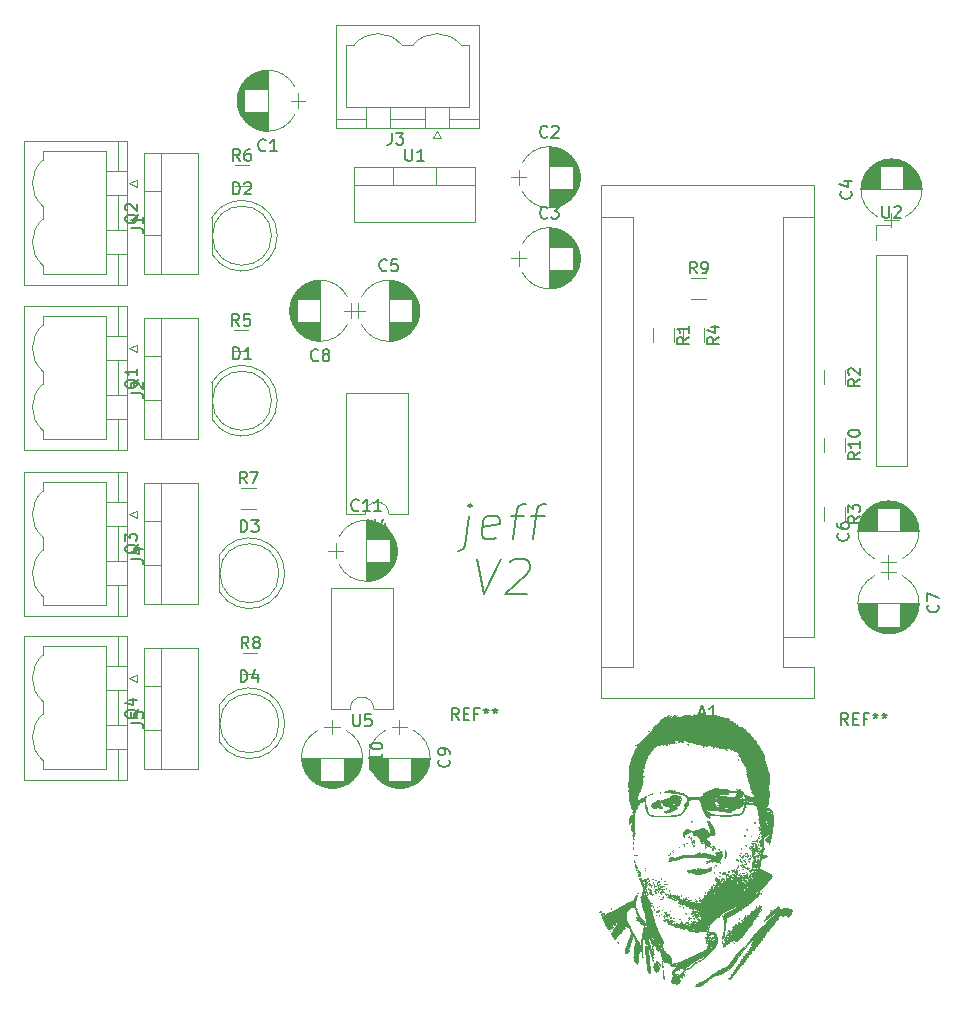
<source format=gbr>
G04 #@! TF.GenerationSoftware,KiCad,Pcbnew,(5.1.2)-1*
G04 #@! TF.CreationDate,2019-09-21T18:25:18-04:00*
G04 #@! TF.ProjectId,VAP_thermal_control,5641505f-7468-4657-926d-616c5f636f6e,rev?*
G04 #@! TF.SameCoordinates,Original*
G04 #@! TF.FileFunction,Legend,Top*
G04 #@! TF.FilePolarity,Positive*
%FSLAX46Y46*%
G04 Gerber Fmt 4.6, Leading zero omitted, Abs format (unit mm)*
G04 Created by KiCad (PCBNEW (5.1.2)-1) date 2019-09-21 18:25:18*
%MOMM*%
%LPD*%
G04 APERTURE LIST*
%ADD10C,0.150000*%
%ADD11C,0.120000*%
%ADD12C,0.010000*%
G04 APERTURE END LIST*
D10*
X71904419Y-103077142D02*
X71582991Y-105648571D01*
X71404419Y-105934285D01*
X71100848Y-106077142D01*
X70957991Y-106077142D01*
X72029419Y-102077142D02*
X71868705Y-102220000D01*
X71993705Y-102362857D01*
X72154419Y-102220000D01*
X72029419Y-102077142D01*
X71993705Y-102362857D01*
X74243705Y-104934285D02*
X73940133Y-105077142D01*
X73368705Y-105077142D01*
X73100848Y-104934285D01*
X72993705Y-104648571D01*
X73136562Y-103505714D01*
X73315133Y-103220000D01*
X73618705Y-103077142D01*
X74190133Y-103077142D01*
X74457991Y-103220000D01*
X74565133Y-103505714D01*
X74529419Y-103791428D01*
X73065133Y-104077142D01*
X75475848Y-103077142D02*
X76618705Y-103077142D01*
X75654419Y-105077142D02*
X75975848Y-102505714D01*
X76154419Y-102220000D01*
X76457991Y-102077142D01*
X76743705Y-102077142D01*
X77190133Y-103077142D02*
X78332991Y-103077142D01*
X77368705Y-105077142D02*
X77690133Y-102505714D01*
X77868705Y-102220000D01*
X78172276Y-102077142D01*
X78457991Y-102077142D01*
X72600848Y-106727142D02*
X73225848Y-109727142D01*
X74600848Y-106727142D01*
X75422276Y-107012857D02*
X75582991Y-106870000D01*
X75886562Y-106727142D01*
X76600848Y-106727142D01*
X76868705Y-106870000D01*
X76993705Y-107012857D01*
X77100848Y-107298571D01*
X77065133Y-107584285D01*
X76868705Y-108012857D01*
X74940133Y-109727142D01*
X76797276Y-109727142D01*
D11*
X83110880Y-118544800D02*
X101150880Y-118544800D01*
X83110880Y-75104800D02*
X83110880Y-118544800D01*
X101150880Y-75104800D02*
X83110880Y-75104800D01*
X98480880Y-77774800D02*
X101150880Y-77774800D01*
X98480880Y-113334800D02*
X98480880Y-77774800D01*
X98480880Y-113334800D02*
X101150880Y-113334800D01*
X85780880Y-77774800D02*
X83110880Y-77774800D01*
X85780880Y-115874800D02*
X85780880Y-77774800D01*
X85780880Y-115874800D02*
X83110880Y-115874800D01*
X101150880Y-118544800D02*
X101150880Y-115874800D01*
X101150880Y-113334800D02*
X101150880Y-75104800D01*
X98480880Y-115874800D02*
X101150880Y-115874800D01*
X98480880Y-113334800D02*
X98480880Y-115874800D01*
X101990000Y-97675000D02*
X101990000Y-96475000D01*
X103750000Y-96475000D02*
X103750000Y-97675000D01*
X91960000Y-84700000D02*
X90760000Y-84700000D01*
X90760000Y-82940000D02*
X91960000Y-82940000D01*
X67440722Y-84545277D02*
G75*
G03X62829420Y-84545000I-2305722J-1179723D01*
G01*
X67440722Y-86904723D02*
G75*
G02X62829420Y-86905000I-2305722J1179723D01*
G01*
X67440722Y-86904723D02*
G75*
G03X67440580Y-84545000I-2305722J1179723D01*
G01*
X65135000Y-83175000D02*
X65135000Y-88275000D01*
X65175000Y-83175000D02*
X65175000Y-84745000D01*
X65175000Y-86705000D02*
X65175000Y-88275000D01*
X65215000Y-83176000D02*
X65215000Y-84745000D01*
X65215000Y-86705000D02*
X65215000Y-88274000D01*
X65255000Y-83177000D02*
X65255000Y-84745000D01*
X65255000Y-86705000D02*
X65255000Y-88273000D01*
X65295000Y-83179000D02*
X65295000Y-84745000D01*
X65295000Y-86705000D02*
X65295000Y-88271000D01*
X65335000Y-83182000D02*
X65335000Y-84745000D01*
X65335000Y-86705000D02*
X65335000Y-88268000D01*
X65375000Y-83186000D02*
X65375000Y-84745000D01*
X65375000Y-86705000D02*
X65375000Y-88264000D01*
X65415000Y-83190000D02*
X65415000Y-84745000D01*
X65415000Y-86705000D02*
X65415000Y-88260000D01*
X65455000Y-83194000D02*
X65455000Y-84745000D01*
X65455000Y-86705000D02*
X65455000Y-88256000D01*
X65495000Y-83200000D02*
X65495000Y-84745000D01*
X65495000Y-86705000D02*
X65495000Y-88250000D01*
X65535000Y-83206000D02*
X65535000Y-84745000D01*
X65535000Y-86705000D02*
X65535000Y-88244000D01*
X65575000Y-83212000D02*
X65575000Y-84745000D01*
X65575000Y-86705000D02*
X65575000Y-88238000D01*
X65615000Y-83219000D02*
X65615000Y-84745000D01*
X65615000Y-86705000D02*
X65615000Y-88231000D01*
X65655000Y-83227000D02*
X65655000Y-84745000D01*
X65655000Y-86705000D02*
X65655000Y-88223000D01*
X65695000Y-83236000D02*
X65695000Y-84745000D01*
X65695000Y-86705000D02*
X65695000Y-88214000D01*
X65735000Y-83245000D02*
X65735000Y-84745000D01*
X65735000Y-86705000D02*
X65735000Y-88205000D01*
X65775000Y-83255000D02*
X65775000Y-84745000D01*
X65775000Y-86705000D02*
X65775000Y-88195000D01*
X65815000Y-83265000D02*
X65815000Y-84745000D01*
X65815000Y-86705000D02*
X65815000Y-88185000D01*
X65856000Y-83277000D02*
X65856000Y-84745000D01*
X65856000Y-86705000D02*
X65856000Y-88173000D01*
X65896000Y-83289000D02*
X65896000Y-84745000D01*
X65896000Y-86705000D02*
X65896000Y-88161000D01*
X65936000Y-83301000D02*
X65936000Y-84745000D01*
X65936000Y-86705000D02*
X65936000Y-88149000D01*
X65976000Y-83315000D02*
X65976000Y-84745000D01*
X65976000Y-86705000D02*
X65976000Y-88135000D01*
X66016000Y-83329000D02*
X66016000Y-84745000D01*
X66016000Y-86705000D02*
X66016000Y-88121000D01*
X66056000Y-83343000D02*
X66056000Y-84745000D01*
X66056000Y-86705000D02*
X66056000Y-88107000D01*
X66096000Y-83359000D02*
X66096000Y-84745000D01*
X66096000Y-86705000D02*
X66096000Y-88091000D01*
X66136000Y-83375000D02*
X66136000Y-84745000D01*
X66136000Y-86705000D02*
X66136000Y-88075000D01*
X66176000Y-83392000D02*
X66176000Y-84745000D01*
X66176000Y-86705000D02*
X66176000Y-88058000D01*
X66216000Y-83410000D02*
X66216000Y-84745000D01*
X66216000Y-86705000D02*
X66216000Y-88040000D01*
X66256000Y-83429000D02*
X66256000Y-84745000D01*
X66256000Y-86705000D02*
X66256000Y-88021000D01*
X66296000Y-83449000D02*
X66296000Y-84745000D01*
X66296000Y-86705000D02*
X66296000Y-88001000D01*
X66336000Y-83469000D02*
X66336000Y-84745000D01*
X66336000Y-86705000D02*
X66336000Y-87981000D01*
X66376000Y-83491000D02*
X66376000Y-84745000D01*
X66376000Y-86705000D02*
X66376000Y-87959000D01*
X66416000Y-83513000D02*
X66416000Y-84745000D01*
X66416000Y-86705000D02*
X66416000Y-87937000D01*
X66456000Y-83536000D02*
X66456000Y-84745000D01*
X66456000Y-86705000D02*
X66456000Y-87914000D01*
X66496000Y-83560000D02*
X66496000Y-84745000D01*
X66496000Y-86705000D02*
X66496000Y-87890000D01*
X66536000Y-83585000D02*
X66536000Y-84745000D01*
X66536000Y-86705000D02*
X66536000Y-87865000D01*
X66576000Y-83612000D02*
X66576000Y-84745000D01*
X66576000Y-86705000D02*
X66576000Y-87838000D01*
X66616000Y-83639000D02*
X66616000Y-84745000D01*
X66616000Y-86705000D02*
X66616000Y-87811000D01*
X66656000Y-83667000D02*
X66656000Y-84745000D01*
X66656000Y-86705000D02*
X66656000Y-87783000D01*
X66696000Y-83697000D02*
X66696000Y-84745000D01*
X66696000Y-86705000D02*
X66696000Y-87753000D01*
X66736000Y-83728000D02*
X66736000Y-84745000D01*
X66736000Y-86705000D02*
X66736000Y-87722000D01*
X66776000Y-83760000D02*
X66776000Y-84745000D01*
X66776000Y-86705000D02*
X66776000Y-87690000D01*
X66816000Y-83793000D02*
X66816000Y-84745000D01*
X66816000Y-86705000D02*
X66816000Y-87657000D01*
X66856000Y-83828000D02*
X66856000Y-84745000D01*
X66856000Y-86705000D02*
X66856000Y-87622000D01*
X66896000Y-83864000D02*
X66896000Y-84745000D01*
X66896000Y-86705000D02*
X66896000Y-87586000D01*
X66936000Y-83902000D02*
X66936000Y-84745000D01*
X66936000Y-86705000D02*
X66936000Y-87548000D01*
X66976000Y-83942000D02*
X66976000Y-84745000D01*
X66976000Y-86705000D02*
X66976000Y-87508000D01*
X67016000Y-83983000D02*
X67016000Y-84745000D01*
X67016000Y-86705000D02*
X67016000Y-87467000D01*
X67056000Y-84026000D02*
X67056000Y-84745000D01*
X67056000Y-86705000D02*
X67056000Y-87424000D01*
X67096000Y-84071000D02*
X67096000Y-84745000D01*
X67096000Y-86705000D02*
X67096000Y-87379000D01*
X67136000Y-84119000D02*
X67136000Y-87331000D01*
X67176000Y-84169000D02*
X67176000Y-87281000D01*
X67216000Y-84221000D02*
X67216000Y-87229000D01*
X67256000Y-84277000D02*
X67256000Y-87173000D01*
X67296000Y-84335000D02*
X67296000Y-87115000D01*
X67336000Y-84398000D02*
X67336000Y-87052000D01*
X67376000Y-84464000D02*
X67376000Y-86986000D01*
X67416000Y-84536000D02*
X67416000Y-86914000D01*
X67456000Y-84613000D02*
X67456000Y-86837000D01*
X67496000Y-84697000D02*
X67496000Y-86753000D01*
X67536000Y-84791000D02*
X67536000Y-86659000D01*
X67576000Y-84896000D02*
X67576000Y-86554000D01*
X67616000Y-85018000D02*
X67616000Y-86432000D01*
X67656000Y-85166000D02*
X67656000Y-86284000D01*
X67696000Y-85371000D02*
X67696000Y-86079000D01*
X61935000Y-85725000D02*
X63135000Y-85725000D01*
X62535000Y-85075000D02*
X62535000Y-86375000D01*
X35884179Y-90886841D02*
G75*
G02X35900000Y-86900000I1665821J1986841D01*
G01*
X35884179Y-95886841D02*
G75*
G02X35900000Y-91900000I1665821J1986841D01*
G01*
X42980000Y-85320000D02*
X34220000Y-85320000D01*
X34220000Y-85320000D02*
X34220000Y-97480000D01*
X34220000Y-97480000D02*
X42980000Y-97480000D01*
X42980000Y-97480000D02*
X42980000Y-85320000D01*
X42200000Y-85320000D02*
X42200000Y-87820000D01*
X42200000Y-97480000D02*
X42200000Y-94980000D01*
X42200000Y-89900000D02*
X42200000Y-92900000D01*
X41200000Y-87900000D02*
X42980000Y-87900000D01*
X42980000Y-87900000D02*
X42980000Y-89900000D01*
X42980000Y-89900000D02*
X41200000Y-89900000D01*
X41200000Y-89900000D02*
X41200000Y-87900000D01*
X41200000Y-92900000D02*
X42980000Y-92900000D01*
X42980000Y-92900000D02*
X42980000Y-94900000D01*
X42980000Y-94900000D02*
X41200000Y-94900000D01*
X41200000Y-94900000D02*
X41200000Y-92900000D01*
X35900000Y-90900000D02*
X35900000Y-91900000D01*
X35900000Y-86900000D02*
X35900000Y-86200000D01*
X35900000Y-86200000D02*
X41200000Y-86200000D01*
X41200000Y-86200000D02*
X41200000Y-96600000D01*
X41200000Y-96600000D02*
X35900000Y-96600000D01*
X35900000Y-96600000D02*
X35900000Y-95900000D01*
X43780000Y-89200000D02*
X43180000Y-88900000D01*
X43180000Y-88900000D02*
X43780000Y-88600000D01*
X43780000Y-88600000D02*
X43780000Y-89200000D01*
X35884179Y-118826841D02*
G75*
G02X35900000Y-114840000I1665821J1986841D01*
G01*
X35884179Y-123826841D02*
G75*
G02X35900000Y-119840000I1665821J1986841D01*
G01*
X42980000Y-113260000D02*
X34220000Y-113260000D01*
X34220000Y-113260000D02*
X34220000Y-125420000D01*
X34220000Y-125420000D02*
X42980000Y-125420000D01*
X42980000Y-125420000D02*
X42980000Y-113260000D01*
X42200000Y-113260000D02*
X42200000Y-115760000D01*
X42200000Y-125420000D02*
X42200000Y-122920000D01*
X42200000Y-117840000D02*
X42200000Y-120840000D01*
X41200000Y-115840000D02*
X42980000Y-115840000D01*
X42980000Y-115840000D02*
X42980000Y-117840000D01*
X42980000Y-117840000D02*
X41200000Y-117840000D01*
X41200000Y-117840000D02*
X41200000Y-115840000D01*
X41200000Y-120840000D02*
X42980000Y-120840000D01*
X42980000Y-120840000D02*
X42980000Y-122840000D01*
X42980000Y-122840000D02*
X41200000Y-122840000D01*
X41200000Y-122840000D02*
X41200000Y-120840000D01*
X35900000Y-118840000D02*
X35900000Y-119840000D01*
X35900000Y-114840000D02*
X35900000Y-114140000D01*
X35900000Y-114140000D02*
X41200000Y-114140000D01*
X41200000Y-114140000D02*
X41200000Y-124540000D01*
X41200000Y-124540000D02*
X35900000Y-124540000D01*
X35900000Y-124540000D02*
X35900000Y-123840000D01*
X43780000Y-117140000D02*
X43180000Y-116840000D01*
X43180000Y-116840000D02*
X43780000Y-116540000D01*
X43780000Y-116540000D02*
X43780000Y-117140000D01*
X35884179Y-104936841D02*
G75*
G02X35900000Y-100950000I1665821J1986841D01*
G01*
X35884179Y-109936841D02*
G75*
G02X35900000Y-105950000I1665821J1986841D01*
G01*
X42980000Y-99370000D02*
X34220000Y-99370000D01*
X34220000Y-99370000D02*
X34220000Y-111530000D01*
X34220000Y-111530000D02*
X42980000Y-111530000D01*
X42980000Y-111530000D02*
X42980000Y-99370000D01*
X42200000Y-99370000D02*
X42200000Y-101870000D01*
X42200000Y-111530000D02*
X42200000Y-109030000D01*
X42200000Y-103950000D02*
X42200000Y-106950000D01*
X41200000Y-101950000D02*
X42980000Y-101950000D01*
X42980000Y-101950000D02*
X42980000Y-103950000D01*
X42980000Y-103950000D02*
X41200000Y-103950000D01*
X41200000Y-103950000D02*
X41200000Y-101950000D01*
X41200000Y-106950000D02*
X42980000Y-106950000D01*
X42980000Y-106950000D02*
X42980000Y-108950000D01*
X42980000Y-108950000D02*
X41200000Y-108950000D01*
X41200000Y-108950000D02*
X41200000Y-106950000D01*
X35900000Y-104950000D02*
X35900000Y-105950000D01*
X35900000Y-100950000D02*
X35900000Y-100250000D01*
X35900000Y-100250000D02*
X41200000Y-100250000D01*
X41200000Y-100250000D02*
X41200000Y-110650000D01*
X41200000Y-110650000D02*
X35900000Y-110650000D01*
X35900000Y-110650000D02*
X35900000Y-109950000D01*
X43780000Y-103250000D02*
X43180000Y-102950000D01*
X43180000Y-102950000D02*
X43780000Y-102650000D01*
X43780000Y-102650000D02*
X43780000Y-103250000D01*
X67228159Y-63189179D02*
G75*
G02X71215000Y-63205000I1986841J-1665821D01*
G01*
X62228159Y-63189179D02*
G75*
G02X66215000Y-63205000I1986841J-1665821D01*
G01*
X72795000Y-70285000D02*
X72795000Y-61525000D01*
X72795000Y-61525000D02*
X60635000Y-61525000D01*
X60635000Y-61525000D02*
X60635000Y-70285000D01*
X60635000Y-70285000D02*
X72795000Y-70285000D01*
X72795000Y-69505000D02*
X70295000Y-69505000D01*
X60635000Y-69505000D02*
X63135000Y-69505000D01*
X68215000Y-69505000D02*
X65215000Y-69505000D01*
X70215000Y-68505000D02*
X70215000Y-70285000D01*
X70215000Y-70285000D02*
X68215000Y-70285000D01*
X68215000Y-70285000D02*
X68215000Y-68505000D01*
X68215000Y-68505000D02*
X70215000Y-68505000D01*
X65215000Y-68505000D02*
X65215000Y-70285000D01*
X65215000Y-70285000D02*
X63215000Y-70285000D01*
X63215000Y-70285000D02*
X63215000Y-68505000D01*
X63215000Y-68505000D02*
X65215000Y-68505000D01*
X67215000Y-63205000D02*
X66215000Y-63205000D01*
X71215000Y-63205000D02*
X71915000Y-63205000D01*
X71915000Y-63205000D02*
X71915000Y-68505000D01*
X71915000Y-68505000D02*
X61515000Y-68505000D01*
X61515000Y-68505000D02*
X61515000Y-63205000D01*
X61515000Y-63205000D02*
X62215000Y-63205000D01*
X68915000Y-71085000D02*
X69215000Y-70485000D01*
X69215000Y-70485000D02*
X69515000Y-71085000D01*
X69515000Y-71085000D02*
X68915000Y-71085000D01*
X35884179Y-76916841D02*
G75*
G02X35900000Y-72930000I1665821J1986841D01*
G01*
X35884179Y-81916841D02*
G75*
G02X35900000Y-77930000I1665821J1986841D01*
G01*
X42980000Y-71350000D02*
X34220000Y-71350000D01*
X34220000Y-71350000D02*
X34220000Y-83510000D01*
X34220000Y-83510000D02*
X42980000Y-83510000D01*
X42980000Y-83510000D02*
X42980000Y-71350000D01*
X42200000Y-71350000D02*
X42200000Y-73850000D01*
X42200000Y-83510000D02*
X42200000Y-81010000D01*
X42200000Y-75930000D02*
X42200000Y-78930000D01*
X41200000Y-73930000D02*
X42980000Y-73930000D01*
X42980000Y-73930000D02*
X42980000Y-75930000D01*
X42980000Y-75930000D02*
X41200000Y-75930000D01*
X41200000Y-75930000D02*
X41200000Y-73930000D01*
X41200000Y-78930000D02*
X42980000Y-78930000D01*
X42980000Y-78930000D02*
X42980000Y-80930000D01*
X42980000Y-80930000D02*
X41200000Y-80930000D01*
X41200000Y-80930000D02*
X41200000Y-78930000D01*
X35900000Y-76930000D02*
X35900000Y-77930000D01*
X35900000Y-72930000D02*
X35900000Y-72230000D01*
X35900000Y-72230000D02*
X41200000Y-72230000D01*
X41200000Y-72230000D02*
X41200000Y-82630000D01*
X41200000Y-82630000D02*
X35900000Y-82630000D01*
X35900000Y-82630000D02*
X35900000Y-81930000D01*
X43780000Y-75230000D02*
X43180000Y-74930000D01*
X43180000Y-74930000D02*
X43780000Y-74630000D01*
X43780000Y-74630000D02*
X43780000Y-75230000D01*
X61865000Y-119440000D02*
G75*
G02X63865000Y-119440000I1000000J0D01*
G01*
X63865000Y-119440000D02*
X65515000Y-119440000D01*
X65515000Y-119440000D02*
X65515000Y-109160000D01*
X65515000Y-109160000D02*
X60215000Y-109160000D01*
X60215000Y-109160000D02*
X60215000Y-119440000D01*
X60215000Y-119440000D02*
X61865000Y-119440000D01*
X54020000Y-116450000D02*
X52820000Y-116450000D01*
X52820000Y-114690000D02*
X54020000Y-114690000D01*
X53860000Y-102480000D02*
X52660000Y-102480000D01*
X52660000Y-100720000D02*
X53860000Y-100720000D01*
X44370000Y-124500000D02*
X44370000Y-114260000D01*
X49011000Y-124500000D02*
X49011000Y-114260000D01*
X44370000Y-124500000D02*
X49011000Y-124500000D01*
X44370000Y-114260000D02*
X49011000Y-114260000D01*
X45880000Y-124500000D02*
X45880000Y-114260000D01*
X44370000Y-121230000D02*
X45880000Y-121230000D01*
X44370000Y-117529000D02*
X45880000Y-117529000D01*
X44370000Y-110530000D02*
X44370000Y-100290000D01*
X49011000Y-110530000D02*
X49011000Y-100290000D01*
X44370000Y-110530000D02*
X49011000Y-110530000D01*
X44370000Y-100290000D02*
X49011000Y-100290000D01*
X45880000Y-110530000D02*
X45880000Y-100290000D01*
X44370000Y-107260000D02*
X45880000Y-107260000D01*
X44370000Y-103559000D02*
X45880000Y-103559000D01*
X56330000Y-120650462D02*
G75*
G03X50780000Y-119105170I-2990000J462D01*
G01*
X56330000Y-120649538D02*
G75*
G02X50780000Y-122194830I-2990000J-462D01*
G01*
X55840000Y-120650000D02*
G75*
G03X55840000Y-120650000I-2500000J0D01*
G01*
X50780000Y-119105000D02*
X50780000Y-122195000D01*
X56330000Y-107950462D02*
G75*
G03X50780000Y-106405170I-2990000J462D01*
G01*
X56330000Y-107949538D02*
G75*
G02X50780000Y-109494830I-2990000J-462D01*
G01*
X55840000Y-107950000D02*
G75*
G03X55840000Y-107950000I-2500000J0D01*
G01*
X50780000Y-106405000D02*
X50780000Y-109495000D01*
X65535722Y-104865277D02*
G75*
G03X60924420Y-104865000I-2305722J-1179723D01*
G01*
X65535722Y-107224723D02*
G75*
G02X60924420Y-107225000I-2305722J1179723D01*
G01*
X65535722Y-107224723D02*
G75*
G03X65535580Y-104865000I-2305722J1179723D01*
G01*
X63230000Y-103495000D02*
X63230000Y-108595000D01*
X63270000Y-103495000D02*
X63270000Y-105065000D01*
X63270000Y-107025000D02*
X63270000Y-108595000D01*
X63310000Y-103496000D02*
X63310000Y-105065000D01*
X63310000Y-107025000D02*
X63310000Y-108594000D01*
X63350000Y-103497000D02*
X63350000Y-105065000D01*
X63350000Y-107025000D02*
X63350000Y-108593000D01*
X63390000Y-103499000D02*
X63390000Y-105065000D01*
X63390000Y-107025000D02*
X63390000Y-108591000D01*
X63430000Y-103502000D02*
X63430000Y-105065000D01*
X63430000Y-107025000D02*
X63430000Y-108588000D01*
X63470000Y-103506000D02*
X63470000Y-105065000D01*
X63470000Y-107025000D02*
X63470000Y-108584000D01*
X63510000Y-103510000D02*
X63510000Y-105065000D01*
X63510000Y-107025000D02*
X63510000Y-108580000D01*
X63550000Y-103514000D02*
X63550000Y-105065000D01*
X63550000Y-107025000D02*
X63550000Y-108576000D01*
X63590000Y-103520000D02*
X63590000Y-105065000D01*
X63590000Y-107025000D02*
X63590000Y-108570000D01*
X63630000Y-103526000D02*
X63630000Y-105065000D01*
X63630000Y-107025000D02*
X63630000Y-108564000D01*
X63670000Y-103532000D02*
X63670000Y-105065000D01*
X63670000Y-107025000D02*
X63670000Y-108558000D01*
X63710000Y-103539000D02*
X63710000Y-105065000D01*
X63710000Y-107025000D02*
X63710000Y-108551000D01*
X63750000Y-103547000D02*
X63750000Y-105065000D01*
X63750000Y-107025000D02*
X63750000Y-108543000D01*
X63790000Y-103556000D02*
X63790000Y-105065000D01*
X63790000Y-107025000D02*
X63790000Y-108534000D01*
X63830000Y-103565000D02*
X63830000Y-105065000D01*
X63830000Y-107025000D02*
X63830000Y-108525000D01*
X63870000Y-103575000D02*
X63870000Y-105065000D01*
X63870000Y-107025000D02*
X63870000Y-108515000D01*
X63910000Y-103585000D02*
X63910000Y-105065000D01*
X63910000Y-107025000D02*
X63910000Y-108505000D01*
X63951000Y-103597000D02*
X63951000Y-105065000D01*
X63951000Y-107025000D02*
X63951000Y-108493000D01*
X63991000Y-103609000D02*
X63991000Y-105065000D01*
X63991000Y-107025000D02*
X63991000Y-108481000D01*
X64031000Y-103621000D02*
X64031000Y-105065000D01*
X64031000Y-107025000D02*
X64031000Y-108469000D01*
X64071000Y-103635000D02*
X64071000Y-105065000D01*
X64071000Y-107025000D02*
X64071000Y-108455000D01*
X64111000Y-103649000D02*
X64111000Y-105065000D01*
X64111000Y-107025000D02*
X64111000Y-108441000D01*
X64151000Y-103663000D02*
X64151000Y-105065000D01*
X64151000Y-107025000D02*
X64151000Y-108427000D01*
X64191000Y-103679000D02*
X64191000Y-105065000D01*
X64191000Y-107025000D02*
X64191000Y-108411000D01*
X64231000Y-103695000D02*
X64231000Y-105065000D01*
X64231000Y-107025000D02*
X64231000Y-108395000D01*
X64271000Y-103712000D02*
X64271000Y-105065000D01*
X64271000Y-107025000D02*
X64271000Y-108378000D01*
X64311000Y-103730000D02*
X64311000Y-105065000D01*
X64311000Y-107025000D02*
X64311000Y-108360000D01*
X64351000Y-103749000D02*
X64351000Y-105065000D01*
X64351000Y-107025000D02*
X64351000Y-108341000D01*
X64391000Y-103769000D02*
X64391000Y-105065000D01*
X64391000Y-107025000D02*
X64391000Y-108321000D01*
X64431000Y-103789000D02*
X64431000Y-105065000D01*
X64431000Y-107025000D02*
X64431000Y-108301000D01*
X64471000Y-103811000D02*
X64471000Y-105065000D01*
X64471000Y-107025000D02*
X64471000Y-108279000D01*
X64511000Y-103833000D02*
X64511000Y-105065000D01*
X64511000Y-107025000D02*
X64511000Y-108257000D01*
X64551000Y-103856000D02*
X64551000Y-105065000D01*
X64551000Y-107025000D02*
X64551000Y-108234000D01*
X64591000Y-103880000D02*
X64591000Y-105065000D01*
X64591000Y-107025000D02*
X64591000Y-108210000D01*
X64631000Y-103905000D02*
X64631000Y-105065000D01*
X64631000Y-107025000D02*
X64631000Y-108185000D01*
X64671000Y-103932000D02*
X64671000Y-105065000D01*
X64671000Y-107025000D02*
X64671000Y-108158000D01*
X64711000Y-103959000D02*
X64711000Y-105065000D01*
X64711000Y-107025000D02*
X64711000Y-108131000D01*
X64751000Y-103987000D02*
X64751000Y-105065000D01*
X64751000Y-107025000D02*
X64751000Y-108103000D01*
X64791000Y-104017000D02*
X64791000Y-105065000D01*
X64791000Y-107025000D02*
X64791000Y-108073000D01*
X64831000Y-104048000D02*
X64831000Y-105065000D01*
X64831000Y-107025000D02*
X64831000Y-108042000D01*
X64871000Y-104080000D02*
X64871000Y-105065000D01*
X64871000Y-107025000D02*
X64871000Y-108010000D01*
X64911000Y-104113000D02*
X64911000Y-105065000D01*
X64911000Y-107025000D02*
X64911000Y-107977000D01*
X64951000Y-104148000D02*
X64951000Y-105065000D01*
X64951000Y-107025000D02*
X64951000Y-107942000D01*
X64991000Y-104184000D02*
X64991000Y-105065000D01*
X64991000Y-107025000D02*
X64991000Y-107906000D01*
X65031000Y-104222000D02*
X65031000Y-105065000D01*
X65031000Y-107025000D02*
X65031000Y-107868000D01*
X65071000Y-104262000D02*
X65071000Y-105065000D01*
X65071000Y-107025000D02*
X65071000Y-107828000D01*
X65111000Y-104303000D02*
X65111000Y-105065000D01*
X65111000Y-107025000D02*
X65111000Y-107787000D01*
X65151000Y-104346000D02*
X65151000Y-105065000D01*
X65151000Y-107025000D02*
X65151000Y-107744000D01*
X65191000Y-104391000D02*
X65191000Y-105065000D01*
X65191000Y-107025000D02*
X65191000Y-107699000D01*
X65231000Y-104439000D02*
X65231000Y-107651000D01*
X65271000Y-104489000D02*
X65271000Y-107601000D01*
X65311000Y-104541000D02*
X65311000Y-107549000D01*
X65351000Y-104597000D02*
X65351000Y-107493000D01*
X65391000Y-104655000D02*
X65391000Y-107435000D01*
X65431000Y-104718000D02*
X65431000Y-107372000D01*
X65471000Y-104784000D02*
X65471000Y-107306000D01*
X65511000Y-104856000D02*
X65511000Y-107234000D01*
X65551000Y-104933000D02*
X65551000Y-107157000D01*
X65591000Y-105017000D02*
X65591000Y-107073000D01*
X65631000Y-105111000D02*
X65631000Y-106979000D01*
X65671000Y-105216000D02*
X65671000Y-106874000D01*
X65711000Y-105338000D02*
X65711000Y-106752000D01*
X65751000Y-105486000D02*
X65751000Y-106604000D01*
X65791000Y-105691000D02*
X65791000Y-106399000D01*
X60030000Y-106045000D02*
X61230000Y-106045000D01*
X60630000Y-105395000D02*
X60630000Y-106695000D01*
X61504723Y-125860722D02*
G75*
G03X61505000Y-121249420I-1179723J2305722D01*
G01*
X59145277Y-125860722D02*
G75*
G02X59145000Y-121249420I1179723J2305722D01*
G01*
X59145277Y-125860722D02*
G75*
G03X61505000Y-125860580I1179723J2305722D01*
G01*
X62875000Y-123555000D02*
X57775000Y-123555000D01*
X62875000Y-123595000D02*
X61305000Y-123595000D01*
X59345000Y-123595000D02*
X57775000Y-123595000D01*
X62874000Y-123635000D02*
X61305000Y-123635000D01*
X59345000Y-123635000D02*
X57776000Y-123635000D01*
X62873000Y-123675000D02*
X61305000Y-123675000D01*
X59345000Y-123675000D02*
X57777000Y-123675000D01*
X62871000Y-123715000D02*
X61305000Y-123715000D01*
X59345000Y-123715000D02*
X57779000Y-123715000D01*
X62868000Y-123755000D02*
X61305000Y-123755000D01*
X59345000Y-123755000D02*
X57782000Y-123755000D01*
X62864000Y-123795000D02*
X61305000Y-123795000D01*
X59345000Y-123795000D02*
X57786000Y-123795000D01*
X62860000Y-123835000D02*
X61305000Y-123835000D01*
X59345000Y-123835000D02*
X57790000Y-123835000D01*
X62856000Y-123875000D02*
X61305000Y-123875000D01*
X59345000Y-123875000D02*
X57794000Y-123875000D01*
X62850000Y-123915000D02*
X61305000Y-123915000D01*
X59345000Y-123915000D02*
X57800000Y-123915000D01*
X62844000Y-123955000D02*
X61305000Y-123955000D01*
X59345000Y-123955000D02*
X57806000Y-123955000D01*
X62838000Y-123995000D02*
X61305000Y-123995000D01*
X59345000Y-123995000D02*
X57812000Y-123995000D01*
X62831000Y-124035000D02*
X61305000Y-124035000D01*
X59345000Y-124035000D02*
X57819000Y-124035000D01*
X62823000Y-124075000D02*
X61305000Y-124075000D01*
X59345000Y-124075000D02*
X57827000Y-124075000D01*
X62814000Y-124115000D02*
X61305000Y-124115000D01*
X59345000Y-124115000D02*
X57836000Y-124115000D01*
X62805000Y-124155000D02*
X61305000Y-124155000D01*
X59345000Y-124155000D02*
X57845000Y-124155000D01*
X62795000Y-124195000D02*
X61305000Y-124195000D01*
X59345000Y-124195000D02*
X57855000Y-124195000D01*
X62785000Y-124235000D02*
X61305000Y-124235000D01*
X59345000Y-124235000D02*
X57865000Y-124235000D01*
X62773000Y-124276000D02*
X61305000Y-124276000D01*
X59345000Y-124276000D02*
X57877000Y-124276000D01*
X62761000Y-124316000D02*
X61305000Y-124316000D01*
X59345000Y-124316000D02*
X57889000Y-124316000D01*
X62749000Y-124356000D02*
X61305000Y-124356000D01*
X59345000Y-124356000D02*
X57901000Y-124356000D01*
X62735000Y-124396000D02*
X61305000Y-124396000D01*
X59345000Y-124396000D02*
X57915000Y-124396000D01*
X62721000Y-124436000D02*
X61305000Y-124436000D01*
X59345000Y-124436000D02*
X57929000Y-124436000D01*
X62707000Y-124476000D02*
X61305000Y-124476000D01*
X59345000Y-124476000D02*
X57943000Y-124476000D01*
X62691000Y-124516000D02*
X61305000Y-124516000D01*
X59345000Y-124516000D02*
X57959000Y-124516000D01*
X62675000Y-124556000D02*
X61305000Y-124556000D01*
X59345000Y-124556000D02*
X57975000Y-124556000D01*
X62658000Y-124596000D02*
X61305000Y-124596000D01*
X59345000Y-124596000D02*
X57992000Y-124596000D01*
X62640000Y-124636000D02*
X61305000Y-124636000D01*
X59345000Y-124636000D02*
X58010000Y-124636000D01*
X62621000Y-124676000D02*
X61305000Y-124676000D01*
X59345000Y-124676000D02*
X58029000Y-124676000D01*
X62601000Y-124716000D02*
X61305000Y-124716000D01*
X59345000Y-124716000D02*
X58049000Y-124716000D01*
X62581000Y-124756000D02*
X61305000Y-124756000D01*
X59345000Y-124756000D02*
X58069000Y-124756000D01*
X62559000Y-124796000D02*
X61305000Y-124796000D01*
X59345000Y-124796000D02*
X58091000Y-124796000D01*
X62537000Y-124836000D02*
X61305000Y-124836000D01*
X59345000Y-124836000D02*
X58113000Y-124836000D01*
X62514000Y-124876000D02*
X61305000Y-124876000D01*
X59345000Y-124876000D02*
X58136000Y-124876000D01*
X62490000Y-124916000D02*
X61305000Y-124916000D01*
X59345000Y-124916000D02*
X58160000Y-124916000D01*
X62465000Y-124956000D02*
X61305000Y-124956000D01*
X59345000Y-124956000D02*
X58185000Y-124956000D01*
X62438000Y-124996000D02*
X61305000Y-124996000D01*
X59345000Y-124996000D02*
X58212000Y-124996000D01*
X62411000Y-125036000D02*
X61305000Y-125036000D01*
X59345000Y-125036000D02*
X58239000Y-125036000D01*
X62383000Y-125076000D02*
X61305000Y-125076000D01*
X59345000Y-125076000D02*
X58267000Y-125076000D01*
X62353000Y-125116000D02*
X61305000Y-125116000D01*
X59345000Y-125116000D02*
X58297000Y-125116000D01*
X62322000Y-125156000D02*
X61305000Y-125156000D01*
X59345000Y-125156000D02*
X58328000Y-125156000D01*
X62290000Y-125196000D02*
X61305000Y-125196000D01*
X59345000Y-125196000D02*
X58360000Y-125196000D01*
X62257000Y-125236000D02*
X61305000Y-125236000D01*
X59345000Y-125236000D02*
X58393000Y-125236000D01*
X62222000Y-125276000D02*
X61305000Y-125276000D01*
X59345000Y-125276000D02*
X58428000Y-125276000D01*
X62186000Y-125316000D02*
X61305000Y-125316000D01*
X59345000Y-125316000D02*
X58464000Y-125316000D01*
X62148000Y-125356000D02*
X61305000Y-125356000D01*
X59345000Y-125356000D02*
X58502000Y-125356000D01*
X62108000Y-125396000D02*
X61305000Y-125396000D01*
X59345000Y-125396000D02*
X58542000Y-125396000D01*
X62067000Y-125436000D02*
X61305000Y-125436000D01*
X59345000Y-125436000D02*
X58583000Y-125436000D01*
X62024000Y-125476000D02*
X61305000Y-125476000D01*
X59345000Y-125476000D02*
X58626000Y-125476000D01*
X61979000Y-125516000D02*
X61305000Y-125516000D01*
X59345000Y-125516000D02*
X58671000Y-125516000D01*
X61931000Y-125556000D02*
X58719000Y-125556000D01*
X61881000Y-125596000D02*
X58769000Y-125596000D01*
X61829000Y-125636000D02*
X58821000Y-125636000D01*
X61773000Y-125676000D02*
X58877000Y-125676000D01*
X61715000Y-125716000D02*
X58935000Y-125716000D01*
X61652000Y-125756000D02*
X58998000Y-125756000D01*
X61586000Y-125796000D02*
X59064000Y-125796000D01*
X61514000Y-125836000D02*
X59136000Y-125836000D01*
X61437000Y-125876000D02*
X59213000Y-125876000D01*
X61353000Y-125916000D02*
X59297000Y-125916000D01*
X61259000Y-125956000D02*
X59391000Y-125956000D01*
X61154000Y-125996000D02*
X59496000Y-125996000D01*
X61032000Y-126036000D02*
X59618000Y-126036000D01*
X60884000Y-126076000D02*
X59766000Y-126076000D01*
X60679000Y-126116000D02*
X59971000Y-126116000D01*
X60325000Y-120355000D02*
X60325000Y-121555000D01*
X60975000Y-120955000D02*
X59675000Y-120955000D01*
D12*
G36*
X92731167Y-127042333D02*
G01*
X92717056Y-127056444D01*
X92702945Y-127042333D01*
X92717056Y-127028222D01*
X92731167Y-127042333D01*
X92731167Y-127042333D01*
G37*
X92731167Y-127042333D02*
X92717056Y-127056444D01*
X92702945Y-127042333D01*
X92717056Y-127028222D01*
X92731167Y-127042333D01*
G36*
X92975759Y-127545629D02*
G01*
X92979137Y-127579122D01*
X92975759Y-127583259D01*
X92958981Y-127579385D01*
X92956945Y-127564444D01*
X92967271Y-127541214D01*
X92975759Y-127545629D01*
X92975759Y-127545629D01*
G37*
X92975759Y-127545629D02*
X92979137Y-127579122D01*
X92975759Y-127583259D01*
X92958981Y-127579385D01*
X92956945Y-127564444D01*
X92967271Y-127541214D01*
X92975759Y-127545629D01*
G36*
X93093885Y-127570175D02*
G01*
X93078193Y-127595596D01*
X93042827Y-127609488D01*
X93030225Y-127597075D01*
X93032720Y-127558847D01*
X93043028Y-127549457D01*
X93083094Y-127542875D01*
X93093885Y-127570175D01*
X93093885Y-127570175D01*
G37*
X93093885Y-127570175D02*
X93078193Y-127595596D01*
X93042827Y-127609488D01*
X93030225Y-127597075D01*
X93032720Y-127558847D01*
X93043028Y-127549457D01*
X93083094Y-127542875D01*
X93093885Y-127570175D01*
G36*
X93145557Y-127643819D02*
G01*
X93148921Y-127687927D01*
X93143329Y-127697912D01*
X93130501Y-127689495D01*
X93128506Y-127660870D01*
X93135398Y-127630756D01*
X93145557Y-127643819D01*
X93145557Y-127643819D01*
G37*
X93145557Y-127643819D02*
X93148921Y-127687927D01*
X93143329Y-127697912D01*
X93130501Y-127689495D01*
X93128506Y-127660870D01*
X93135398Y-127630756D01*
X93145557Y-127643819D01*
G36*
X94616671Y-126704290D02*
G01*
X94622056Y-126717777D01*
X94601800Y-126745192D01*
X94595499Y-126746000D01*
X94557277Y-126725485D01*
X94551500Y-126717777D01*
X94557898Y-126693616D01*
X94578057Y-126689555D01*
X94616671Y-126704290D01*
X94616671Y-126704290D01*
G37*
X94616671Y-126704290D02*
X94622056Y-126717777D01*
X94601800Y-126745192D01*
X94595499Y-126746000D01*
X94557277Y-126725485D01*
X94551500Y-126717777D01*
X94557898Y-126693616D01*
X94578057Y-126689555D01*
X94616671Y-126704290D01*
G36*
X94471537Y-126840074D02*
G01*
X94474915Y-126873567D01*
X94471537Y-126877703D01*
X94454759Y-126873829D01*
X94452722Y-126858888D01*
X94463048Y-126835658D01*
X94471537Y-126840074D01*
X94471537Y-126840074D01*
G37*
X94471537Y-126840074D02*
X94474915Y-126873567D01*
X94471537Y-126877703D01*
X94454759Y-126873829D01*
X94452722Y-126858888D01*
X94463048Y-126835658D01*
X94471537Y-126840074D01*
G36*
X94652301Y-126587477D02*
G01*
X94664389Y-126591756D01*
X94740436Y-126612351D01*
X94777278Y-126618449D01*
X94821342Y-126642069D01*
X94825430Y-126671252D01*
X94833518Y-126711307D01*
X94862789Y-126712506D01*
X94885666Y-126682500D01*
X94906821Y-126663291D01*
X94923296Y-126678268D01*
X94969844Y-126716257D01*
X94988945Y-126725429D01*
X95008965Y-126738616D01*
X94974833Y-126744669D01*
X94935740Y-126749728D01*
X94944420Y-126766815D01*
X94970604Y-126787353D01*
X95003903Y-126833775D01*
X94991594Y-126873204D01*
X94947297Y-126887111D01*
X94903548Y-126909171D01*
X94895804Y-126922388D01*
X94878548Y-126935528D01*
X94862211Y-126908277D01*
X94819889Y-126866484D01*
X94788369Y-126858888D01*
X94744170Y-126846781D01*
X94742971Y-126844777D01*
X94960722Y-126844777D01*
X94974833Y-126858888D01*
X94988945Y-126844777D01*
X94974833Y-126830666D01*
X94960722Y-126844777D01*
X94742971Y-126844777D01*
X94734945Y-126831372D01*
X94759075Y-126816882D01*
X94820134Y-126820915D01*
X94823999Y-126821666D01*
X94884431Y-126828099D01*
X94896035Y-126812555D01*
X94893651Y-126808082D01*
X94854311Y-126788004D01*
X94836527Y-126791162D01*
X94799539Y-126779597D01*
X94777995Y-126740540D01*
X94761041Y-126698747D01*
X94748941Y-126708392D01*
X94743995Y-126724833D01*
X94720945Y-126766667D01*
X94705539Y-126774222D01*
X94691248Y-126753687D01*
X94695374Y-126734866D01*
X94683403Y-126695976D01*
X94630988Y-126666538D01*
X94577827Y-126646068D01*
X94575753Y-126637847D01*
X94622056Y-126634907D01*
X94668139Y-126629042D01*
X94663819Y-126612352D01*
X94650278Y-126601794D01*
X94627300Y-126582072D01*
X94652301Y-126587477D01*
X94652301Y-126587477D01*
G37*
X94652301Y-126587477D02*
X94664389Y-126591756D01*
X94740436Y-126612351D01*
X94777278Y-126618449D01*
X94821342Y-126642069D01*
X94825430Y-126671252D01*
X94833518Y-126711307D01*
X94862789Y-126712506D01*
X94885666Y-126682500D01*
X94906821Y-126663291D01*
X94923296Y-126678268D01*
X94969844Y-126716257D01*
X94988945Y-126725429D01*
X95008965Y-126738616D01*
X94974833Y-126744669D01*
X94935740Y-126749728D01*
X94944420Y-126766815D01*
X94970604Y-126787353D01*
X95003903Y-126833775D01*
X94991594Y-126873204D01*
X94947297Y-126887111D01*
X94903548Y-126909171D01*
X94895804Y-126922388D01*
X94878548Y-126935528D01*
X94862211Y-126908277D01*
X94819889Y-126866484D01*
X94788369Y-126858888D01*
X94744170Y-126846781D01*
X94742971Y-126844777D01*
X94960722Y-126844777D01*
X94974833Y-126858888D01*
X94988945Y-126844777D01*
X94974833Y-126830666D01*
X94960722Y-126844777D01*
X94742971Y-126844777D01*
X94734945Y-126831372D01*
X94759075Y-126816882D01*
X94820134Y-126820915D01*
X94823999Y-126821666D01*
X94884431Y-126828099D01*
X94896035Y-126812555D01*
X94893651Y-126808082D01*
X94854311Y-126788004D01*
X94836527Y-126791162D01*
X94799539Y-126779597D01*
X94777995Y-126740540D01*
X94761041Y-126698747D01*
X94748941Y-126708392D01*
X94743995Y-126724833D01*
X94720945Y-126766667D01*
X94705539Y-126774222D01*
X94691248Y-126753687D01*
X94695374Y-126734866D01*
X94683403Y-126695976D01*
X94630988Y-126666538D01*
X94577827Y-126646068D01*
X94575753Y-126637847D01*
X94622056Y-126634907D01*
X94668139Y-126629042D01*
X94663819Y-126612352D01*
X94650278Y-126601794D01*
X94627300Y-126582072D01*
X94652301Y-126587477D01*
G36*
X95064204Y-126952962D02*
G01*
X95060330Y-126969741D01*
X95045389Y-126971777D01*
X95022159Y-126961451D01*
X95026574Y-126952962D01*
X95060067Y-126949585D01*
X95064204Y-126952962D01*
X95064204Y-126952962D01*
G37*
X95064204Y-126952962D02*
X95060330Y-126969741D01*
X95045389Y-126971777D01*
X95022159Y-126961451D01*
X95026574Y-126952962D01*
X95060067Y-126949585D01*
X95064204Y-126952962D01*
G36*
X95042844Y-127118766D02*
G01*
X95039385Y-127145012D01*
X95023841Y-127166257D01*
X95005397Y-127144898D01*
X94995041Y-127103350D01*
X95000230Y-127092196D01*
X95028129Y-127087561D01*
X95042844Y-127118766D01*
X95042844Y-127118766D01*
G37*
X95042844Y-127118766D02*
X95039385Y-127145012D01*
X95023841Y-127166257D01*
X95005397Y-127144898D01*
X94995041Y-127103350D01*
X95000230Y-127092196D01*
X95028129Y-127087561D01*
X95042844Y-127118766D01*
G36*
X95176523Y-127080076D02*
G01*
X95184111Y-127114740D01*
X95152633Y-127163688D01*
X95108783Y-127195075D01*
X95086489Y-127175368D01*
X95081580Y-127143889D01*
X95101926Y-127092337D01*
X95132019Y-127075975D01*
X95176523Y-127080076D01*
X95176523Y-127080076D01*
G37*
X95176523Y-127080076D02*
X95184111Y-127114740D01*
X95152633Y-127163688D01*
X95108783Y-127195075D01*
X95086489Y-127175368D01*
X95081580Y-127143889D01*
X95101926Y-127092337D01*
X95132019Y-127075975D01*
X95176523Y-127080076D01*
G36*
X94932500Y-127042333D02*
G01*
X94958516Y-127074274D01*
X94942556Y-127121176D01*
X94916085Y-127156883D01*
X94884740Y-127192794D01*
X94880573Y-127184802D01*
X94887863Y-127159969D01*
X94902170Y-127093593D01*
X94904278Y-127066581D01*
X94918568Y-127039193D01*
X94932500Y-127042333D01*
X94932500Y-127042333D01*
G37*
X94932500Y-127042333D02*
X94958516Y-127074274D01*
X94942556Y-127121176D01*
X94916085Y-127156883D01*
X94884740Y-127192794D01*
X94880573Y-127184802D01*
X94887863Y-127159969D01*
X94902170Y-127093593D01*
X94904278Y-127066581D01*
X94918568Y-127039193D01*
X94932500Y-127042333D01*
G36*
X95101833Y-127268111D02*
G01*
X95087722Y-127282222D01*
X95073611Y-127268111D01*
X95087722Y-127254000D01*
X95101833Y-127268111D01*
X95101833Y-127268111D01*
G37*
X95101833Y-127268111D02*
X95087722Y-127282222D01*
X95073611Y-127268111D01*
X95087722Y-127254000D01*
X95101833Y-127268111D01*
G36*
X95158278Y-127296333D02*
G01*
X95144167Y-127310444D01*
X95130056Y-127296333D01*
X95144167Y-127282222D01*
X95158278Y-127296333D01*
X95158278Y-127296333D01*
G37*
X95158278Y-127296333D02*
X95144167Y-127310444D01*
X95130056Y-127296333D01*
X95144167Y-127282222D01*
X95158278Y-127296333D01*
G36*
X92392500Y-128001888D02*
G01*
X92378389Y-128016000D01*
X92364278Y-128001888D01*
X92378389Y-127987777D01*
X92392500Y-128001888D01*
X92392500Y-128001888D01*
G37*
X92392500Y-128001888D02*
X92378389Y-128016000D01*
X92364278Y-128001888D01*
X92378389Y-127987777D01*
X92392500Y-128001888D01*
G36*
X89673759Y-122183407D02*
G01*
X89669885Y-122200185D01*
X89654945Y-122202222D01*
X89631714Y-122191896D01*
X89636130Y-122183407D01*
X89669623Y-122180029D01*
X89673759Y-122183407D01*
X89673759Y-122183407D01*
G37*
X89673759Y-122183407D02*
X89669885Y-122200185D01*
X89654945Y-122202222D01*
X89631714Y-122191896D01*
X89636130Y-122183407D01*
X89669623Y-122180029D01*
X89673759Y-122183407D01*
G36*
X89391537Y-122239851D02*
G01*
X89387663Y-122256629D01*
X89372722Y-122258666D01*
X89349492Y-122248340D01*
X89353907Y-122239851D01*
X89387401Y-122236474D01*
X89391537Y-122239851D01*
X89391537Y-122239851D01*
G37*
X89391537Y-122239851D02*
X89387663Y-122256629D01*
X89372722Y-122258666D01*
X89349492Y-122248340D01*
X89353907Y-122239851D01*
X89387401Y-122236474D01*
X89391537Y-122239851D01*
G36*
X89485611Y-122301000D02*
G01*
X89471500Y-122315111D01*
X89457389Y-122301000D01*
X89471500Y-122286888D01*
X89485611Y-122301000D01*
X89485611Y-122301000D01*
G37*
X89485611Y-122301000D02*
X89471500Y-122315111D01*
X89457389Y-122301000D01*
X89471500Y-122286888D01*
X89485611Y-122301000D01*
G36*
X90981065Y-122308724D02*
G01*
X90981389Y-122315111D01*
X90959693Y-122342248D01*
X90951501Y-122343333D01*
X90934646Y-122326043D01*
X90939056Y-122315111D01*
X90964416Y-122288187D01*
X90968943Y-122286888D01*
X90981065Y-122308724D01*
X90981065Y-122308724D01*
G37*
X90981065Y-122308724D02*
X90981389Y-122315111D01*
X90959693Y-122342248D01*
X90951501Y-122343333D01*
X90934646Y-122326043D01*
X90939056Y-122315111D01*
X90964416Y-122288187D01*
X90968943Y-122286888D01*
X90981065Y-122308724D01*
G36*
X90445167Y-122442111D02*
G01*
X90431056Y-122456222D01*
X90416945Y-122442111D01*
X90431056Y-122428000D01*
X90445167Y-122442111D01*
X90445167Y-122442111D01*
G37*
X90445167Y-122442111D02*
X90431056Y-122456222D01*
X90416945Y-122442111D01*
X90431056Y-122428000D01*
X90445167Y-122442111D01*
G36*
X91574056Y-122470333D02*
G01*
X91559945Y-122484444D01*
X91545833Y-122470333D01*
X91559945Y-122456222D01*
X91574056Y-122470333D01*
X91574056Y-122470333D01*
G37*
X91574056Y-122470333D02*
X91559945Y-122484444D01*
X91545833Y-122470333D01*
X91559945Y-122456222D01*
X91574056Y-122470333D01*
G36*
X92053833Y-122555000D02*
G01*
X92039722Y-122569111D01*
X92025611Y-122555000D01*
X92039722Y-122540888D01*
X92053833Y-122555000D01*
X92053833Y-122555000D01*
G37*
X92053833Y-122555000D02*
X92039722Y-122569111D01*
X92025611Y-122555000D01*
X92039722Y-122540888D01*
X92053833Y-122555000D01*
G36*
X93686362Y-122778082D02*
G01*
X93716660Y-122806499D01*
X93710444Y-122822836D01*
X93706499Y-122823111D01*
X93682628Y-122803065D01*
X93673916Y-122790528D01*
X93670590Y-122771215D01*
X93686362Y-122778082D01*
X93686362Y-122778082D01*
G37*
X93686362Y-122778082D02*
X93716660Y-122806499D01*
X93710444Y-122822836D01*
X93706499Y-122823111D01*
X93682628Y-122803065D01*
X93673916Y-122790528D01*
X93670590Y-122771215D01*
X93686362Y-122778082D01*
G36*
X94053251Y-122834527D02*
G01*
X94083548Y-122862944D01*
X94077333Y-122879280D01*
X94073388Y-122879555D01*
X94049517Y-122859509D01*
X94040805Y-122846972D01*
X94037479Y-122827660D01*
X94053251Y-122834527D01*
X94053251Y-122834527D01*
G37*
X94053251Y-122834527D02*
X94083548Y-122862944D01*
X94077333Y-122879280D01*
X94073388Y-122879555D01*
X94049517Y-122859509D01*
X94040805Y-122846972D01*
X94037479Y-122827660D01*
X94053251Y-122834527D01*
G36*
X93747167Y-122893666D02*
G01*
X93733056Y-122907777D01*
X93718945Y-122893666D01*
X93733056Y-122879555D01*
X93747167Y-122893666D01*
X93747167Y-122893666D01*
G37*
X93747167Y-122893666D02*
X93733056Y-122907777D01*
X93718945Y-122893666D01*
X93733056Y-122879555D01*
X93747167Y-122893666D01*
G36*
X94358648Y-122945407D02*
G01*
X94362026Y-122978900D01*
X94358648Y-122983037D01*
X94341870Y-122979162D01*
X94339833Y-122964222D01*
X94350159Y-122940992D01*
X94358648Y-122945407D01*
X94358648Y-122945407D01*
G37*
X94358648Y-122945407D02*
X94362026Y-122978900D01*
X94358648Y-122983037D01*
X94341870Y-122979162D01*
X94339833Y-122964222D01*
X94350159Y-122940992D01*
X94358648Y-122945407D01*
G36*
X94734945Y-123345222D02*
G01*
X94720833Y-123359333D01*
X94706722Y-123345222D01*
X94720833Y-123331111D01*
X94734945Y-123345222D01*
X94734945Y-123345222D01*
G37*
X94734945Y-123345222D02*
X94720833Y-123359333D01*
X94706722Y-123345222D01*
X94720833Y-123331111D01*
X94734945Y-123345222D01*
G36*
X94734945Y-123712111D02*
G01*
X94720833Y-123726222D01*
X94706722Y-123712111D01*
X94720833Y-123698000D01*
X94734945Y-123712111D01*
X94734945Y-123712111D01*
G37*
X94734945Y-123712111D02*
X94720833Y-123726222D01*
X94706722Y-123712111D01*
X94720833Y-123698000D01*
X94734945Y-123712111D01*
G36*
X95271167Y-124191888D02*
G01*
X95257056Y-124206000D01*
X95242945Y-124191888D01*
X95257056Y-124177777D01*
X95271167Y-124191888D01*
X95271167Y-124191888D01*
G37*
X95271167Y-124191888D02*
X95257056Y-124206000D01*
X95242945Y-124191888D01*
X95257056Y-124177777D01*
X95271167Y-124191888D01*
G36*
X86704931Y-125134992D02*
G01*
X86694313Y-125148189D01*
X86651025Y-125185413D01*
X86618620Y-125190881D01*
X86612742Y-125162586D01*
X86613987Y-125158500D01*
X86648599Y-125123960D01*
X86678940Y-125112911D01*
X86714884Y-125110817D01*
X86704931Y-125134992D01*
X86704931Y-125134992D01*
G37*
X86704931Y-125134992D02*
X86694313Y-125148189D01*
X86651025Y-125185413D01*
X86618620Y-125190881D01*
X86612742Y-125162586D01*
X86613987Y-125158500D01*
X86648599Y-125123960D01*
X86678940Y-125112911D01*
X86714884Y-125110817D01*
X86704931Y-125134992D01*
G36*
X94904278Y-126252111D02*
G01*
X94890167Y-126266222D01*
X94876056Y-126252111D01*
X94890167Y-126238000D01*
X94904278Y-126252111D01*
X94904278Y-126252111D01*
G37*
X94904278Y-126252111D02*
X94890167Y-126266222D01*
X94876056Y-126252111D01*
X94890167Y-126238000D01*
X94904278Y-126252111D01*
G36*
X94847833Y-126252111D02*
G01*
X94833722Y-126266222D01*
X94819611Y-126252111D01*
X94833722Y-126238000D01*
X94847833Y-126252111D01*
X94847833Y-126252111D01*
G37*
X94847833Y-126252111D02*
X94833722Y-126266222D01*
X94819611Y-126252111D01*
X94833722Y-126238000D01*
X94847833Y-126252111D01*
G36*
X94587218Y-126228699D02*
G01*
X94643764Y-126251116D01*
X94666494Y-126269628D01*
X94668167Y-126292462D01*
X94635807Y-126287476D01*
X94583009Y-126257146D01*
X94578061Y-126253514D01*
X94541349Y-126224074D01*
X94552972Y-126220587D01*
X94587218Y-126228699D01*
X94587218Y-126228699D01*
G37*
X94587218Y-126228699D02*
X94643764Y-126251116D01*
X94666494Y-126269628D01*
X94668167Y-126292462D01*
X94635807Y-126287476D01*
X94583009Y-126257146D01*
X94578061Y-126253514D01*
X94541349Y-126224074D01*
X94552972Y-126220587D01*
X94587218Y-126228699D01*
G36*
X93907093Y-126303851D02*
G01*
X93903219Y-126320629D01*
X93888278Y-126322666D01*
X93865048Y-126312340D01*
X93869463Y-126303851D01*
X93902956Y-126300474D01*
X93907093Y-126303851D01*
X93907093Y-126303851D01*
G37*
X93907093Y-126303851D02*
X93903219Y-126320629D01*
X93888278Y-126322666D01*
X93865048Y-126312340D01*
X93869463Y-126303851D01*
X93902956Y-126300474D01*
X93907093Y-126303851D01*
G36*
X92336056Y-126308555D02*
G01*
X92321945Y-126322666D01*
X92307833Y-126308555D01*
X92321945Y-126294444D01*
X92336056Y-126308555D01*
X92336056Y-126308555D01*
G37*
X92336056Y-126308555D02*
X92321945Y-126322666D01*
X92307833Y-126308555D01*
X92321945Y-126294444D01*
X92336056Y-126308555D01*
G36*
X95130056Y-126449666D02*
G01*
X95115945Y-126463777D01*
X95101833Y-126449666D01*
X95115945Y-126435555D01*
X95130056Y-126449666D01*
X95130056Y-126449666D01*
G37*
X95130056Y-126449666D02*
X95115945Y-126463777D01*
X95101833Y-126449666D01*
X95115945Y-126435555D01*
X95130056Y-126449666D01*
G36*
X88130945Y-126506111D02*
G01*
X88116833Y-126520222D01*
X88102722Y-126506111D01*
X88116833Y-126492000D01*
X88130945Y-126506111D01*
X88130945Y-126506111D01*
G37*
X88130945Y-126506111D02*
X88116833Y-126520222D01*
X88102722Y-126506111D01*
X88116833Y-126492000D01*
X88130945Y-126506111D01*
G36*
X95100685Y-126512486D02*
G01*
X95101833Y-126520222D01*
X95092204Y-126547710D01*
X95089388Y-126548444D01*
X95065293Y-126528668D01*
X95059500Y-126520222D01*
X95061738Y-126494215D01*
X95071946Y-126492000D01*
X95100685Y-126512486D01*
X95100685Y-126512486D01*
G37*
X95100685Y-126512486D02*
X95101833Y-126520222D01*
X95092204Y-126547710D01*
X95089388Y-126548444D01*
X95065293Y-126528668D01*
X95059500Y-126520222D01*
X95061738Y-126494215D01*
X95071946Y-126492000D01*
X95100685Y-126512486D01*
G36*
X87444757Y-126594896D02*
G01*
X87439500Y-126604888D01*
X87412909Y-126631841D01*
X87407947Y-126633111D01*
X87406021Y-126614881D01*
X87411278Y-126604888D01*
X87437869Y-126577936D01*
X87442831Y-126576666D01*
X87444757Y-126594896D01*
X87444757Y-126594896D01*
G37*
X87444757Y-126594896D02*
X87439500Y-126604888D01*
X87412909Y-126631841D01*
X87407947Y-126633111D01*
X87406021Y-126614881D01*
X87411278Y-126604888D01*
X87437869Y-126577936D01*
X87442831Y-126576666D01*
X87444757Y-126594896D01*
G36*
X87331315Y-126614296D02*
G01*
X87327441Y-126631074D01*
X87312500Y-126633111D01*
X87289270Y-126622785D01*
X87293685Y-126614296D01*
X87327178Y-126610918D01*
X87331315Y-126614296D01*
X87331315Y-126614296D01*
G37*
X87331315Y-126614296D02*
X87327441Y-126631074D01*
X87312500Y-126633111D01*
X87289270Y-126622785D01*
X87293685Y-126614296D01*
X87327178Y-126610918D01*
X87331315Y-126614296D01*
G36*
X87256056Y-126647222D02*
G01*
X87241945Y-126661333D01*
X87227833Y-126647222D01*
X87241945Y-126633111D01*
X87256056Y-126647222D01*
X87256056Y-126647222D01*
G37*
X87256056Y-126647222D02*
X87241945Y-126661333D01*
X87227833Y-126647222D01*
X87241945Y-126633111D01*
X87256056Y-126647222D01*
G36*
X87171389Y-126703666D02*
G01*
X87157278Y-126717777D01*
X87143167Y-126703666D01*
X87157278Y-126689555D01*
X87171389Y-126703666D01*
X87171389Y-126703666D01*
G37*
X87171389Y-126703666D02*
X87157278Y-126717777D01*
X87143167Y-126703666D01*
X87157278Y-126689555D01*
X87171389Y-126703666D01*
G36*
X95355833Y-126731888D02*
G01*
X95341722Y-126746000D01*
X95327611Y-126731888D01*
X95341722Y-126717777D01*
X95355833Y-126731888D01*
X95355833Y-126731888D01*
G37*
X95355833Y-126731888D02*
X95341722Y-126746000D01*
X95327611Y-126731888D01*
X95341722Y-126717777D01*
X95355833Y-126731888D01*
G36*
X87105537Y-126727185D02*
G01*
X87101663Y-126743963D01*
X87086722Y-126746000D01*
X87063492Y-126735673D01*
X87067907Y-126727185D01*
X87101401Y-126723807D01*
X87105537Y-126727185D01*
X87105537Y-126727185D01*
G37*
X87105537Y-126727185D02*
X87101663Y-126743963D01*
X87086722Y-126746000D01*
X87063492Y-126735673D01*
X87067907Y-126727185D01*
X87101401Y-126723807D01*
X87105537Y-126727185D01*
G36*
X89824278Y-126816555D02*
G01*
X89810167Y-126830666D01*
X89796056Y-126816555D01*
X89810167Y-126802444D01*
X89824278Y-126816555D01*
X89824278Y-126816555D01*
G37*
X89824278Y-126816555D02*
X89810167Y-126830666D01*
X89796056Y-126816555D01*
X89810167Y-126802444D01*
X89824278Y-126816555D01*
G36*
X89809732Y-126911065D02*
G01*
X89842789Y-126957886D01*
X89865031Y-127008104D01*
X89871011Y-127025994D01*
X89845262Y-127015186D01*
X89831333Y-127009531D01*
X89798534Y-126972487D01*
X89796056Y-126957666D01*
X89773735Y-126913674D01*
X89760778Y-126905802D01*
X89745741Y-126893191D01*
X89767833Y-126889559D01*
X89809732Y-126911065D01*
X89809732Y-126911065D01*
G37*
X89809732Y-126911065D02*
X89842789Y-126957886D01*
X89865031Y-127008104D01*
X89871011Y-127025994D01*
X89845262Y-127015186D01*
X89831333Y-127009531D01*
X89798534Y-126972487D01*
X89796056Y-126957666D01*
X89773735Y-126913674D01*
X89760778Y-126905802D01*
X89745741Y-126893191D01*
X89767833Y-126889559D01*
X89809732Y-126911065D01*
G36*
X87368945Y-127550333D02*
G01*
X87354833Y-127564444D01*
X87340722Y-127550333D01*
X87354833Y-127536222D01*
X87368945Y-127550333D01*
X87368945Y-127550333D01*
G37*
X87368945Y-127550333D02*
X87354833Y-127564444D01*
X87340722Y-127550333D01*
X87354833Y-127536222D01*
X87368945Y-127550333D01*
G36*
X89683167Y-127578555D02*
G01*
X89669056Y-127592666D01*
X89654945Y-127578555D01*
X89669056Y-127564444D01*
X89683167Y-127578555D01*
X89683167Y-127578555D01*
G37*
X89683167Y-127578555D02*
X89669056Y-127592666D01*
X89654945Y-127578555D01*
X89669056Y-127564444D01*
X89683167Y-127578555D01*
G36*
X90261220Y-127386475D02*
G01*
X90257817Y-127409222D01*
X90226171Y-127446910D01*
X90209314Y-127451987D01*
X90200843Y-127463638D01*
X90219153Y-127479034D01*
X90245828Y-127509140D01*
X90226209Y-127540691D01*
X90195307Y-127598510D01*
X90191167Y-127626533D01*
X90171855Y-127669109D01*
X90148833Y-127677333D01*
X90111410Y-127655034D01*
X90106500Y-127635571D01*
X90118064Y-127570743D01*
X90146731Y-127493192D01*
X90183463Y-127421716D01*
X90219220Y-127375115D01*
X90235679Y-127366888D01*
X90261220Y-127386475D01*
X90261220Y-127386475D01*
G37*
X90261220Y-127386475D02*
X90257817Y-127409222D01*
X90226171Y-127446910D01*
X90209314Y-127451987D01*
X90200843Y-127463638D01*
X90219153Y-127479034D01*
X90245828Y-127509140D01*
X90226209Y-127540691D01*
X90195307Y-127598510D01*
X90191167Y-127626533D01*
X90171855Y-127669109D01*
X90148833Y-127677333D01*
X90111410Y-127655034D01*
X90106500Y-127635571D01*
X90118064Y-127570743D01*
X90146731Y-127493192D01*
X90183463Y-127421716D01*
X90219220Y-127375115D01*
X90235679Y-127366888D01*
X90261220Y-127386475D01*
G36*
X89278648Y-127686740D02*
G01*
X89274774Y-127703518D01*
X89259833Y-127705555D01*
X89236603Y-127695229D01*
X89241019Y-127686740D01*
X89274512Y-127683363D01*
X89278648Y-127686740D01*
X89278648Y-127686740D01*
G37*
X89278648Y-127686740D02*
X89274774Y-127703518D01*
X89259833Y-127705555D01*
X89236603Y-127695229D01*
X89241019Y-127686740D01*
X89274512Y-127683363D01*
X89278648Y-127686740D01*
G36*
X89165759Y-127686740D02*
G01*
X89161885Y-127703518D01*
X89146945Y-127705555D01*
X89123714Y-127695229D01*
X89128130Y-127686740D01*
X89161623Y-127683363D01*
X89165759Y-127686740D01*
X89165759Y-127686740D01*
G37*
X89165759Y-127686740D02*
X89161885Y-127703518D01*
X89146945Y-127705555D01*
X89123714Y-127695229D01*
X89128130Y-127686740D01*
X89161623Y-127683363D01*
X89165759Y-127686740D01*
G36*
X89062278Y-127747888D02*
G01*
X89048167Y-127762000D01*
X89034056Y-127747888D01*
X89048167Y-127733777D01*
X89062278Y-127747888D01*
X89062278Y-127747888D01*
G37*
X89062278Y-127747888D02*
X89048167Y-127762000D01*
X89034056Y-127747888D01*
X89048167Y-127733777D01*
X89062278Y-127747888D01*
G36*
X89334283Y-126721009D02*
G01*
X89387849Y-126745423D01*
X89467099Y-126762085D01*
X89478973Y-126763330D01*
X89606252Y-126778599D01*
X89687645Y-126796905D01*
X89719262Y-126817087D01*
X89709213Y-126832011D01*
X89688884Y-126857531D01*
X89708927Y-126896225D01*
X89724347Y-126914059D01*
X89759834Y-126958121D01*
X89756407Y-126985180D01*
X89723225Y-127012451D01*
X89688582Y-127042301D01*
X89698309Y-127061444D01*
X89743925Y-127080817D01*
X89818380Y-127120819D01*
X89840008Y-127168236D01*
X89812422Y-127231118D01*
X89811802Y-127232007D01*
X89778171Y-127298558D01*
X89767833Y-127346611D01*
X89756644Y-127382070D01*
X89741561Y-127382205D01*
X89708202Y-127380887D01*
X89694839Y-127416419D01*
X89707042Y-127471080D01*
X89711077Y-127479194D01*
X89725888Y-127517245D01*
X89706786Y-127533082D01*
X89643492Y-127536222D01*
X89571964Y-127544816D01*
X89527517Y-127565807D01*
X89525250Y-127568805D01*
X89521567Y-127588724D01*
X89531987Y-127584778D01*
X89576664Y-127582998D01*
X89597895Y-127592292D01*
X89607661Y-127611677D01*
X89565914Y-127628909D01*
X89532736Y-127635963D01*
X89461083Y-127654545D01*
X89417302Y-127675442D01*
X89413840Y-127679300D01*
X89380204Y-127692947D01*
X89338967Y-127674283D01*
X89316482Y-127636089D01*
X89316278Y-127631980D01*
X89300030Y-127596403D01*
X89288056Y-127592666D01*
X89285088Y-127576124D01*
X89316482Y-127536045D01*
X89319100Y-127533400D01*
X89357426Y-127481816D01*
X89349229Y-127445078D01*
X89347322Y-127443088D01*
X89318898Y-127390322D01*
X89316278Y-127371411D01*
X89294762Y-127324199D01*
X89246682Y-127277369D01*
X89196742Y-127254917D01*
X89196333Y-127254897D01*
X89182805Y-127279249D01*
X89175554Y-127340853D01*
X89175167Y-127361244D01*
X89166430Y-127440642D01*
X89144926Y-127497719D01*
X89140125Y-127503530D01*
X89119984Y-127538146D01*
X89142999Y-127562006D01*
X89160414Y-127586277D01*
X89132263Y-127618966D01*
X89115317Y-127631386D01*
X89050830Y-127665722D01*
X89003867Y-127677333D01*
X88956875Y-127700018D01*
X88924607Y-127740833D01*
X88904868Y-127771784D01*
X88904572Y-127756833D01*
X88892263Y-127715483D01*
X88831545Y-127690857D01*
X88728331Y-127684347D01*
X88628675Y-127691938D01*
X88548155Y-127697193D01*
X88509923Y-127689743D01*
X88509286Y-127681634D01*
X88502754Y-127650447D01*
X88484883Y-127639350D01*
X88446667Y-127607823D01*
X88394678Y-127544886D01*
X88365150Y-127502337D01*
X88298533Y-127402834D01*
X88252323Y-127345372D01*
X88217813Y-127323638D01*
X88186295Y-127331318D01*
X88159049Y-127352884D01*
X88120163Y-127401075D01*
X88110898Y-127433749D01*
X88092560Y-127459484D01*
X88060389Y-127465703D01*
X88017796Y-127474388D01*
X88011000Y-127486870D01*
X88018007Y-127533387D01*
X88018056Y-127536920D01*
X88041374Y-127567048D01*
X88095667Y-127597494D01*
X88173278Y-127629147D01*
X88067999Y-127660707D01*
X87962721Y-127692267D01*
X88046173Y-127729207D01*
X88110046Y-127751233D01*
X88150458Y-127753994D01*
X88151451Y-127753493D01*
X88193320Y-127751507D01*
X88225403Y-127759805D01*
X88261290Y-127777155D01*
X88251432Y-127799091D01*
X88227041Y-127819773D01*
X88193780Y-127842779D01*
X88197276Y-127826405D01*
X88199168Y-127823203D01*
X88202353Y-127794369D01*
X88169307Y-127791175D01*
X88079493Y-127795572D01*
X88002622Y-127790730D01*
X87954047Y-127778503D01*
X87946147Y-127764188D01*
X87932404Y-127755422D01*
X87881006Y-127760849D01*
X87808026Y-127777368D01*
X87729540Y-127801878D01*
X87707611Y-127810211D01*
X87606135Y-127833877D01*
X87521115Y-127810458D01*
X87473144Y-127775170D01*
X87426168Y-127723205D01*
X87409860Y-127682530D01*
X87411742Y-127676582D01*
X87408584Y-127654964D01*
X87395737Y-127655467D01*
X87356738Y-127641136D01*
X87348954Y-127627944D01*
X87358990Y-127597040D01*
X87377176Y-127592666D01*
X87411551Y-127567872D01*
X87435267Y-127508000D01*
X87461883Y-127442581D01*
X87508357Y-127423333D01*
X87566421Y-127400601D01*
X87593103Y-127369915D01*
X87630477Y-127332660D01*
X87702329Y-127283025D01*
X87793855Y-127228998D01*
X87890250Y-127178567D01*
X87976708Y-127139720D01*
X88038424Y-127120444D01*
X88055210Y-127120584D01*
X88053966Y-127137669D01*
X88011348Y-127167454D01*
X87985344Y-127180753D01*
X87915486Y-127219936D01*
X87855809Y-127263323D01*
X87816318Y-127301658D01*
X87807020Y-127325681D01*
X87825309Y-127328824D01*
X87872176Y-127310444D01*
X88300278Y-127310444D01*
X88310604Y-127333674D01*
X88319093Y-127329259D01*
X88321744Y-127302966D01*
X88564603Y-127302966D01*
X88573860Y-127320619D01*
X88618728Y-127338963D01*
X88657944Y-127322095D01*
X88667167Y-127296333D01*
X88645429Y-127258897D01*
X88626499Y-127254000D01*
X88580305Y-127269623D01*
X88564603Y-127302966D01*
X88321744Y-127302966D01*
X88322470Y-127295766D01*
X88319093Y-127291629D01*
X88302315Y-127295503D01*
X88300278Y-127310444D01*
X87872176Y-127310444D01*
X87874818Y-127309408D01*
X87932804Y-127274519D01*
X87997605Y-127239009D01*
X88046913Y-127225777D01*
X88103211Y-127212535D01*
X88118245Y-127203249D01*
X88163158Y-127180100D01*
X88248048Y-127147675D01*
X88358280Y-127110971D01*
X88479222Y-127074987D01*
X88547222Y-127056744D01*
X88619874Y-127032861D01*
X88662493Y-127008624D01*
X88667167Y-127000332D01*
X88692501Y-126981860D01*
X88758419Y-126959581D01*
X88836500Y-126941303D01*
X88937802Y-126913838D01*
X88996476Y-126881791D01*
X89008019Y-126849198D01*
X88970556Y-126821135D01*
X88965365Y-126809596D01*
X88997112Y-126804672D01*
X89054518Y-126790732D01*
X89057571Y-126788333D01*
X89316278Y-126788333D01*
X89330389Y-126802444D01*
X89344500Y-126788333D01*
X89330389Y-126774222D01*
X89316278Y-126788333D01*
X89057571Y-126788333D01*
X89077195Y-126772917D01*
X89115187Y-126755877D01*
X89179365Y-126756616D01*
X89251982Y-126754700D01*
X89278967Y-126728978D01*
X89301457Y-126703386D01*
X89334283Y-126721009D01*
X89334283Y-126721009D01*
G37*
X89334283Y-126721009D02*
X89387849Y-126745423D01*
X89467099Y-126762085D01*
X89478973Y-126763330D01*
X89606252Y-126778599D01*
X89687645Y-126796905D01*
X89719262Y-126817087D01*
X89709213Y-126832011D01*
X89688884Y-126857531D01*
X89708927Y-126896225D01*
X89724347Y-126914059D01*
X89759834Y-126958121D01*
X89756407Y-126985180D01*
X89723225Y-127012451D01*
X89688582Y-127042301D01*
X89698309Y-127061444D01*
X89743925Y-127080817D01*
X89818380Y-127120819D01*
X89840008Y-127168236D01*
X89812422Y-127231118D01*
X89811802Y-127232007D01*
X89778171Y-127298558D01*
X89767833Y-127346611D01*
X89756644Y-127382070D01*
X89741561Y-127382205D01*
X89708202Y-127380887D01*
X89694839Y-127416419D01*
X89707042Y-127471080D01*
X89711077Y-127479194D01*
X89725888Y-127517245D01*
X89706786Y-127533082D01*
X89643492Y-127536222D01*
X89571964Y-127544816D01*
X89527517Y-127565807D01*
X89525250Y-127568805D01*
X89521567Y-127588724D01*
X89531987Y-127584778D01*
X89576664Y-127582998D01*
X89597895Y-127592292D01*
X89607661Y-127611677D01*
X89565914Y-127628909D01*
X89532736Y-127635963D01*
X89461083Y-127654545D01*
X89417302Y-127675442D01*
X89413840Y-127679300D01*
X89380204Y-127692947D01*
X89338967Y-127674283D01*
X89316482Y-127636089D01*
X89316278Y-127631980D01*
X89300030Y-127596403D01*
X89288056Y-127592666D01*
X89285088Y-127576124D01*
X89316482Y-127536045D01*
X89319100Y-127533400D01*
X89357426Y-127481816D01*
X89349229Y-127445078D01*
X89347322Y-127443088D01*
X89318898Y-127390322D01*
X89316278Y-127371411D01*
X89294762Y-127324199D01*
X89246682Y-127277369D01*
X89196742Y-127254917D01*
X89196333Y-127254897D01*
X89182805Y-127279249D01*
X89175554Y-127340853D01*
X89175167Y-127361244D01*
X89166430Y-127440642D01*
X89144926Y-127497719D01*
X89140125Y-127503530D01*
X89119984Y-127538146D01*
X89142999Y-127562006D01*
X89160414Y-127586277D01*
X89132263Y-127618966D01*
X89115317Y-127631386D01*
X89050830Y-127665722D01*
X89003867Y-127677333D01*
X88956875Y-127700018D01*
X88924607Y-127740833D01*
X88904868Y-127771784D01*
X88904572Y-127756833D01*
X88892263Y-127715483D01*
X88831545Y-127690857D01*
X88728331Y-127684347D01*
X88628675Y-127691938D01*
X88548155Y-127697193D01*
X88509923Y-127689743D01*
X88509286Y-127681634D01*
X88502754Y-127650447D01*
X88484883Y-127639350D01*
X88446667Y-127607823D01*
X88394678Y-127544886D01*
X88365150Y-127502337D01*
X88298533Y-127402834D01*
X88252323Y-127345372D01*
X88217813Y-127323638D01*
X88186295Y-127331318D01*
X88159049Y-127352884D01*
X88120163Y-127401075D01*
X88110898Y-127433749D01*
X88092560Y-127459484D01*
X88060389Y-127465703D01*
X88017796Y-127474388D01*
X88011000Y-127486870D01*
X88018007Y-127533387D01*
X88018056Y-127536920D01*
X88041374Y-127567048D01*
X88095667Y-127597494D01*
X88173278Y-127629147D01*
X88067999Y-127660707D01*
X87962721Y-127692267D01*
X88046173Y-127729207D01*
X88110046Y-127751233D01*
X88150458Y-127753994D01*
X88151451Y-127753493D01*
X88193320Y-127751507D01*
X88225403Y-127759805D01*
X88261290Y-127777155D01*
X88251432Y-127799091D01*
X88227041Y-127819773D01*
X88193780Y-127842779D01*
X88197276Y-127826405D01*
X88199168Y-127823203D01*
X88202353Y-127794369D01*
X88169307Y-127791175D01*
X88079493Y-127795572D01*
X88002622Y-127790730D01*
X87954047Y-127778503D01*
X87946147Y-127764188D01*
X87932404Y-127755422D01*
X87881006Y-127760849D01*
X87808026Y-127777368D01*
X87729540Y-127801878D01*
X87707611Y-127810211D01*
X87606135Y-127833877D01*
X87521115Y-127810458D01*
X87473144Y-127775170D01*
X87426168Y-127723205D01*
X87409860Y-127682530D01*
X87411742Y-127676582D01*
X87408584Y-127654964D01*
X87395737Y-127655467D01*
X87356738Y-127641136D01*
X87348954Y-127627944D01*
X87358990Y-127597040D01*
X87377176Y-127592666D01*
X87411551Y-127567872D01*
X87435267Y-127508000D01*
X87461883Y-127442581D01*
X87508357Y-127423333D01*
X87566421Y-127400601D01*
X87593103Y-127369915D01*
X87630477Y-127332660D01*
X87702329Y-127283025D01*
X87793855Y-127228998D01*
X87890250Y-127178567D01*
X87976708Y-127139720D01*
X88038424Y-127120444D01*
X88055210Y-127120584D01*
X88053966Y-127137669D01*
X88011348Y-127167454D01*
X87985344Y-127180753D01*
X87915486Y-127219936D01*
X87855809Y-127263323D01*
X87816318Y-127301658D01*
X87807020Y-127325681D01*
X87825309Y-127328824D01*
X87872176Y-127310444D01*
X88300278Y-127310444D01*
X88310604Y-127333674D01*
X88319093Y-127329259D01*
X88321744Y-127302966D01*
X88564603Y-127302966D01*
X88573860Y-127320619D01*
X88618728Y-127338963D01*
X88657944Y-127322095D01*
X88667167Y-127296333D01*
X88645429Y-127258897D01*
X88626499Y-127254000D01*
X88580305Y-127269623D01*
X88564603Y-127302966D01*
X88321744Y-127302966D01*
X88322470Y-127295766D01*
X88319093Y-127291629D01*
X88302315Y-127295503D01*
X88300278Y-127310444D01*
X87872176Y-127310444D01*
X87874818Y-127309408D01*
X87932804Y-127274519D01*
X87997605Y-127239009D01*
X88046913Y-127225777D01*
X88103211Y-127212535D01*
X88118245Y-127203249D01*
X88163158Y-127180100D01*
X88248048Y-127147675D01*
X88358280Y-127110971D01*
X88479222Y-127074987D01*
X88547222Y-127056744D01*
X88619874Y-127032861D01*
X88662493Y-127008624D01*
X88667167Y-127000332D01*
X88692501Y-126981860D01*
X88758419Y-126959581D01*
X88836500Y-126941303D01*
X88937802Y-126913838D01*
X88996476Y-126881791D01*
X89008019Y-126849198D01*
X88970556Y-126821135D01*
X88965365Y-126809596D01*
X88997112Y-126804672D01*
X89054518Y-126790732D01*
X89057571Y-126788333D01*
X89316278Y-126788333D01*
X89330389Y-126802444D01*
X89344500Y-126788333D01*
X89330389Y-126774222D01*
X89316278Y-126788333D01*
X89057571Y-126788333D01*
X89077195Y-126772917D01*
X89115187Y-126755877D01*
X89179365Y-126756616D01*
X89251982Y-126754700D01*
X89278967Y-126728978D01*
X89301457Y-126703386D01*
X89334283Y-126721009D01*
G36*
X88601315Y-128053629D02*
G01*
X88604693Y-128087122D01*
X88601315Y-128091259D01*
X88584537Y-128087385D01*
X88582500Y-128072444D01*
X88592826Y-128049214D01*
X88601315Y-128053629D01*
X88601315Y-128053629D01*
G37*
X88601315Y-128053629D02*
X88604693Y-128087122D01*
X88601315Y-128091259D01*
X88584537Y-128087385D01*
X88582500Y-128072444D01*
X88592826Y-128049214D01*
X88601315Y-128053629D01*
G36*
X88541006Y-128081599D02*
G01*
X88554278Y-128100369D01*
X88537104Y-128119049D01*
X88526056Y-128114777D01*
X88500049Y-128117015D01*
X88497833Y-128127223D01*
X88474841Y-128153328D01*
X88453148Y-128157111D01*
X88420474Y-128139889D01*
X88420081Y-128121833D01*
X88449642Y-128092272D01*
X88498250Y-128077533D01*
X88541006Y-128081599D01*
X88541006Y-128081599D01*
G37*
X88541006Y-128081599D02*
X88554278Y-128100369D01*
X88537104Y-128119049D01*
X88526056Y-128114777D01*
X88500049Y-128117015D01*
X88497833Y-128127223D01*
X88474841Y-128153328D01*
X88453148Y-128157111D01*
X88420474Y-128139889D01*
X88420081Y-128121833D01*
X88449642Y-128092272D01*
X88498250Y-128077533D01*
X88541006Y-128081599D01*
G36*
X89400856Y-127737241D02*
G01*
X89456312Y-127767058D01*
X89494315Y-127803281D01*
X89498105Y-127810798D01*
X89484092Y-127843506D01*
X89435797Y-127891607D01*
X89368587Y-127943641D01*
X89297827Y-127988147D01*
X89238883Y-128013665D01*
X89222982Y-128016000D01*
X89178259Y-128026785D01*
X89099259Y-128054620D01*
X89002874Y-128092727D01*
X88905995Y-128134325D01*
X88825512Y-128172635D01*
X88804265Y-128184056D01*
X88757739Y-128198170D01*
X88740765Y-128193079D01*
X88724555Y-128152954D01*
X88757319Y-128129080D01*
X88773000Y-128127408D01*
X88801617Y-128121628D01*
X88785656Y-128101122D01*
X88770444Y-128090011D01*
X88836500Y-128090011D01*
X88850228Y-128098458D01*
X88887746Y-128062204D01*
X88896544Y-128051277D01*
X88920952Y-128017848D01*
X88906338Y-128024856D01*
X88885889Y-128040622D01*
X88846802Y-128075437D01*
X88836500Y-128090011D01*
X88770444Y-128090011D01*
X88759807Y-128082242D01*
X88724391Y-128054750D01*
X88721639Y-128033755D01*
X88757819Y-128007481D01*
X88816251Y-127976193D01*
X88893976Y-127925786D01*
X88950700Y-127871653D01*
X88963137Y-127852026D01*
X88996978Y-127799610D01*
X89023180Y-127798211D01*
X89034047Y-127848037D01*
X89034056Y-127850122D01*
X89040049Y-127891023D01*
X89066366Y-127882820D01*
X89077673Y-127873822D01*
X89107444Y-127827964D01*
X89107128Y-127800715D01*
X89110108Y-127757284D01*
X89119955Y-127747127D01*
X89139609Y-127758146D01*
X89146945Y-127803660D01*
X89152396Y-127854110D01*
X89177809Y-127858829D01*
X89203389Y-127846666D01*
X89248373Y-127805485D01*
X89259833Y-127773452D01*
X89272676Y-127744245D01*
X89285645Y-127746399D01*
X89316718Y-127741730D01*
X89321117Y-127733370D01*
X89348830Y-127722967D01*
X89400856Y-127737241D01*
X89400856Y-127737241D01*
G37*
X89400856Y-127737241D02*
X89456312Y-127767058D01*
X89494315Y-127803281D01*
X89498105Y-127810798D01*
X89484092Y-127843506D01*
X89435797Y-127891607D01*
X89368587Y-127943641D01*
X89297827Y-127988147D01*
X89238883Y-128013665D01*
X89222982Y-128016000D01*
X89178259Y-128026785D01*
X89099259Y-128054620D01*
X89002874Y-128092727D01*
X88905995Y-128134325D01*
X88825512Y-128172635D01*
X88804265Y-128184056D01*
X88757739Y-128198170D01*
X88740765Y-128193079D01*
X88724555Y-128152954D01*
X88757319Y-128129080D01*
X88773000Y-128127408D01*
X88801617Y-128121628D01*
X88785656Y-128101122D01*
X88770444Y-128090011D01*
X88836500Y-128090011D01*
X88850228Y-128098458D01*
X88887746Y-128062204D01*
X88896544Y-128051277D01*
X88920952Y-128017848D01*
X88906338Y-128024856D01*
X88885889Y-128040622D01*
X88846802Y-128075437D01*
X88836500Y-128090011D01*
X88770444Y-128090011D01*
X88759807Y-128082242D01*
X88724391Y-128054750D01*
X88721639Y-128033755D01*
X88757819Y-128007481D01*
X88816251Y-127976193D01*
X88893976Y-127925786D01*
X88950700Y-127871653D01*
X88963137Y-127852026D01*
X88996978Y-127799610D01*
X89023180Y-127798211D01*
X89034047Y-127848037D01*
X89034056Y-127850122D01*
X89040049Y-127891023D01*
X89066366Y-127882820D01*
X89077673Y-127873822D01*
X89107444Y-127827964D01*
X89107128Y-127800715D01*
X89110108Y-127757284D01*
X89119955Y-127747127D01*
X89139609Y-127758146D01*
X89146945Y-127803660D01*
X89152396Y-127854110D01*
X89177809Y-127858829D01*
X89203389Y-127846666D01*
X89248373Y-127805485D01*
X89259833Y-127773452D01*
X89272676Y-127744245D01*
X89285645Y-127746399D01*
X89316718Y-127741730D01*
X89321117Y-127733370D01*
X89348830Y-127722967D01*
X89400856Y-127737241D01*
G36*
X88638945Y-128186219D02*
G01*
X88616072Y-128210475D01*
X88596611Y-128213555D01*
X88558957Y-128207517D01*
X88554278Y-128202463D01*
X88576346Y-128184266D01*
X88596611Y-128175127D01*
X88632952Y-128174540D01*
X88638945Y-128186219D01*
X88638945Y-128186219D01*
G37*
X88638945Y-128186219D02*
X88616072Y-128210475D01*
X88596611Y-128213555D01*
X88558957Y-128207517D01*
X88554278Y-128202463D01*
X88576346Y-128184266D01*
X88596611Y-128175127D01*
X88632952Y-128174540D01*
X88638945Y-128186219D01*
G36*
X88441389Y-120127888D02*
G01*
X88427278Y-120142000D01*
X88413167Y-120127888D01*
X88427278Y-120113777D01*
X88441389Y-120127888D01*
X88441389Y-120127888D01*
G37*
X88441389Y-120127888D02*
X88427278Y-120142000D01*
X88413167Y-120127888D01*
X88427278Y-120113777D01*
X88441389Y-120127888D01*
G36*
X87135523Y-121310282D02*
G01*
X87127106Y-121323109D01*
X87098482Y-121325105D01*
X87068367Y-121318212D01*
X87081431Y-121308054D01*
X87125539Y-121304689D01*
X87135523Y-121310282D01*
X87135523Y-121310282D01*
G37*
X87135523Y-121310282D02*
X87127106Y-121323109D01*
X87098482Y-121325105D01*
X87068367Y-121318212D01*
X87081431Y-121308054D01*
X87125539Y-121304689D01*
X87135523Y-121310282D01*
G36*
X86155389Y-122526777D02*
G01*
X86141278Y-122540888D01*
X86127167Y-122526777D01*
X86141278Y-122512666D01*
X86155389Y-122526777D01*
X86155389Y-122526777D01*
G37*
X86155389Y-122526777D02*
X86141278Y-122540888D01*
X86127167Y-122526777D01*
X86141278Y-122512666D01*
X86155389Y-122526777D01*
G36*
X95531907Y-127354962D02*
G01*
X95529957Y-127395737D01*
X95508553Y-127436094D01*
X95479541Y-127467786D01*
X95470706Y-127464005D01*
X95483248Y-127408601D01*
X95505632Y-127364513D01*
X95527264Y-127350614D01*
X95531907Y-127354962D01*
X95531907Y-127354962D01*
G37*
X95531907Y-127354962D02*
X95529957Y-127395737D01*
X95508553Y-127436094D01*
X95479541Y-127467786D01*
X95470706Y-127464005D01*
X95483248Y-127408601D01*
X95505632Y-127364513D01*
X95527264Y-127350614D01*
X95531907Y-127354962D01*
G36*
X97575982Y-128194740D02*
G01*
X97579359Y-128228233D01*
X97575982Y-128232370D01*
X97559203Y-128228496D01*
X97557167Y-128213555D01*
X97567493Y-128190325D01*
X97575982Y-128194740D01*
X97575982Y-128194740D01*
G37*
X97575982Y-128194740D02*
X97579359Y-128228233D01*
X97575982Y-128232370D01*
X97559203Y-128228496D01*
X97557167Y-128213555D01*
X97567493Y-128190325D01*
X97575982Y-128194740D01*
G36*
X97688870Y-128815629D02*
G01*
X97692248Y-128849122D01*
X97688870Y-128853259D01*
X97672092Y-128849385D01*
X97670056Y-128834444D01*
X97680382Y-128811214D01*
X97688870Y-128815629D01*
X97688870Y-128815629D01*
G37*
X97688870Y-128815629D02*
X97692248Y-128849122D01*
X97688870Y-128853259D01*
X97672092Y-128849385D01*
X97670056Y-128834444D01*
X97680382Y-128811214D01*
X97688870Y-128815629D01*
G36*
X90770254Y-128939798D02*
G01*
X90765817Y-128961444D01*
X90745785Y-128998578D01*
X90738481Y-129003777D01*
X90728615Y-128980732D01*
X90727389Y-128961444D01*
X90742159Y-128923880D01*
X90754725Y-128919111D01*
X90770254Y-128939798D01*
X90770254Y-128939798D01*
G37*
X90770254Y-128939798D02*
X90765817Y-128961444D01*
X90745785Y-128998578D01*
X90738481Y-129003777D01*
X90728615Y-128980732D01*
X90727389Y-128961444D01*
X90742159Y-128923880D01*
X90754725Y-128919111D01*
X90770254Y-128939798D01*
G36*
X96120480Y-128995135D02*
G01*
X96142522Y-129047366D01*
X96141647Y-129073867D01*
X96124113Y-129104149D01*
X96110778Y-129100383D01*
X96093167Y-129056976D01*
X96089611Y-129021651D01*
X96097164Y-128984045D01*
X96120480Y-128995135D01*
X96120480Y-128995135D01*
G37*
X96120480Y-128995135D02*
X96142522Y-129047366D01*
X96141647Y-129073867D01*
X96124113Y-129104149D01*
X96110778Y-129100383D01*
X96093167Y-129056976D01*
X96089611Y-129021651D01*
X96097164Y-128984045D01*
X96120480Y-128995135D01*
G36*
X96456500Y-129469444D02*
G01*
X96442389Y-129483555D01*
X96428278Y-129469444D01*
X96442389Y-129455333D01*
X96456500Y-129469444D01*
X96456500Y-129469444D01*
G37*
X96456500Y-129469444D02*
X96442389Y-129483555D01*
X96428278Y-129469444D01*
X96442389Y-129455333D01*
X96456500Y-129469444D01*
G36*
X95440500Y-129638777D02*
G01*
X95426389Y-129652888D01*
X95412278Y-129638777D01*
X95426389Y-129624666D01*
X95440500Y-129638777D01*
X95440500Y-129638777D01*
G37*
X95440500Y-129638777D02*
X95426389Y-129652888D01*
X95412278Y-129638777D01*
X95426389Y-129624666D01*
X95440500Y-129638777D01*
G36*
X96564324Y-129563562D02*
G01*
X96569389Y-129594778D01*
X96556430Y-129648806D01*
X96541167Y-129667000D01*
X96520239Y-129657008D01*
X96512945Y-129612221D01*
X96522402Y-129558391D01*
X96541167Y-129540000D01*
X96564324Y-129563562D01*
X96564324Y-129563562D01*
G37*
X96564324Y-129563562D02*
X96569389Y-129594778D01*
X96556430Y-129648806D01*
X96541167Y-129667000D01*
X96520239Y-129657008D01*
X96512945Y-129612221D01*
X96522402Y-129558391D01*
X96541167Y-129540000D01*
X96564324Y-129563562D01*
G36*
X96597288Y-129872279D02*
G01*
X96597611Y-129878666D01*
X96575915Y-129905804D01*
X96567723Y-129906888D01*
X96550868Y-129889598D01*
X96555278Y-129878666D01*
X96580639Y-129851743D01*
X96585166Y-129850444D01*
X96597288Y-129872279D01*
X96597288Y-129872279D01*
G37*
X96597288Y-129872279D02*
X96597611Y-129878666D01*
X96575915Y-129905804D01*
X96567723Y-129906888D01*
X96550868Y-129889598D01*
X96555278Y-129878666D01*
X96580639Y-129851743D01*
X96585166Y-129850444D01*
X96597288Y-129872279D01*
G36*
X96484722Y-130033888D02*
G01*
X96470611Y-130048000D01*
X96456500Y-130033888D01*
X96470611Y-130019777D01*
X96484722Y-130033888D01*
X96484722Y-130033888D01*
G37*
X96484722Y-130033888D02*
X96470611Y-130048000D01*
X96456500Y-130033888D01*
X96470611Y-130019777D01*
X96484722Y-130033888D01*
G36*
X95261759Y-130142074D02*
G01*
X95257885Y-130158852D01*
X95242945Y-130160888D01*
X95219714Y-130150562D01*
X95224130Y-130142074D01*
X95257623Y-130138696D01*
X95261759Y-130142074D01*
X95261759Y-130142074D01*
G37*
X95261759Y-130142074D02*
X95257885Y-130158852D01*
X95242945Y-130160888D01*
X95219714Y-130150562D01*
X95224130Y-130142074D01*
X95257623Y-130138696D01*
X95261759Y-130142074D01*
G36*
X95826204Y-130170296D02*
G01*
X95822330Y-130187074D01*
X95807389Y-130189111D01*
X95784159Y-130178785D01*
X95788574Y-130170296D01*
X95822067Y-130166918D01*
X95826204Y-130170296D01*
X95826204Y-130170296D01*
G37*
X95826204Y-130170296D02*
X95822330Y-130187074D01*
X95807389Y-130189111D01*
X95784159Y-130178785D01*
X95788574Y-130170296D01*
X95822067Y-130166918D01*
X95826204Y-130170296D01*
G36*
X90453250Y-129635814D02*
G01*
X90532325Y-129663171D01*
X90617974Y-129699651D01*
X90693836Y-129737890D01*
X90743556Y-129770523D01*
X90754093Y-129785646D01*
X90729726Y-129808810D01*
X90669311Y-129845261D01*
X90589070Y-129886981D01*
X90505224Y-129925953D01*
X90433996Y-129954159D01*
X90393807Y-129963713D01*
X90349478Y-129979233D01*
X90280320Y-130018276D01*
X90204313Y-130068777D01*
X90139435Y-130118666D01*
X90103663Y-130155877D01*
X90101910Y-130159644D01*
X90075024Y-130172977D01*
X90060915Y-130167040D01*
X90019366Y-130109835D01*
X90005973Y-130022280D01*
X90018574Y-129921632D01*
X90055005Y-129825150D01*
X90113103Y-129750093D01*
X90113187Y-129750021D01*
X90216187Y-129680475D01*
X90326183Y-129635717D01*
X90397106Y-129624942D01*
X90453250Y-129635814D01*
X90453250Y-129635814D01*
G37*
X90453250Y-129635814D02*
X90532325Y-129663171D01*
X90617974Y-129699651D01*
X90693836Y-129737890D01*
X90743556Y-129770523D01*
X90754093Y-129785646D01*
X90729726Y-129808810D01*
X90669311Y-129845261D01*
X90589070Y-129886981D01*
X90505224Y-129925953D01*
X90433996Y-129954159D01*
X90393807Y-129963713D01*
X90349478Y-129979233D01*
X90280320Y-130018276D01*
X90204313Y-130068777D01*
X90139435Y-130118666D01*
X90103663Y-130155877D01*
X90101910Y-130159644D01*
X90075024Y-130172977D01*
X90060915Y-130167040D01*
X90019366Y-130109835D01*
X90005973Y-130022280D01*
X90018574Y-129921632D01*
X90055005Y-129825150D01*
X90113103Y-129750093D01*
X90113187Y-129750021D01*
X90216187Y-129680475D01*
X90326183Y-129635717D01*
X90397106Y-129624942D01*
X90453250Y-129635814D01*
G36*
X96484722Y-130203222D02*
G01*
X96470611Y-130217333D01*
X96456500Y-130203222D01*
X96470611Y-130189111D01*
X96484722Y-130203222D01*
X96484722Y-130203222D01*
G37*
X96484722Y-130203222D02*
X96470611Y-130217333D01*
X96456500Y-130203222D01*
X96470611Y-130189111D01*
X96484722Y-130203222D01*
G36*
X96682278Y-130231444D02*
G01*
X96668167Y-130245555D01*
X96654056Y-130231444D01*
X96668167Y-130217333D01*
X96682278Y-130231444D01*
X96682278Y-130231444D01*
G37*
X96682278Y-130231444D02*
X96668167Y-130245555D01*
X96654056Y-130231444D01*
X96668167Y-130217333D01*
X96682278Y-130231444D01*
G36*
X91348278Y-130259666D02*
G01*
X91334167Y-130273777D01*
X91320056Y-130259666D01*
X91334167Y-130245555D01*
X91348278Y-130259666D01*
X91348278Y-130259666D01*
G37*
X91348278Y-130259666D02*
X91334167Y-130273777D01*
X91320056Y-130259666D01*
X91334167Y-130245555D01*
X91348278Y-130259666D01*
G36*
X90520979Y-130235563D02*
G01*
X90515722Y-130245555D01*
X90489131Y-130272507D01*
X90484169Y-130273777D01*
X90482243Y-130255547D01*
X90487500Y-130245555D01*
X90514091Y-130218603D01*
X90519053Y-130217333D01*
X90520979Y-130235563D01*
X90520979Y-130235563D01*
G37*
X90520979Y-130235563D02*
X90515722Y-130245555D01*
X90489131Y-130272507D01*
X90484169Y-130273777D01*
X90482243Y-130255547D01*
X90487500Y-130245555D01*
X90514091Y-130218603D01*
X90519053Y-130217333D01*
X90520979Y-130235563D01*
G36*
X90153537Y-130254962D02*
G01*
X90149663Y-130271741D01*
X90134722Y-130273777D01*
X90111492Y-130263451D01*
X90115907Y-130254962D01*
X90149401Y-130251585D01*
X90153537Y-130254962D01*
X90153537Y-130254962D01*
G37*
X90153537Y-130254962D02*
X90149663Y-130271741D01*
X90134722Y-130273777D01*
X90111492Y-130263451D01*
X90115907Y-130254962D01*
X90149401Y-130251585D01*
X90153537Y-130254962D01*
G36*
X96701093Y-130283185D02*
G01*
X96704470Y-130316678D01*
X96701093Y-130320814D01*
X96684315Y-130316940D01*
X96682278Y-130302000D01*
X96692604Y-130278769D01*
X96701093Y-130283185D01*
X96701093Y-130283185D01*
G37*
X96701093Y-130283185D02*
X96704470Y-130316678D01*
X96701093Y-130320814D01*
X96684315Y-130316940D01*
X96682278Y-130302000D01*
X96692604Y-130278769D01*
X96701093Y-130283185D01*
G36*
X96422530Y-130331505D02*
G01*
X96439768Y-130373548D01*
X96431536Y-130386666D01*
X96401024Y-130364039D01*
X96388300Y-130340293D01*
X96376883Y-130292687D01*
X96392343Y-130292179D01*
X96422530Y-130331505D01*
X96422530Y-130331505D01*
G37*
X96422530Y-130331505D02*
X96439768Y-130373548D01*
X96431536Y-130386666D01*
X96401024Y-130364039D01*
X96388300Y-130340293D01*
X96376883Y-130292687D01*
X96392343Y-130292179D01*
X96422530Y-130331505D01*
G36*
X90700791Y-130327077D02*
G01*
X90662605Y-130355611D01*
X90620256Y-130379711D01*
X90622423Y-130370654D01*
X90649106Y-130342111D01*
X90690395Y-130308472D01*
X90711322Y-130304748D01*
X90700791Y-130327077D01*
X90700791Y-130327077D01*
G37*
X90700791Y-130327077D02*
X90662605Y-130355611D01*
X90620256Y-130379711D01*
X90622423Y-130370654D01*
X90649106Y-130342111D01*
X90690395Y-130308472D01*
X90711322Y-130304748D01*
X90700791Y-130327077D01*
G36*
X92005459Y-130435424D02*
G01*
X92011500Y-130443111D01*
X92021434Y-130468494D01*
X91994732Y-130458934D01*
X91969167Y-130443111D01*
X91947470Y-130420454D01*
X91960446Y-130415321D01*
X92005459Y-130435424D01*
X92005459Y-130435424D01*
G37*
X92005459Y-130435424D02*
X92011500Y-130443111D01*
X92021434Y-130468494D01*
X91994732Y-130458934D01*
X91969167Y-130443111D01*
X91947470Y-130420454D01*
X91960446Y-130415321D01*
X92005459Y-130435424D01*
G36*
X85877217Y-130432088D02*
G01*
X85887278Y-130443111D01*
X85878637Y-130465324D01*
X85846610Y-130471333D01*
X85799853Y-130459818D01*
X85788500Y-130443111D01*
X85811238Y-130417798D01*
X85829168Y-130414888D01*
X85877217Y-130432088D01*
X85877217Y-130432088D01*
G37*
X85877217Y-130432088D02*
X85887278Y-130443111D01*
X85878637Y-130465324D01*
X85846610Y-130471333D01*
X85799853Y-130459818D01*
X85788500Y-130443111D01*
X85811238Y-130417798D01*
X85829168Y-130414888D01*
X85877217Y-130432088D01*
G36*
X96343611Y-130485444D02*
G01*
X96329500Y-130499555D01*
X96315389Y-130485444D01*
X96329500Y-130471333D01*
X96343611Y-130485444D01*
X96343611Y-130485444D01*
G37*
X96343611Y-130485444D02*
X96329500Y-130499555D01*
X96315389Y-130485444D01*
X96329500Y-130471333D01*
X96343611Y-130485444D01*
G36*
X90748952Y-130457775D02*
G01*
X90720473Y-130490356D01*
X90694045Y-130499555D01*
X90682669Y-130483430D01*
X90699733Y-130456540D01*
X90734243Y-130426954D01*
X90748348Y-130426440D01*
X90748952Y-130457775D01*
X90748952Y-130457775D01*
G37*
X90748952Y-130457775D02*
X90720473Y-130490356D01*
X90694045Y-130499555D01*
X90682669Y-130483430D01*
X90699733Y-130456540D01*
X90734243Y-130426954D01*
X90748348Y-130426440D01*
X90748952Y-130457775D01*
G36*
X96569389Y-130513666D02*
G01*
X96555278Y-130527777D01*
X96541167Y-130513666D01*
X96555278Y-130499555D01*
X96569389Y-130513666D01*
X96569389Y-130513666D01*
G37*
X96569389Y-130513666D02*
X96555278Y-130527777D01*
X96541167Y-130513666D01*
X96555278Y-130499555D01*
X96569389Y-130513666D01*
G36*
X96757537Y-130508962D02*
G01*
X96760915Y-130542456D01*
X96757537Y-130546592D01*
X96740759Y-130542718D01*
X96738722Y-130527777D01*
X96749048Y-130504547D01*
X96757537Y-130508962D01*
X96757537Y-130508962D01*
G37*
X96757537Y-130508962D02*
X96760915Y-130542456D01*
X96757537Y-130546592D01*
X96740759Y-130542718D01*
X96738722Y-130527777D01*
X96749048Y-130504547D01*
X96757537Y-130508962D01*
G36*
X96677917Y-130510971D02*
G01*
X96707977Y-130537206D01*
X96710500Y-130543554D01*
X96697106Y-130555154D01*
X96669221Y-130529162D01*
X96665472Y-130523417D01*
X96662145Y-130504104D01*
X96677917Y-130510971D01*
X96677917Y-130510971D01*
G37*
X96677917Y-130510971D02*
X96707977Y-130537206D01*
X96710500Y-130543554D01*
X96697106Y-130555154D01*
X96669221Y-130529162D01*
X96665472Y-130523417D01*
X96662145Y-130504104D01*
X96677917Y-130510971D01*
G36*
X90943577Y-130545166D02*
G01*
X90939056Y-130556000D01*
X90901669Y-130583168D01*
X90893391Y-130584222D01*
X90878090Y-130566833D01*
X90882611Y-130556000D01*
X90919998Y-130528831D01*
X90928276Y-130527777D01*
X90943577Y-130545166D01*
X90943577Y-130545166D01*
G37*
X90943577Y-130545166D02*
X90939056Y-130556000D01*
X90901669Y-130583168D01*
X90893391Y-130584222D01*
X90878090Y-130566833D01*
X90882611Y-130556000D01*
X90919998Y-130528831D01*
X90928276Y-130527777D01*
X90943577Y-130545166D01*
G36*
X96607569Y-130594139D02*
G01*
X96611722Y-130612444D01*
X96593796Y-130636441D01*
X96570418Y-130630971D01*
X96541167Y-130612444D01*
X96519396Y-130591993D01*
X96547586Y-130585002D01*
X96563999Y-130584654D01*
X96607569Y-130594139D01*
X96607569Y-130594139D01*
G37*
X96607569Y-130594139D02*
X96611722Y-130612444D01*
X96593796Y-130636441D01*
X96570418Y-130630971D01*
X96541167Y-130612444D01*
X96519396Y-130591993D01*
X96547586Y-130585002D01*
X96563999Y-130584654D01*
X96607569Y-130594139D01*
G36*
X96117833Y-130626555D02*
G01*
X96103722Y-130640666D01*
X96089611Y-130626555D01*
X96103722Y-130612444D01*
X96117833Y-130626555D01*
X96117833Y-130626555D01*
G37*
X96117833Y-130626555D02*
X96103722Y-130640666D01*
X96089611Y-130626555D01*
X96103722Y-130612444D01*
X96117833Y-130626555D01*
G36*
X96701093Y-130621851D02*
G01*
X96704470Y-130655345D01*
X96701093Y-130659481D01*
X96684315Y-130655607D01*
X96682278Y-130640666D01*
X96692604Y-130617436D01*
X96701093Y-130621851D01*
X96701093Y-130621851D01*
G37*
X96701093Y-130621851D02*
X96704470Y-130655345D01*
X96701093Y-130659481D01*
X96684315Y-130655607D01*
X96682278Y-130640666D01*
X96692604Y-130617436D01*
X96701093Y-130621851D01*
G36*
X95939093Y-130621851D02*
G01*
X95942470Y-130655345D01*
X95939093Y-130659481D01*
X95922315Y-130655607D01*
X95920278Y-130640666D01*
X95930604Y-130617436D01*
X95939093Y-130621851D01*
X95939093Y-130621851D01*
G37*
X95939093Y-130621851D02*
X95942470Y-130655345D01*
X95939093Y-130659481D01*
X95922315Y-130655607D01*
X95920278Y-130640666D01*
X95930604Y-130617436D01*
X95939093Y-130621851D01*
G36*
X92213465Y-130629734D02*
G01*
X92209056Y-130640666D01*
X92183695Y-130667590D01*
X92179168Y-130668888D01*
X92167046Y-130647053D01*
X92166722Y-130640666D01*
X92188418Y-130613528D01*
X92196610Y-130612444D01*
X92213465Y-130629734D01*
X92213465Y-130629734D01*
G37*
X92213465Y-130629734D02*
X92209056Y-130640666D01*
X92183695Y-130667590D01*
X92179168Y-130668888D01*
X92167046Y-130647053D01*
X92166722Y-130640666D01*
X92188418Y-130613528D01*
X92196610Y-130612444D01*
X92213465Y-130629734D01*
G36*
X91009611Y-130654777D02*
G01*
X90995500Y-130668888D01*
X90981389Y-130654777D01*
X90995500Y-130640666D01*
X91009611Y-130654777D01*
X91009611Y-130654777D01*
G37*
X91009611Y-130654777D02*
X90995500Y-130668888D01*
X90981389Y-130654777D01*
X90995500Y-130640666D01*
X91009611Y-130654777D01*
G36*
X96260334Y-130582469D02*
G01*
X96303157Y-130614520D01*
X96339126Y-130663182D01*
X96331287Y-130678471D01*
X96282273Y-130659096D01*
X96250271Y-130640452D01*
X96201351Y-130603868D01*
X96201233Y-130598333D01*
X96230722Y-130598333D01*
X96244833Y-130612444D01*
X96258945Y-130598333D01*
X96244833Y-130584222D01*
X96230722Y-130598333D01*
X96201233Y-130598333D01*
X96200874Y-130581641D01*
X96212341Y-130575654D01*
X96260334Y-130582469D01*
X96260334Y-130582469D01*
G37*
X96260334Y-130582469D02*
X96303157Y-130614520D01*
X96339126Y-130663182D01*
X96331287Y-130678471D01*
X96282273Y-130659096D01*
X96250271Y-130640452D01*
X96201351Y-130603868D01*
X96201233Y-130598333D01*
X96230722Y-130598333D01*
X96244833Y-130612444D01*
X96258945Y-130598333D01*
X96244833Y-130584222D01*
X96230722Y-130598333D01*
X96201233Y-130598333D01*
X96200874Y-130581641D01*
X96212341Y-130575654D01*
X96260334Y-130582469D01*
G36*
X96503537Y-130706518D02*
G01*
X96499663Y-130723296D01*
X96484722Y-130725333D01*
X96461492Y-130715007D01*
X96465907Y-130706518D01*
X96499401Y-130703140D01*
X96503537Y-130706518D01*
X96503537Y-130706518D01*
G37*
X96503537Y-130706518D02*
X96499663Y-130723296D01*
X96484722Y-130725333D01*
X96461492Y-130715007D01*
X96465907Y-130706518D01*
X96499401Y-130703140D01*
X96503537Y-130706518D01*
G36*
X90865420Y-130663538D02*
G01*
X90868500Y-130683000D01*
X90862462Y-130720654D01*
X90857408Y-130725333D01*
X90839211Y-130703264D01*
X90830072Y-130683000D01*
X90829485Y-130646659D01*
X90841164Y-130640666D01*
X90865420Y-130663538D01*
X90865420Y-130663538D01*
G37*
X90865420Y-130663538D02*
X90868500Y-130683000D01*
X90862462Y-130720654D01*
X90857408Y-130725333D01*
X90839211Y-130703264D01*
X90830072Y-130683000D01*
X90829485Y-130646659D01*
X90841164Y-130640666D01*
X90865420Y-130663538D01*
G36*
X90755611Y-130711222D02*
G01*
X90741500Y-130725333D01*
X90727389Y-130711222D01*
X90741500Y-130697111D01*
X90755611Y-130711222D01*
X90755611Y-130711222D01*
G37*
X90755611Y-130711222D02*
X90741500Y-130725333D01*
X90727389Y-130711222D01*
X90741500Y-130697111D01*
X90755611Y-130711222D01*
G36*
X90981389Y-130739444D02*
G01*
X90967278Y-130753555D01*
X90953167Y-130739444D01*
X90967278Y-130725333D01*
X90981389Y-130739444D01*
X90981389Y-130739444D01*
G37*
X90981389Y-130739444D02*
X90967278Y-130753555D01*
X90953167Y-130739444D01*
X90967278Y-130725333D01*
X90981389Y-130739444D01*
G36*
X96637721Y-130670087D02*
G01*
X96678659Y-130702171D01*
X96704101Y-130744363D01*
X96699268Y-130774195D01*
X96683392Y-130770069D01*
X96682278Y-130760161D01*
X96658803Y-130728166D01*
X96622104Y-130710038D01*
X96583451Y-130690708D01*
X96596797Y-130669439D01*
X96599587Y-130667668D01*
X96637721Y-130670087D01*
X96637721Y-130670087D01*
G37*
X96637721Y-130670087D02*
X96678659Y-130702171D01*
X96704101Y-130744363D01*
X96699268Y-130774195D01*
X96683392Y-130770069D01*
X96682278Y-130760161D01*
X96658803Y-130728166D01*
X96622104Y-130710038D01*
X96583451Y-130690708D01*
X96596797Y-130669439D01*
X96599587Y-130667668D01*
X96637721Y-130670087D01*
G36*
X96051982Y-130762962D02*
G01*
X96048107Y-130779741D01*
X96033167Y-130781777D01*
X96009937Y-130771451D01*
X96014352Y-130762962D01*
X96047845Y-130759585D01*
X96051982Y-130762962D01*
X96051982Y-130762962D01*
G37*
X96051982Y-130762962D02*
X96048107Y-130779741D01*
X96033167Y-130781777D01*
X96009937Y-130771451D01*
X96014352Y-130762962D01*
X96047845Y-130759585D01*
X96051982Y-130762962D01*
G36*
X91818648Y-130762962D02*
G01*
X91814774Y-130779741D01*
X91799833Y-130781777D01*
X91776603Y-130771451D01*
X91781019Y-130762962D01*
X91814512Y-130759585D01*
X91818648Y-130762962D01*
X91818648Y-130762962D01*
G37*
X91818648Y-130762962D02*
X91814774Y-130779741D01*
X91799833Y-130781777D01*
X91776603Y-130771451D01*
X91781019Y-130762962D01*
X91814512Y-130759585D01*
X91818648Y-130762962D01*
G36*
X90379868Y-130771785D02*
G01*
X90374611Y-130781777D01*
X90348020Y-130808730D01*
X90343058Y-130810000D01*
X90341132Y-130791769D01*
X90346389Y-130781777D01*
X90372980Y-130754825D01*
X90377942Y-130753555D01*
X90379868Y-130771785D01*
X90379868Y-130771785D01*
G37*
X90379868Y-130771785D02*
X90374611Y-130781777D01*
X90348020Y-130808730D01*
X90343058Y-130810000D01*
X90341132Y-130791769D01*
X90346389Y-130781777D01*
X90372980Y-130754825D01*
X90377942Y-130753555D01*
X90379868Y-130771785D01*
G36*
X91574516Y-130542173D02*
G01*
X91590797Y-130575996D01*
X91586961Y-130586172D01*
X91595429Y-130607934D01*
X91620368Y-130612444D01*
X91652428Y-130620420D01*
X91637986Y-130644469D01*
X91622309Y-130683887D01*
X91647986Y-130740634D01*
X91672619Y-130799207D01*
X91660256Y-130823163D01*
X91634414Y-130818150D01*
X91630500Y-130800063D01*
X91610388Y-130755650D01*
X91560971Y-130700402D01*
X91550869Y-130691568D01*
X91508949Y-130644939D01*
X91485646Y-130598829D01*
X91484683Y-130567709D01*
X91509780Y-130566051D01*
X91520022Y-130571600D01*
X91544051Y-130566389D01*
X91545833Y-130556000D01*
X91563088Y-130537738D01*
X91574516Y-130542173D01*
X91574516Y-130542173D01*
G37*
X91574516Y-130542173D02*
X91590797Y-130575996D01*
X91586961Y-130586172D01*
X91595429Y-130607934D01*
X91620368Y-130612444D01*
X91652428Y-130620420D01*
X91637986Y-130644469D01*
X91622309Y-130683887D01*
X91647986Y-130740634D01*
X91672619Y-130799207D01*
X91660256Y-130823163D01*
X91634414Y-130818150D01*
X91630500Y-130800063D01*
X91610388Y-130755650D01*
X91560971Y-130700402D01*
X91550869Y-130691568D01*
X91508949Y-130644939D01*
X91485646Y-130598829D01*
X91484683Y-130567709D01*
X91509780Y-130566051D01*
X91520022Y-130571600D01*
X91544051Y-130566389D01*
X91545833Y-130556000D01*
X91563088Y-130537738D01*
X91574516Y-130542173D01*
G36*
X90812056Y-130824111D02*
G01*
X90797945Y-130838222D01*
X90783833Y-130824111D01*
X90797945Y-130810000D01*
X90812056Y-130824111D01*
X90812056Y-130824111D01*
G37*
X90812056Y-130824111D02*
X90797945Y-130838222D01*
X90783833Y-130824111D01*
X90797945Y-130810000D01*
X90812056Y-130824111D01*
G36*
X92227610Y-130729999D02*
G01*
X92244898Y-130755934D01*
X92244333Y-130759941D01*
X92262350Y-130790345D01*
X92300778Y-130804237D01*
X92350393Y-130821725D01*
X92364278Y-130840185D01*
X92356431Y-130860413D01*
X92325134Y-130858910D01*
X92258757Y-130834043D01*
X92228932Y-130821201D01*
X92172515Y-130788047D01*
X92151457Y-130757836D01*
X92152987Y-130752948D01*
X92188011Y-130728318D01*
X92227610Y-130729999D01*
X92227610Y-130729999D01*
G37*
X92227610Y-130729999D02*
X92244898Y-130755934D01*
X92244333Y-130759941D01*
X92262350Y-130790345D01*
X92300778Y-130804237D01*
X92350393Y-130821725D01*
X92364278Y-130840185D01*
X92356431Y-130860413D01*
X92325134Y-130858910D01*
X92258757Y-130834043D01*
X92228932Y-130821201D01*
X92172515Y-130788047D01*
X92151457Y-130757836D01*
X92152987Y-130752948D01*
X92188011Y-130728318D01*
X92227610Y-130729999D01*
G36*
X85833622Y-130692502D02*
G01*
X85832022Y-130746939D01*
X85824341Y-130807595D01*
X85812868Y-130849863D01*
X85809561Y-130854790D01*
X85783749Y-130850960D01*
X85777013Y-130842468D01*
X85774563Y-130803753D01*
X85787063Y-130744801D01*
X85807137Y-130691295D01*
X85826854Y-130668888D01*
X85833622Y-130692502D01*
X85833622Y-130692502D01*
G37*
X85833622Y-130692502D02*
X85832022Y-130746939D01*
X85824341Y-130807595D01*
X85812868Y-130849863D01*
X85809561Y-130854790D01*
X85783749Y-130850960D01*
X85777013Y-130842468D01*
X85774563Y-130803753D01*
X85787063Y-130744801D01*
X85807137Y-130691295D01*
X85826854Y-130668888D01*
X85833622Y-130692502D01*
G36*
X96691429Y-130814428D02*
G01*
X96698765Y-130834368D01*
X96698494Y-130834815D01*
X96660253Y-130862791D01*
X96604942Y-130877530D01*
X96561542Y-130872562D01*
X96555468Y-130866752D01*
X96564810Y-130839336D01*
X96585970Y-130827068D01*
X96647924Y-130811588D01*
X96691429Y-130814428D01*
X96691429Y-130814428D01*
G37*
X96691429Y-130814428D02*
X96698765Y-130834368D01*
X96698494Y-130834815D01*
X96660253Y-130862791D01*
X96604942Y-130877530D01*
X96561542Y-130872562D01*
X96555468Y-130866752D01*
X96564810Y-130839336D01*
X96585970Y-130827068D01*
X96647924Y-130811588D01*
X96691429Y-130814428D01*
G36*
X90840278Y-130880555D02*
G01*
X90826167Y-130894666D01*
X90812056Y-130880555D01*
X90826167Y-130866444D01*
X90840278Y-130880555D01*
X90840278Y-130880555D01*
G37*
X90840278Y-130880555D02*
X90826167Y-130894666D01*
X90812056Y-130880555D01*
X90826167Y-130866444D01*
X90840278Y-130880555D01*
G36*
X96428278Y-130908777D02*
G01*
X96414167Y-130922888D01*
X96400056Y-130908777D01*
X96414167Y-130894666D01*
X96428278Y-130908777D01*
X96428278Y-130908777D01*
G37*
X96428278Y-130908777D02*
X96414167Y-130922888D01*
X96400056Y-130908777D01*
X96414167Y-130894666D01*
X96428278Y-130908777D01*
G36*
X90127079Y-130905837D02*
G01*
X90118662Y-130918665D01*
X90090037Y-130920660D01*
X90059923Y-130913768D01*
X90072986Y-130903609D01*
X90117094Y-130900245D01*
X90127079Y-130905837D01*
X90127079Y-130905837D01*
G37*
X90127079Y-130905837D02*
X90118662Y-130918665D01*
X90090037Y-130920660D01*
X90059923Y-130913768D01*
X90072986Y-130903609D01*
X90117094Y-130900245D01*
X90127079Y-130905837D01*
G36*
X95351473Y-130962527D02*
G01*
X95381533Y-130988762D01*
X95384056Y-130995110D01*
X95370662Y-131006709D01*
X95342777Y-130980717D01*
X95339027Y-130974972D01*
X95335701Y-130955660D01*
X95351473Y-130962527D01*
X95351473Y-130962527D01*
G37*
X95351473Y-130962527D02*
X95381533Y-130988762D01*
X95384056Y-130995110D01*
X95370662Y-131006709D01*
X95342777Y-130980717D01*
X95339027Y-130974972D01*
X95335701Y-130955660D01*
X95351473Y-130962527D01*
G36*
X91921066Y-130999928D02*
G01*
X91926833Y-131007555D01*
X91925543Y-131033603D01*
X91916053Y-131035777D01*
X91876156Y-131015182D01*
X91870389Y-131007555D01*
X91871679Y-130981507D01*
X91881169Y-130979333D01*
X91921066Y-130999928D01*
X91921066Y-130999928D01*
G37*
X91921066Y-130999928D02*
X91926833Y-131007555D01*
X91925543Y-131033603D01*
X91916053Y-131035777D01*
X91876156Y-131015182D01*
X91870389Y-131007555D01*
X91871679Y-130981507D01*
X91881169Y-130979333D01*
X91921066Y-130999928D01*
G36*
X90162945Y-131021666D02*
G01*
X90148833Y-131035777D01*
X90134722Y-131021666D01*
X90148833Y-131007555D01*
X90162945Y-131021666D01*
X90162945Y-131021666D01*
G37*
X90162945Y-131021666D02*
X90148833Y-131035777D01*
X90134722Y-131021666D01*
X90148833Y-131007555D01*
X90162945Y-131021666D01*
G36*
X95872207Y-130802587D02*
G01*
X95877945Y-130810000D01*
X95915331Y-130837168D01*
X95923609Y-130838222D01*
X95938910Y-130820833D01*
X95934389Y-130810000D01*
X95932112Y-130785069D01*
X95965764Y-130789212D01*
X96004945Y-130810000D01*
X96028942Y-130831363D01*
X96001433Y-130838333D01*
X95990833Y-130838687D01*
X95952635Y-130844162D01*
X95966459Y-130865233D01*
X95977666Y-130874397D01*
X96007212Y-130925343D01*
X96002172Y-130993444D01*
X95989130Y-131043946D01*
X95982456Y-131041561D01*
X95980061Y-131013020D01*
X95957846Y-130953918D01*
X95906389Y-130885295D01*
X95885766Y-130864853D01*
X95838242Y-130815554D01*
X95821986Y-130785779D01*
X95827656Y-130781777D01*
X95872207Y-130802587D01*
X95872207Y-130802587D01*
G37*
X95872207Y-130802587D02*
X95877945Y-130810000D01*
X95915331Y-130837168D01*
X95923609Y-130838222D01*
X95938910Y-130820833D01*
X95934389Y-130810000D01*
X95932112Y-130785069D01*
X95965764Y-130789212D01*
X96004945Y-130810000D01*
X96028942Y-130831363D01*
X96001433Y-130838333D01*
X95990833Y-130838687D01*
X95952635Y-130844162D01*
X95966459Y-130865233D01*
X95977666Y-130874397D01*
X96007212Y-130925343D01*
X96002172Y-130993444D01*
X95989130Y-131043946D01*
X95982456Y-131041561D01*
X95980061Y-131013020D01*
X95957846Y-130953918D01*
X95906389Y-130885295D01*
X95885766Y-130864853D01*
X95838242Y-130815554D01*
X95821986Y-130785779D01*
X95827656Y-130781777D01*
X95872207Y-130802587D01*
G36*
X92141939Y-128939483D02*
G01*
X92191068Y-128959724D01*
X92211560Y-128956578D01*
X92252653Y-128958431D01*
X92300875Y-128995889D01*
X92358702Y-129072645D01*
X92428610Y-129192392D01*
X92513077Y-129358824D01*
X92588426Y-129518575D01*
X92664027Y-129696502D01*
X92707755Y-129835930D01*
X92721063Y-129943922D01*
X92705402Y-130027536D01*
X92696828Y-130046032D01*
X92636156Y-130108780D01*
X92549695Y-130141836D01*
X92462031Y-130137295D01*
X92440835Y-130128326D01*
X92391624Y-130115476D01*
X92329354Y-130131570D01*
X92268724Y-130161639D01*
X92192211Y-130207538D01*
X92135370Y-130249100D01*
X92122549Y-130261722D01*
X92073361Y-130299745D01*
X92053095Y-130307317D01*
X92002441Y-130331954D01*
X91958944Y-130364519D01*
X91922783Y-130407102D01*
X91930881Y-130444153D01*
X91940131Y-130456241D01*
X91989091Y-130492691D01*
X92016621Y-130499555D01*
X92042087Y-130514837D01*
X92035149Y-130534833D01*
X92010603Y-130593683D01*
X92006660Y-130645634D01*
X92024845Y-130668863D01*
X92025788Y-130668888D01*
X92053067Y-130649530D01*
X92053833Y-130643686D01*
X92072000Y-130609542D01*
X92107194Y-130608095D01*
X92130453Y-130639315D01*
X92130974Y-130643767D01*
X92116754Y-130687660D01*
X92094413Y-130697111D01*
X92057925Y-130707176D01*
X92053833Y-130714967D01*
X92074034Y-130746439D01*
X92120108Y-130789678D01*
X92170266Y-130826215D01*
X92199263Y-130838222D01*
X92222818Y-130859446D01*
X92223167Y-130863802D01*
X92199972Y-130879050D01*
X92159667Y-130877117D01*
X92096167Y-130864852D01*
X92158223Y-130892427D01*
X92210079Y-130923078D01*
X92263557Y-130965255D01*
X92304926Y-131006234D01*
X92320452Y-131033289D01*
X92314889Y-131037579D01*
X92274347Y-131041374D01*
X92205346Y-131048079D01*
X92202000Y-131048409D01*
X92139819Y-131047882D01*
X92110597Y-131034547D01*
X92110278Y-131032496D01*
X92086612Y-131012223D01*
X92053833Y-131007555D01*
X92007985Y-130995047D01*
X91997389Y-130977667D01*
X91980099Y-130960812D01*
X91969167Y-130965222D01*
X91922343Y-130968543D01*
X91907540Y-130962019D01*
X91906821Y-130960518D01*
X92176130Y-130960518D01*
X92180004Y-130977296D01*
X92194945Y-130979333D01*
X92218175Y-130969007D01*
X92213759Y-130960518D01*
X92180266Y-130957140D01*
X92176130Y-130960518D01*
X91906821Y-130960518D01*
X91896806Y-130939639D01*
X91928264Y-130922386D01*
X91959089Y-130906713D01*
X91948434Y-130887538D01*
X91898169Y-130857829D01*
X91813945Y-130812259D01*
X91893221Y-130811129D01*
X91944519Y-130802499D01*
X91956128Y-130783512D01*
X91963353Y-130750321D01*
X91989740Y-130727926D01*
X92020269Y-130704393D01*
X92008817Y-130698939D01*
X91967163Y-130712437D01*
X91942641Y-130724425D01*
X91891698Y-130733681D01*
X91840991Y-130695811D01*
X91840984Y-130695804D01*
X91779694Y-130655952D01*
X91738654Y-130656280D01*
X91696192Y-130656463D01*
X91686945Y-130640902D01*
X91688857Y-130638829D01*
X91834975Y-130638829D01*
X91838836Y-130640666D01*
X91864591Y-130620798D01*
X91870389Y-130612444D01*
X91874235Y-130598333D01*
X91912722Y-130598333D01*
X91926833Y-130612444D01*
X91940945Y-130598333D01*
X91926833Y-130584222D01*
X91912722Y-130598333D01*
X91874235Y-130598333D01*
X91877581Y-130586059D01*
X91873720Y-130584222D01*
X91847965Y-130604090D01*
X91842167Y-130612444D01*
X91834975Y-130638829D01*
X91688857Y-130638829D01*
X91704122Y-130622279D01*
X91715167Y-130626555D01*
X91739076Y-130619853D01*
X91743389Y-130598333D01*
X91755377Y-130566937D01*
X91768654Y-130568283D01*
X91798275Y-130560411D01*
X91810960Y-130539490D01*
X91813525Y-130510498D01*
X91780511Y-130506695D01*
X91743361Y-130513672D01*
X91681405Y-130519159D01*
X91658722Y-130503685D01*
X91634247Y-130484372D01*
X91575218Y-130477487D01*
X91573658Y-130477527D01*
X91494973Y-130471773D01*
X91467316Y-130446549D01*
X91487735Y-130398886D01*
X91491062Y-130394404D01*
X91514524Y-130361322D01*
X91502315Y-130368262D01*
X91490110Y-130378939D01*
X91440931Y-130395352D01*
X91398564Y-130366940D01*
X91392317Y-130348610D01*
X91561804Y-130348610D01*
X91567537Y-130389021D01*
X91593494Y-130431102D01*
X91626341Y-130452436D01*
X91687437Y-130466071D01*
X91711447Y-130460054D01*
X91715167Y-130439166D01*
X91692843Y-130396135D01*
X91642260Y-130353477D01*
X91588003Y-130331406D01*
X91583753Y-130331119D01*
X91561804Y-130348610D01*
X91392317Y-130348610D01*
X91377389Y-130304813D01*
X91376932Y-130291488D01*
X91382422Y-130253545D01*
X91400506Y-130267987D01*
X91401627Y-130269735D01*
X91430443Y-130289950D01*
X91442643Y-130280917D01*
X91432513Y-130251660D01*
X91385229Y-130220016D01*
X91326461Y-130200565D01*
X91294109Y-130214194D01*
X91287768Y-130222944D01*
X91268891Y-130240706D01*
X91264043Y-130211270D01*
X91238438Y-130156102D01*
X91171623Y-130121806D01*
X91076896Y-130114594D01*
X91060758Y-130116276D01*
X90962253Y-130111351D01*
X90896630Y-130072243D01*
X90872577Y-130005379D01*
X90875115Y-129978973D01*
X90871673Y-129909999D01*
X90850441Y-129875390D01*
X90813618Y-129825773D01*
X90831404Y-129785508D01*
X90845252Y-129779888D01*
X91235389Y-129779888D01*
X91249500Y-129794000D01*
X91263611Y-129779888D01*
X91249500Y-129765777D01*
X91235389Y-129779888D01*
X90845252Y-129779888D01*
X90902432Y-129756683D01*
X90932000Y-129750891D01*
X91012524Y-129734997D01*
X91069397Y-129719154D01*
X91079203Y-129714758D01*
X91122915Y-129703307D01*
X91198028Y-129694925D01*
X91221885Y-129693608D01*
X91329617Y-129672495D01*
X91438062Y-129625863D01*
X91448626Y-129619539D01*
X91595691Y-129557826D01*
X91748534Y-129547167D01*
X91894454Y-129588290D01*
X91904666Y-129593431D01*
X91987639Y-129652106D01*
X92063453Y-129731478D01*
X92118324Y-129814533D01*
X92138500Y-129882074D01*
X92154773Y-129936652D01*
X92180480Y-129979105D01*
X92211599Y-130013903D01*
X92237342Y-130010856D01*
X92277409Y-129966850D01*
X92280294Y-129963333D01*
X92322421Y-129872566D01*
X92336519Y-129747470D01*
X92323649Y-129602086D01*
X92284874Y-129450455D01*
X92232223Y-129326927D01*
X92182402Y-129221341D01*
X92142482Y-129118644D01*
X92123633Y-129052007D01*
X92102481Y-128982912D01*
X92075861Y-128964151D01*
X92071906Y-128965831D01*
X92059094Y-128966240D01*
X92075000Y-128945829D01*
X92114626Y-128923372D01*
X92141939Y-128939483D01*
X92141939Y-128939483D01*
G37*
X92141939Y-128939483D02*
X92191068Y-128959724D01*
X92211560Y-128956578D01*
X92252653Y-128958431D01*
X92300875Y-128995889D01*
X92358702Y-129072645D01*
X92428610Y-129192392D01*
X92513077Y-129358824D01*
X92588426Y-129518575D01*
X92664027Y-129696502D01*
X92707755Y-129835930D01*
X92721063Y-129943922D01*
X92705402Y-130027536D01*
X92696828Y-130046032D01*
X92636156Y-130108780D01*
X92549695Y-130141836D01*
X92462031Y-130137295D01*
X92440835Y-130128326D01*
X92391624Y-130115476D01*
X92329354Y-130131570D01*
X92268724Y-130161639D01*
X92192211Y-130207538D01*
X92135370Y-130249100D01*
X92122549Y-130261722D01*
X92073361Y-130299745D01*
X92053095Y-130307317D01*
X92002441Y-130331954D01*
X91958944Y-130364519D01*
X91922783Y-130407102D01*
X91930881Y-130444153D01*
X91940131Y-130456241D01*
X91989091Y-130492691D01*
X92016621Y-130499555D01*
X92042087Y-130514837D01*
X92035149Y-130534833D01*
X92010603Y-130593683D01*
X92006660Y-130645634D01*
X92024845Y-130668863D01*
X92025788Y-130668888D01*
X92053067Y-130649530D01*
X92053833Y-130643686D01*
X92072000Y-130609542D01*
X92107194Y-130608095D01*
X92130453Y-130639315D01*
X92130974Y-130643767D01*
X92116754Y-130687660D01*
X92094413Y-130697111D01*
X92057925Y-130707176D01*
X92053833Y-130714967D01*
X92074034Y-130746439D01*
X92120108Y-130789678D01*
X92170266Y-130826215D01*
X92199263Y-130838222D01*
X92222818Y-130859446D01*
X92223167Y-130863802D01*
X92199972Y-130879050D01*
X92159667Y-130877117D01*
X92096167Y-130864852D01*
X92158223Y-130892427D01*
X92210079Y-130923078D01*
X92263557Y-130965255D01*
X92304926Y-131006234D01*
X92320452Y-131033289D01*
X92314889Y-131037579D01*
X92274347Y-131041374D01*
X92205346Y-131048079D01*
X92202000Y-131048409D01*
X92139819Y-131047882D01*
X92110597Y-131034547D01*
X92110278Y-131032496D01*
X92086612Y-131012223D01*
X92053833Y-131007555D01*
X92007985Y-130995047D01*
X91997389Y-130977667D01*
X91980099Y-130960812D01*
X91969167Y-130965222D01*
X91922343Y-130968543D01*
X91907540Y-130962019D01*
X91906821Y-130960518D01*
X92176130Y-130960518D01*
X92180004Y-130977296D01*
X92194945Y-130979333D01*
X92218175Y-130969007D01*
X92213759Y-130960518D01*
X92180266Y-130957140D01*
X92176130Y-130960518D01*
X91906821Y-130960518D01*
X91896806Y-130939639D01*
X91928264Y-130922386D01*
X91959089Y-130906713D01*
X91948434Y-130887538D01*
X91898169Y-130857829D01*
X91813945Y-130812259D01*
X91893221Y-130811129D01*
X91944519Y-130802499D01*
X91956128Y-130783512D01*
X91963353Y-130750321D01*
X91989740Y-130727926D01*
X92020269Y-130704393D01*
X92008817Y-130698939D01*
X91967163Y-130712437D01*
X91942641Y-130724425D01*
X91891698Y-130733681D01*
X91840991Y-130695811D01*
X91840984Y-130695804D01*
X91779694Y-130655952D01*
X91738654Y-130656280D01*
X91696192Y-130656463D01*
X91686945Y-130640902D01*
X91688857Y-130638829D01*
X91834975Y-130638829D01*
X91838836Y-130640666D01*
X91864591Y-130620798D01*
X91870389Y-130612444D01*
X91874235Y-130598333D01*
X91912722Y-130598333D01*
X91926833Y-130612444D01*
X91940945Y-130598333D01*
X91926833Y-130584222D01*
X91912722Y-130598333D01*
X91874235Y-130598333D01*
X91877581Y-130586059D01*
X91873720Y-130584222D01*
X91847965Y-130604090D01*
X91842167Y-130612444D01*
X91834975Y-130638829D01*
X91688857Y-130638829D01*
X91704122Y-130622279D01*
X91715167Y-130626555D01*
X91739076Y-130619853D01*
X91743389Y-130598333D01*
X91755377Y-130566937D01*
X91768654Y-130568283D01*
X91798275Y-130560411D01*
X91810960Y-130539490D01*
X91813525Y-130510498D01*
X91780511Y-130506695D01*
X91743361Y-130513672D01*
X91681405Y-130519159D01*
X91658722Y-130503685D01*
X91634247Y-130484372D01*
X91575218Y-130477487D01*
X91573658Y-130477527D01*
X91494973Y-130471773D01*
X91467316Y-130446549D01*
X91487735Y-130398886D01*
X91491062Y-130394404D01*
X91514524Y-130361322D01*
X91502315Y-130368262D01*
X91490110Y-130378939D01*
X91440931Y-130395352D01*
X91398564Y-130366940D01*
X91392317Y-130348610D01*
X91561804Y-130348610D01*
X91567537Y-130389021D01*
X91593494Y-130431102D01*
X91626341Y-130452436D01*
X91687437Y-130466071D01*
X91711447Y-130460054D01*
X91715167Y-130439166D01*
X91692843Y-130396135D01*
X91642260Y-130353477D01*
X91588003Y-130331406D01*
X91583753Y-130331119D01*
X91561804Y-130348610D01*
X91392317Y-130348610D01*
X91377389Y-130304813D01*
X91376932Y-130291488D01*
X91382422Y-130253545D01*
X91400506Y-130267987D01*
X91401627Y-130269735D01*
X91430443Y-130289950D01*
X91442643Y-130280917D01*
X91432513Y-130251660D01*
X91385229Y-130220016D01*
X91326461Y-130200565D01*
X91294109Y-130214194D01*
X91287768Y-130222944D01*
X91268891Y-130240706D01*
X91264043Y-130211270D01*
X91238438Y-130156102D01*
X91171623Y-130121806D01*
X91076896Y-130114594D01*
X91060758Y-130116276D01*
X90962253Y-130111351D01*
X90896630Y-130072243D01*
X90872577Y-130005379D01*
X90875115Y-129978973D01*
X90871673Y-129909999D01*
X90850441Y-129875390D01*
X90813618Y-129825773D01*
X90831404Y-129785508D01*
X90845252Y-129779888D01*
X91235389Y-129779888D01*
X91249500Y-129794000D01*
X91263611Y-129779888D01*
X91249500Y-129765777D01*
X91235389Y-129779888D01*
X90845252Y-129779888D01*
X90902432Y-129756683D01*
X90932000Y-129750891D01*
X91012524Y-129734997D01*
X91069397Y-129719154D01*
X91079203Y-129714758D01*
X91122915Y-129703307D01*
X91198028Y-129694925D01*
X91221885Y-129693608D01*
X91329617Y-129672495D01*
X91438062Y-129625863D01*
X91448626Y-129619539D01*
X91595691Y-129557826D01*
X91748534Y-129547167D01*
X91894454Y-129588290D01*
X91904666Y-129593431D01*
X91987639Y-129652106D01*
X92063453Y-129731478D01*
X92118324Y-129814533D01*
X92138500Y-129882074D01*
X92154773Y-129936652D01*
X92180480Y-129979105D01*
X92211599Y-130013903D01*
X92237342Y-130010856D01*
X92277409Y-129966850D01*
X92280294Y-129963333D01*
X92322421Y-129872566D01*
X92336519Y-129747470D01*
X92323649Y-129602086D01*
X92284874Y-129450455D01*
X92232223Y-129326927D01*
X92182402Y-129221341D01*
X92142482Y-129118644D01*
X92123633Y-129052007D01*
X92102481Y-128982912D01*
X92075861Y-128964151D01*
X92071906Y-128965831D01*
X92059094Y-128966240D01*
X92075000Y-128945829D01*
X92114626Y-128923372D01*
X92141939Y-128939483D01*
G36*
X90981860Y-130946006D02*
G01*
X90999889Y-130966481D01*
X91008720Y-131022281D01*
X90982266Y-131036370D01*
X90932709Y-131008522D01*
X90890507Y-130971395D01*
X90891079Y-130954008D01*
X90927380Y-130942296D01*
X90981860Y-130946006D01*
X90981860Y-130946006D01*
G37*
X90981860Y-130946006D02*
X90999889Y-130966481D01*
X91008720Y-131022281D01*
X90982266Y-131036370D01*
X90932709Y-131008522D01*
X90890507Y-130971395D01*
X90891079Y-130954008D01*
X90927380Y-130942296D01*
X90981860Y-130946006D01*
G36*
X95778307Y-131028094D02*
G01*
X95788906Y-131048671D01*
X95796127Y-131088438D01*
X95777169Y-131080720D01*
X95763895Y-131062122D01*
X95755220Y-131025184D01*
X95758743Y-131018571D01*
X95778307Y-131028094D01*
X95778307Y-131028094D01*
G37*
X95778307Y-131028094D02*
X95788906Y-131048671D01*
X95796127Y-131088438D01*
X95777169Y-131080720D01*
X95763895Y-131062122D01*
X95755220Y-131025184D01*
X95758743Y-131018571D01*
X95778307Y-131028094D01*
G36*
X92561833Y-131078111D02*
G01*
X92547722Y-131092222D01*
X92533611Y-131078111D01*
X92547722Y-131064000D01*
X92561833Y-131078111D01*
X92561833Y-131078111D01*
G37*
X92561833Y-131078111D02*
X92547722Y-131092222D01*
X92533611Y-131078111D01*
X92547722Y-131064000D01*
X92561833Y-131078111D01*
G36*
X92648450Y-131079316D02*
G01*
X92673475Y-131106560D01*
X92644972Y-131119892D01*
X92630723Y-131120444D01*
X92601656Y-131106558D01*
X92604451Y-131091761D01*
X92638274Y-131075481D01*
X92648450Y-131079316D01*
X92648450Y-131079316D01*
G37*
X92648450Y-131079316D02*
X92673475Y-131106560D01*
X92644972Y-131119892D01*
X92630723Y-131120444D01*
X92601656Y-131106558D01*
X92604451Y-131091761D01*
X92638274Y-131075481D01*
X92648450Y-131079316D01*
G36*
X89739611Y-131106333D02*
G01*
X89725500Y-131120444D01*
X89711389Y-131106333D01*
X89725500Y-131092222D01*
X89739611Y-131106333D01*
X89739611Y-131106333D01*
G37*
X89739611Y-131106333D02*
X89725500Y-131120444D01*
X89711389Y-131106333D01*
X89725500Y-131092222D01*
X89739611Y-131106333D01*
G36*
X92387821Y-131098260D02*
G01*
X92392500Y-131103313D01*
X92370432Y-131121511D01*
X92350167Y-131130650D01*
X92313826Y-131131236D01*
X92307833Y-131119558D01*
X92330706Y-131095301D01*
X92350167Y-131092222D01*
X92387821Y-131098260D01*
X92387821Y-131098260D01*
G37*
X92387821Y-131098260D02*
X92392500Y-131103313D01*
X92370432Y-131121511D01*
X92350167Y-131130650D01*
X92313826Y-131131236D01*
X92307833Y-131119558D01*
X92330706Y-131095301D01*
X92350167Y-131092222D01*
X92387821Y-131098260D01*
G36*
X91959465Y-131137734D02*
G01*
X91955056Y-131148666D01*
X91929695Y-131175590D01*
X91925168Y-131176888D01*
X91913046Y-131155053D01*
X91912722Y-131148666D01*
X91934418Y-131121528D01*
X91942610Y-131120444D01*
X91959465Y-131137734D01*
X91959465Y-131137734D01*
G37*
X91959465Y-131137734D02*
X91955056Y-131148666D01*
X91929695Y-131175590D01*
X91925168Y-131176888D01*
X91913046Y-131155053D01*
X91912722Y-131148666D01*
X91934418Y-131121528D01*
X91942610Y-131120444D01*
X91959465Y-131137734D01*
G36*
X96456500Y-131191000D02*
G01*
X96442389Y-131205111D01*
X96428278Y-131191000D01*
X96442389Y-131176888D01*
X96456500Y-131191000D01*
X96456500Y-131191000D01*
G37*
X96456500Y-131191000D02*
X96442389Y-131205111D01*
X96428278Y-131191000D01*
X96442389Y-131176888D01*
X96456500Y-131191000D01*
G36*
X95628648Y-131158074D02*
G01*
X95632026Y-131191567D01*
X95628648Y-131195703D01*
X95611870Y-131191829D01*
X95609833Y-131176888D01*
X95620159Y-131153658D01*
X95628648Y-131158074D01*
X95628648Y-131158074D01*
G37*
X95628648Y-131158074D02*
X95632026Y-131191567D01*
X95628648Y-131195703D01*
X95611870Y-131191829D01*
X95609833Y-131176888D01*
X95620159Y-131153658D01*
X95628648Y-131158074D01*
G36*
X92582412Y-131188060D02*
G01*
X92573995Y-131200887D01*
X92545370Y-131202883D01*
X92515256Y-131195990D01*
X92528320Y-131185832D01*
X92572427Y-131182467D01*
X92582412Y-131188060D01*
X92582412Y-131188060D01*
G37*
X92582412Y-131188060D02*
X92573995Y-131200887D01*
X92545370Y-131202883D01*
X92515256Y-131195990D01*
X92528320Y-131185832D01*
X92572427Y-131182467D01*
X92582412Y-131188060D01*
G36*
X85835537Y-131158074D02*
G01*
X85838915Y-131191567D01*
X85835537Y-131195703D01*
X85818759Y-131191829D01*
X85816722Y-131176888D01*
X85827048Y-131153658D01*
X85835537Y-131158074D01*
X85835537Y-131158074D01*
G37*
X85835537Y-131158074D02*
X85838915Y-131191567D01*
X85835537Y-131195703D01*
X85818759Y-131191829D01*
X85816722Y-131176888D01*
X85827048Y-131153658D01*
X85835537Y-131158074D01*
G36*
X92701796Y-131197375D02*
G01*
X92702945Y-131205111D01*
X92693316Y-131232599D01*
X92690499Y-131233333D01*
X92666404Y-131213557D01*
X92660611Y-131205111D01*
X92662849Y-131179104D01*
X92673057Y-131176888D01*
X92701796Y-131197375D01*
X92701796Y-131197375D01*
G37*
X92701796Y-131197375D02*
X92702945Y-131205111D01*
X92693316Y-131232599D01*
X92690499Y-131233333D01*
X92666404Y-131213557D01*
X92660611Y-131205111D01*
X92662849Y-131179104D01*
X92673057Y-131176888D01*
X92701796Y-131197375D01*
G36*
X96484722Y-131247444D02*
G01*
X96470611Y-131261555D01*
X96456500Y-131247444D01*
X96470611Y-131233333D01*
X96484722Y-131247444D01*
X96484722Y-131247444D01*
G37*
X96484722Y-131247444D02*
X96470611Y-131261555D01*
X96456500Y-131247444D01*
X96470611Y-131233333D01*
X96484722Y-131247444D01*
G36*
X96185231Y-130835194D02*
G01*
X96191846Y-130843815D01*
X96194145Y-130861627D01*
X96175615Y-130853159D01*
X96152859Y-130849349D01*
X96157617Y-130888469D01*
X96160481Y-130898187D01*
X96195685Y-130975018D01*
X96241872Y-131029539D01*
X96286414Y-131048295D01*
X96297994Y-131044698D01*
X96314474Y-131041378D01*
X96308234Y-131050166D01*
X96306685Y-131087811D01*
X96332028Y-131142375D01*
X96359910Y-131202092D01*
X96346531Y-131241675D01*
X96345314Y-131242919D01*
X96317081Y-131254064D01*
X96297591Y-131213701D01*
X96297526Y-131213455D01*
X96260179Y-131159736D01*
X96199673Y-131123687D01*
X96142166Y-131095024D01*
X96117838Y-131065790D01*
X96117833Y-131065468D01*
X96135706Y-131038055D01*
X96171450Y-131045688D01*
X96188389Y-131064000D01*
X96228633Y-131091215D01*
X96237668Y-131092222D01*
X96241551Y-131074647D01*
X96212107Y-131030855D01*
X96197806Y-131014611D01*
X96145482Y-130950389D01*
X96111777Y-130895341D01*
X96109641Y-130889946D01*
X96114204Y-130845832D01*
X96147319Y-130823138D01*
X96185231Y-130835194D01*
X96185231Y-130835194D01*
G37*
X96185231Y-130835194D02*
X96191846Y-130843815D01*
X96194145Y-130861627D01*
X96175615Y-130853159D01*
X96152859Y-130849349D01*
X96157617Y-130888469D01*
X96160481Y-130898187D01*
X96195685Y-130975018D01*
X96241872Y-131029539D01*
X96286414Y-131048295D01*
X96297994Y-131044698D01*
X96314474Y-131041378D01*
X96308234Y-131050166D01*
X96306685Y-131087811D01*
X96332028Y-131142375D01*
X96359910Y-131202092D01*
X96346531Y-131241675D01*
X96345314Y-131242919D01*
X96317081Y-131254064D01*
X96297591Y-131213701D01*
X96297526Y-131213455D01*
X96260179Y-131159736D01*
X96199673Y-131123687D01*
X96142166Y-131095024D01*
X96117838Y-131065790D01*
X96117833Y-131065468D01*
X96135706Y-131038055D01*
X96171450Y-131045688D01*
X96188389Y-131064000D01*
X96228633Y-131091215D01*
X96237668Y-131092222D01*
X96241551Y-131074647D01*
X96212107Y-131030855D01*
X96197806Y-131014611D01*
X96145482Y-130950389D01*
X96111777Y-130895341D01*
X96109641Y-130889946D01*
X96114204Y-130845832D01*
X96147319Y-130823138D01*
X96185231Y-130835194D01*
G36*
X95694500Y-131247444D02*
G01*
X95680389Y-131261555D01*
X95666278Y-131247444D01*
X95680389Y-131233333D01*
X95694500Y-131247444D01*
X95694500Y-131247444D01*
G37*
X95694500Y-131247444D02*
X95680389Y-131261555D01*
X95666278Y-131247444D01*
X95680389Y-131233333D01*
X95694500Y-131247444D01*
G36*
X94956362Y-131216527D02*
G01*
X94986422Y-131242762D01*
X94988945Y-131249110D01*
X94975551Y-131260709D01*
X94947666Y-131234717D01*
X94943916Y-131228972D01*
X94940590Y-131209660D01*
X94956362Y-131216527D01*
X94956362Y-131216527D01*
G37*
X94956362Y-131216527D02*
X94986422Y-131242762D01*
X94988945Y-131249110D01*
X94975551Y-131260709D01*
X94947666Y-131234717D01*
X94943916Y-131228972D01*
X94940590Y-131209660D01*
X94956362Y-131216527D01*
G36*
X92759389Y-131247444D02*
G01*
X92745278Y-131261555D01*
X92731167Y-131247444D01*
X92745278Y-131233333D01*
X92759389Y-131247444D01*
X92759389Y-131247444D01*
G37*
X92759389Y-131247444D02*
X92745278Y-131261555D01*
X92731167Y-131247444D01*
X92745278Y-131233333D01*
X92759389Y-131247444D01*
G36*
X92533611Y-131247444D02*
G01*
X92519500Y-131261555D01*
X92505389Y-131247444D01*
X92519500Y-131233333D01*
X92533611Y-131247444D01*
X92533611Y-131247444D01*
G37*
X92533611Y-131247444D02*
X92519500Y-131261555D01*
X92505389Y-131247444D01*
X92519500Y-131233333D01*
X92533611Y-131247444D01*
G36*
X85844945Y-131247444D02*
G01*
X85830833Y-131261555D01*
X85816722Y-131247444D01*
X85830833Y-131233333D01*
X85844945Y-131247444D01*
X85844945Y-131247444D01*
G37*
X85844945Y-131247444D02*
X85830833Y-131261555D01*
X85816722Y-131247444D01*
X85830833Y-131233333D01*
X85844945Y-131247444D01*
G36*
X92618278Y-131275666D02*
G01*
X92604167Y-131289777D01*
X92590056Y-131275666D01*
X92604167Y-131261555D01*
X92618278Y-131275666D01*
X92618278Y-131275666D01*
G37*
X92618278Y-131275666D02*
X92604167Y-131289777D01*
X92590056Y-131275666D01*
X92604167Y-131261555D01*
X92618278Y-131275666D01*
G36*
X96201265Y-131246327D02*
G01*
X96238629Y-131297084D01*
X96234546Y-131334827D01*
X96200834Y-131346222D01*
X96172928Y-131340370D01*
X96172181Y-131339166D01*
X96166103Y-131309448D01*
X96157500Y-131263722D01*
X96151315Y-131216867D01*
X96166480Y-131216412D01*
X96201265Y-131246327D01*
X96201265Y-131246327D01*
G37*
X96201265Y-131246327D02*
X96238629Y-131297084D01*
X96234546Y-131334827D01*
X96200834Y-131346222D01*
X96172928Y-131340370D01*
X96172181Y-131339166D01*
X96166103Y-131309448D01*
X96157500Y-131263722D01*
X96151315Y-131216867D01*
X96166480Y-131216412D01*
X96201265Y-131246327D01*
G36*
X93069833Y-131332111D02*
G01*
X93055722Y-131346222D01*
X93041611Y-131332111D01*
X93055722Y-131318000D01*
X93069833Y-131332111D01*
X93069833Y-131332111D01*
G37*
X93069833Y-131332111D02*
X93055722Y-131346222D01*
X93041611Y-131332111D01*
X93055722Y-131318000D01*
X93069833Y-131332111D01*
G36*
X92552426Y-131327407D02*
G01*
X92548552Y-131344185D01*
X92533611Y-131346222D01*
X92510381Y-131335896D01*
X92514796Y-131327407D01*
X92548290Y-131324029D01*
X92552426Y-131327407D01*
X92552426Y-131327407D01*
G37*
X92552426Y-131327407D02*
X92548552Y-131344185D01*
X92533611Y-131346222D01*
X92510381Y-131335896D01*
X92514796Y-131327407D01*
X92548290Y-131324029D01*
X92552426Y-131327407D01*
G36*
X96400056Y-131360333D02*
G01*
X96385945Y-131374444D01*
X96371833Y-131360333D01*
X96385945Y-131346222D01*
X96400056Y-131360333D01*
X96400056Y-131360333D01*
G37*
X96400056Y-131360333D02*
X96385945Y-131374444D01*
X96371833Y-131360333D01*
X96385945Y-131346222D01*
X96400056Y-131360333D01*
G36*
X96343288Y-131339835D02*
G01*
X96343611Y-131346222D01*
X96321915Y-131373359D01*
X96313723Y-131374444D01*
X96296868Y-131357154D01*
X96301278Y-131346222D01*
X96326639Y-131319298D01*
X96331166Y-131318000D01*
X96343288Y-131339835D01*
X96343288Y-131339835D01*
G37*
X96343288Y-131339835D02*
X96343611Y-131346222D01*
X96321915Y-131373359D01*
X96313723Y-131374444D01*
X96296868Y-131357154D01*
X96301278Y-131346222D01*
X96326639Y-131319298D01*
X96331166Y-131318000D01*
X96343288Y-131339835D01*
G36*
X89231611Y-131360333D02*
G01*
X89217500Y-131374444D01*
X89203389Y-131360333D01*
X89217500Y-131346222D01*
X89231611Y-131360333D01*
X89231611Y-131360333D01*
G37*
X89231611Y-131360333D02*
X89217500Y-131374444D01*
X89203389Y-131360333D01*
X89217500Y-131346222D01*
X89231611Y-131360333D01*
G36*
X96597611Y-131388555D02*
G01*
X96583500Y-131402666D01*
X96569389Y-131388555D01*
X96583500Y-131374444D01*
X96597611Y-131388555D01*
X96597611Y-131388555D01*
G37*
X96597611Y-131388555D02*
X96583500Y-131402666D01*
X96569389Y-131388555D01*
X96583500Y-131374444D01*
X96597611Y-131388555D01*
G36*
X95807389Y-131388555D02*
G01*
X95793278Y-131402666D01*
X95779167Y-131388555D01*
X95793278Y-131374444D01*
X95807389Y-131388555D01*
X95807389Y-131388555D01*
G37*
X95807389Y-131388555D02*
X95793278Y-131402666D01*
X95779167Y-131388555D01*
X95793278Y-131374444D01*
X95807389Y-131388555D01*
G36*
X93606056Y-131388555D02*
G01*
X93591945Y-131402666D01*
X93577833Y-131388555D01*
X93591945Y-131374444D01*
X93606056Y-131388555D01*
X93606056Y-131388555D01*
G37*
X93606056Y-131388555D02*
X93591945Y-131402666D01*
X93577833Y-131388555D01*
X93591945Y-131374444D01*
X93606056Y-131388555D01*
G36*
X89146945Y-131445000D02*
G01*
X89132833Y-131459111D01*
X89118722Y-131445000D01*
X89132833Y-131430888D01*
X89146945Y-131445000D01*
X89146945Y-131445000D01*
G37*
X89146945Y-131445000D02*
X89132833Y-131459111D01*
X89118722Y-131445000D01*
X89132833Y-131430888D01*
X89146945Y-131445000D01*
G36*
X91477452Y-119788867D02*
G01*
X91530217Y-119849879D01*
X91536212Y-119859777D01*
X91589391Y-119925890D01*
X91638574Y-119943019D01*
X91654792Y-119930333D01*
X91743389Y-119930333D01*
X91757500Y-119944444D01*
X91771611Y-119930333D01*
X91757500Y-119916222D01*
X91743389Y-119930333D01*
X91654792Y-119930333D01*
X91672833Y-119916222D01*
X91716836Y-119891923D01*
X91792356Y-119886554D01*
X91878474Y-119898157D01*
X91954270Y-119924774D01*
X91984257Y-119945364D01*
X92041073Y-119984263D01*
X92099948Y-119981341D01*
X92118747Y-119974811D01*
X92207671Y-119955894D01*
X92334925Y-119947313D01*
X92483517Y-119948225D01*
X92636452Y-119957781D01*
X92776734Y-119975138D01*
X92887371Y-119999448D01*
X92928722Y-120015128D01*
X92992256Y-120037738D01*
X93090015Y-120063318D01*
X93196833Y-120085555D01*
X93307190Y-120108628D01*
X93404166Y-120134213D01*
X93464945Y-120156018D01*
X93533495Y-120178592D01*
X93631085Y-120198202D01*
X93691363Y-120205955D01*
X93783615Y-120219342D01*
X93851758Y-120245091D01*
X93918018Y-120294502D01*
X93977317Y-120351355D01*
X94063317Y-120427996D01*
X94126256Y-120464160D01*
X94150300Y-120464987D01*
X94198206Y-120475841D01*
X94261966Y-120535155D01*
X94273568Y-120549263D01*
X94328021Y-120609816D01*
X94372180Y-120645736D01*
X94384303Y-120649999D01*
X94422695Y-120668907D01*
X94475620Y-120714988D01*
X94480945Y-120720555D01*
X94540871Y-120776201D01*
X94577539Y-120786140D01*
X94598811Y-120751755D01*
X94601433Y-120741722D01*
X94613399Y-120714968D01*
X94630871Y-120736414D01*
X94642597Y-120762888D01*
X94712948Y-120864494D01*
X94820417Y-120941976D01*
X94947183Y-120984161D01*
X95002673Y-120988666D01*
X95074804Y-120998916D01*
X95142412Y-121036448D01*
X95215604Y-121102437D01*
X95282623Y-121181181D01*
X95331402Y-121260024D01*
X95346132Y-121299993D01*
X95368798Y-121361271D01*
X95413976Y-121382674D01*
X95437103Y-121383777D01*
X95496677Y-121399398D01*
X95559963Y-121452036D01*
X95609964Y-121511942D01*
X95749249Y-121689468D01*
X95877384Y-121846131D01*
X95988485Y-121975034D01*
X96076669Y-122069278D01*
X96119012Y-122108766D01*
X96189747Y-122186163D01*
X96249554Y-122280619D01*
X96258206Y-122299188D01*
X96309506Y-122401393D01*
X96385307Y-122531057D01*
X96475108Y-122671362D01*
X96568406Y-122805489D01*
X96604667Y-122854053D01*
X96651654Y-122921353D01*
X96679238Y-122972304D01*
X96682278Y-122984246D01*
X96697838Y-123025896D01*
X96732505Y-123080360D01*
X96781671Y-123168891D01*
X96829556Y-123293711D01*
X96869472Y-123434923D01*
X96892688Y-123556888D01*
X96906074Y-123633975D01*
X96927959Y-123726118D01*
X96961100Y-123843131D01*
X97008256Y-123994830D01*
X97063158Y-124163666D01*
X97091917Y-124255995D01*
X97113320Y-124333730D01*
X97119381Y-124361222D01*
X97129933Y-124414049D01*
X97134824Y-124431777D01*
X97137563Y-124465891D01*
X97146013Y-124499756D01*
X97171079Y-124571943D01*
X97207865Y-124668590D01*
X97219320Y-124697451D01*
X97295641Y-124935955D01*
X97339916Y-125182147D01*
X97349668Y-125417697D01*
X97335859Y-125559207D01*
X97302430Y-125762776D01*
X97278206Y-125919800D01*
X97262447Y-126039296D01*
X97254416Y-126130280D01*
X97253374Y-126201769D01*
X97258584Y-126262779D01*
X97269307Y-126322329D01*
X97272278Y-126335884D01*
X97287898Y-126456017D01*
X97292584Y-126613241D01*
X97287222Y-126789457D01*
X97272699Y-126966562D01*
X97249902Y-127126457D01*
X97228921Y-127220553D01*
X97208842Y-127315562D01*
X97202205Y-127396192D01*
X97206092Y-127428698D01*
X97211142Y-127468840D01*
X97196259Y-127469363D01*
X97165404Y-127475071D01*
X97142684Y-127524657D01*
X97133833Y-127605605D01*
X97133833Y-127605630D01*
X97116374Y-127672464D01*
X97091500Y-127705555D01*
X97051528Y-127755936D01*
X97066172Y-127794249D01*
X97134674Y-127819382D01*
X97172817Y-127825040D01*
X97311546Y-127862697D01*
X97425020Y-127945092D01*
X97497214Y-128036638D01*
X97542882Y-128111935D01*
X97553639Y-128144542D01*
X97529684Y-128133718D01*
X97482763Y-128090404D01*
X97428090Y-128041713D01*
X97388456Y-128016833D01*
X97383985Y-128016000D01*
X97362378Y-127993069D01*
X97359611Y-127973427D01*
X97347916Y-127945761D01*
X97310222Y-127957949D01*
X97251638Y-127987341D01*
X97172675Y-128023925D01*
X97160974Y-128029124D01*
X97090278Y-128070761D01*
X97059686Y-128123620D01*
X97054692Y-128157491D01*
X97053608Y-128217870D01*
X97069453Y-128236802D01*
X97112175Y-128216411D01*
X97162548Y-128180506D01*
X97226350Y-128141298D01*
X97277290Y-128137401D01*
X97317194Y-128151937D01*
X97381564Y-128202118D01*
X97415924Y-128255542D01*
X97450291Y-128308251D01*
X97485913Y-128326444D01*
X97523776Y-128348723D01*
X97528945Y-128368777D01*
X97551578Y-128406064D01*
X97571816Y-128411111D01*
X97601070Y-128395463D01*
X97600846Y-128341268D01*
X97599389Y-128333500D01*
X97584091Y-128255888D01*
X97614909Y-128326444D01*
X97634889Y-128410688D01*
X97634776Y-128473120D01*
X97633943Y-128523237D01*
X97646940Y-128534955D01*
X97667771Y-128535875D01*
X97661989Y-128571226D01*
X97643016Y-128607720D01*
X97635787Y-128664817D01*
X97650503Y-128689920D01*
X97669680Y-128726207D01*
X97648889Y-128742608D01*
X97622162Y-128775484D01*
X97612533Y-128834780D01*
X97619020Y-128897442D01*
X97640641Y-128940418D01*
X97657610Y-128947333D01*
X97686256Y-128961997D01*
X97681119Y-128980486D01*
X97671055Y-129025219D01*
X97666426Y-129106188D01*
X97667343Y-129178160D01*
X97667746Y-129277050D01*
X97656982Y-129332923D01*
X97632354Y-129358567D01*
X97629003Y-129359969D01*
X97600270Y-129385188D01*
X97613786Y-129413210D01*
X97619432Y-129451731D01*
X97614453Y-129531080D01*
X97601052Y-129639203D01*
X97581433Y-129764049D01*
X97557800Y-129893566D01*
X97532358Y-130015701D01*
X97507311Y-130118404D01*
X97484862Y-130189621D01*
X97467216Y-130217301D01*
X97466728Y-130217333D01*
X97452945Y-130195260D01*
X97458389Y-130160888D01*
X97461088Y-130115438D01*
X97446180Y-130104444D01*
X97425343Y-130112054D01*
X97413442Y-130144952D01*
X97405264Y-130218238D01*
X97404767Y-130224388D01*
X97422940Y-130252365D01*
X97437222Y-130252611D01*
X97456349Y-130250097D01*
X97466963Y-130257862D01*
X97468313Y-130284984D01*
X97459649Y-130340541D01*
X97440220Y-130433613D01*
X97411550Y-130563055D01*
X97383256Y-130678860D01*
X97356062Y-130770621D01*
X97333731Y-130826592D01*
X97323432Y-130838222D01*
X97307907Y-130815779D01*
X97311344Y-130781777D01*
X97309088Y-130734625D01*
X97286413Y-130725333D01*
X97250584Y-130709218D01*
X97246722Y-130697111D01*
X97223182Y-130673884D01*
X97192443Y-130668888D01*
X97140593Y-130652234D01*
X97119759Y-130639554D01*
X97264629Y-130639554D01*
X97292443Y-130665589D01*
X97321982Y-130668888D01*
X97352507Y-130645352D01*
X97359611Y-130612444D01*
X97351251Y-130563807D01*
X97322534Y-130565519D01*
X97288384Y-130594973D01*
X97264629Y-130639554D01*
X97119759Y-130639554D01*
X97073875Y-130611630D01*
X97010952Y-130561116D01*
X96970483Y-130514732D01*
X96964500Y-130497400D01*
X96973590Y-130485444D01*
X97331389Y-130485444D01*
X97345500Y-130499555D01*
X97359611Y-130485444D01*
X97345500Y-130471333D01*
X97331389Y-130485444D01*
X96973590Y-130485444D01*
X96986368Y-130468640D01*
X97041847Y-130424509D01*
X97077389Y-130400777D01*
X97144359Y-130350261D01*
X97164303Y-130327381D01*
X97339940Y-130327381D01*
X97347174Y-130408023D01*
X97362310Y-130440049D01*
X97381266Y-130420713D01*
X97396621Y-130365500D01*
X97395326Y-130289977D01*
X97374895Y-130249770D01*
X97351617Y-130234487D01*
X97341283Y-130258254D01*
X97339940Y-130327381D01*
X97164303Y-130327381D01*
X97184823Y-130303842D01*
X97190278Y-130287534D01*
X97206702Y-130250222D01*
X97220516Y-130245555D01*
X97269796Y-130226207D01*
X97305808Y-130165574D01*
X97329556Y-130059779D01*
X97339548Y-129935897D01*
X97451139Y-129935897D01*
X97460730Y-129967121D01*
X97482372Y-129988490D01*
X97494718Y-129967234D01*
X97494929Y-129923176D01*
X97489551Y-129914532D01*
X97462409Y-129907956D01*
X97451139Y-129935897D01*
X97339548Y-129935897D01*
X97342045Y-129904941D01*
X97344211Y-129788007D01*
X97518152Y-129788007D01*
X97529830Y-129794000D01*
X97554087Y-129771127D01*
X97557167Y-129751666D01*
X97551129Y-129714012D01*
X97546075Y-129709333D01*
X97527877Y-129731401D01*
X97518739Y-129751666D01*
X97518152Y-129788007D01*
X97344211Y-129788007D01*
X97344623Y-129765777D01*
X97332434Y-129520841D01*
X97294286Y-129318931D01*
X97244358Y-129183544D01*
X97207699Y-129100203D01*
X97615839Y-129100203D01*
X97621028Y-129136808D01*
X97630662Y-129137245D01*
X97637399Y-129099473D01*
X97632890Y-129083152D01*
X97620359Y-129072462D01*
X97615839Y-129100203D01*
X97207699Y-129100203D01*
X97200300Y-129083383D01*
X97162157Y-128986324D01*
X97149551Y-128949595D01*
X97117389Y-128878808D01*
X97081018Y-128841443D01*
X97050342Y-128844890D01*
X97039349Y-128867375D01*
X97024070Y-128919350D01*
X97000769Y-128992903D01*
X96999967Y-128995359D01*
X96985572Y-129058304D01*
X96989392Y-129092849D01*
X96991327Y-129094136D01*
X97034316Y-129131460D01*
X97089848Y-129206273D01*
X97149298Y-129303744D01*
X97204038Y-129409038D01*
X97245440Y-129507324D01*
X97260211Y-129556422D01*
X97279299Y-129657586D01*
X97281185Y-129743439D01*
X97265283Y-129842366D01*
X97253264Y-129894213D01*
X97228268Y-129983259D01*
X97204881Y-130043163D01*
X97188325Y-130060903D01*
X97158065Y-130071490D01*
X97101377Y-130112382D01*
X97045857Y-130160766D01*
X96974462Y-130221892D01*
X96915341Y-130262929D01*
X96888138Y-130273777D01*
X96873291Y-130274071D01*
X96862526Y-130280289D01*
X96855012Y-130300433D01*
X96849918Y-130342508D01*
X96846415Y-130414516D01*
X96843672Y-130524461D01*
X96840860Y-130680346D01*
X96839841Y-130739444D01*
X96839088Y-130883041D01*
X96841617Y-131010611D01*
X96846950Y-131109168D01*
X96854613Y-131165727D01*
X96855580Y-131168834D01*
X96862832Y-131224553D01*
X96850533Y-131248110D01*
X96825311Y-131278832D01*
X96830044Y-131304015D01*
X96858667Y-131301403D01*
X96865609Y-131304088D01*
X96837216Y-131336389D01*
X96828531Y-131344953D01*
X96787374Y-131399722D01*
X96777359Y-131445348D01*
X96777910Y-131446978D01*
X96784271Y-131489873D01*
X96764958Y-131495476D01*
X96734224Y-131466389D01*
X96717332Y-131435909D01*
X96683665Y-131335562D01*
X96678076Y-131257777D01*
X96701106Y-131214499D01*
X96707175Y-131211682D01*
X96732903Y-131215785D01*
X96736356Y-131261072D01*
X96733230Y-131286182D01*
X96730739Y-131346733D01*
X96742232Y-131374285D01*
X96743610Y-131374444D01*
X96758137Y-131349372D01*
X96766298Y-131286638D01*
X96766945Y-131259889D01*
X96760597Y-131183654D01*
X96741493Y-131162143D01*
X96735699Y-131164646D01*
X96716473Y-131162411D01*
X96723489Y-131123978D01*
X96729318Y-131082092D01*
X96700872Y-131066051D01*
X96655957Y-131064000D01*
X96589930Y-131052687D01*
X96577117Y-131035777D01*
X96766945Y-131035777D01*
X96777271Y-131059007D01*
X96785759Y-131054592D01*
X96789137Y-131021099D01*
X96785759Y-131016962D01*
X96768981Y-131020837D01*
X96766945Y-131035777D01*
X96577117Y-131035777D01*
X96569389Y-131025580D01*
X96590644Y-130999056D01*
X96643081Y-131001247D01*
X96694625Y-131005875D01*
X96704727Y-130982644D01*
X96696502Y-130951466D01*
X96688372Y-130907485D01*
X96708503Y-130907594D01*
X96711138Y-130909171D01*
X96735324Y-130912632D01*
X96732145Y-130891539D01*
X96734191Y-130840258D01*
X96758479Y-130772694D01*
X96782964Y-130708330D01*
X96773624Y-130664442D01*
X96763477Y-130650599D01*
X96742949Y-130611133D01*
X96766969Y-130584206D01*
X96790966Y-130553418D01*
X96777223Y-130501220D01*
X96774120Y-130494635D01*
X96750870Y-130458807D01*
X96740632Y-130465943D01*
X96726376Y-130489099D01*
X96700919Y-130476601D01*
X96683252Y-130440486D01*
X96682278Y-130428954D01*
X96704498Y-130400809D01*
X96738860Y-130400804D01*
X96777672Y-130400839D01*
X96784077Y-130369353D01*
X96777302Y-130335683D01*
X96755040Y-130267374D01*
X96734344Y-130227966D01*
X96724123Y-130187445D01*
X96738722Y-130187445D01*
X96759209Y-130216184D01*
X96766945Y-130217333D01*
X96794433Y-130207704D01*
X96795167Y-130204887D01*
X96775390Y-130180792D01*
X96766945Y-130175000D01*
X96740938Y-130177237D01*
X96738722Y-130187445D01*
X96724123Y-130187445D01*
X96721293Y-130176226D01*
X96726099Y-130153078D01*
X96724597Y-130102886D01*
X96701338Y-130027254D01*
X96686813Y-129994278D01*
X96655399Y-129920707D01*
X96652807Y-129885493D01*
X96668826Y-129878666D01*
X96706590Y-129902197D01*
X96725286Y-129937237D01*
X96745561Y-129981662D01*
X96756708Y-129976556D01*
X96752264Y-129928769D01*
X96748422Y-129912711D01*
X96720701Y-129863819D01*
X96693097Y-129850444D01*
X96657703Y-129834098D01*
X96654056Y-129822222D01*
X96676379Y-129795708D01*
X96689333Y-129793567D01*
X96708374Y-129786634D01*
X96687166Y-129769396D01*
X96659941Y-129724898D01*
X96658944Y-129692217D01*
X96651847Y-129650844D01*
X96630113Y-129646758D01*
X96608883Y-129639878D01*
X96603015Y-129599861D01*
X96611136Y-129516125D01*
X96612181Y-129508442D01*
X96621817Y-129423866D01*
X96618847Y-129383321D01*
X96601006Y-129375346D01*
X96586734Y-129379631D01*
X96557281Y-129380694D01*
X96542392Y-129346762D01*
X96536911Y-129278058D01*
X96535800Y-129179367D01*
X96538526Y-129089042D01*
X96539463Y-129075815D01*
X96540928Y-129020420D01*
X96526038Y-129012220D01*
X96496765Y-129033482D01*
X96462849Y-129058705D01*
X96464482Y-129043025D01*
X96479173Y-129014424D01*
X96500191Y-128926300D01*
X96480807Y-128839001D01*
X96437324Y-128785055D01*
X96410061Y-128756902D01*
X96426512Y-128749777D01*
X96444012Y-128738596D01*
X96451993Y-128698886D01*
X96451047Y-128621399D01*
X96442283Y-128502833D01*
X96431494Y-128376795D01*
X96430829Y-128368777D01*
X96936278Y-128368777D01*
X96950389Y-128382888D01*
X96964500Y-128368777D01*
X96950389Y-128354666D01*
X96936278Y-128368777D01*
X96430829Y-128368777D01*
X96424068Y-128287388D01*
X96917646Y-128287388D01*
X96922167Y-128298222D01*
X96959553Y-128325390D01*
X96967831Y-128326444D01*
X96983132Y-128309055D01*
X96978611Y-128298222D01*
X96941225Y-128271053D01*
X96932947Y-128270000D01*
X96917646Y-128287388D01*
X96424068Y-128287388D01*
X96421812Y-128260229D01*
X96419225Y-128227666D01*
X96992722Y-128227666D01*
X97006833Y-128241777D01*
X97020945Y-128227666D01*
X97006833Y-128213555D01*
X96992722Y-128227666D01*
X96419225Y-128227666D01*
X96414927Y-128173578D01*
X96413706Y-128157111D01*
X96392179Y-128020037D01*
X96351487Y-127887862D01*
X96298896Y-127781925D01*
X96275334Y-127750754D01*
X96221829Y-127684988D01*
X96185313Y-127631842D01*
X96143884Y-127588822D01*
X96114758Y-127578555D01*
X96068497Y-127565375D01*
X96059831Y-127557563D01*
X96024065Y-127540118D01*
X95947678Y-127517881D01*
X95845894Y-127494276D01*
X95733934Y-127472729D01*
X95627021Y-127456661D01*
X95595722Y-127453173D01*
X95539278Y-127447588D01*
X95595722Y-127424881D01*
X95647158Y-127410016D01*
X95667007Y-127410509D01*
X95707072Y-127419939D01*
X95781319Y-127427779D01*
X95874547Y-127433525D01*
X95971552Y-127436672D01*
X96057131Y-127436717D01*
X96116083Y-127433155D01*
X96133581Y-127425981D01*
X96097797Y-127390674D01*
X96034255Y-127344561D01*
X95959424Y-127297670D01*
X95956951Y-127296333D01*
X96512945Y-127296333D01*
X96527056Y-127310444D01*
X96541167Y-127296333D01*
X96527056Y-127282222D01*
X96512945Y-127296333D01*
X95956951Y-127296333D01*
X95889774Y-127260028D01*
X95841772Y-127241663D01*
X95831807Y-127242239D01*
X95809337Y-127235668D01*
X95807389Y-127223772D01*
X95784067Y-127203138D01*
X95711779Y-127201462D01*
X95682708Y-127204268D01*
X95584800Y-127206257D01*
X95523995Y-127183145D01*
X95514254Y-127174547D01*
X95476504Y-127146304D01*
X95441223Y-127158512D01*
X95417922Y-127178336D01*
X95371952Y-127207629D01*
X95346488Y-127207024D01*
X95329425Y-127210361D01*
X95327611Y-127223716D01*
X95351223Y-127258777D01*
X95384056Y-127274044D01*
X95429825Y-127297191D01*
X95440500Y-127315637D01*
X95418444Y-127329878D01*
X95384056Y-127324555D01*
X95339374Y-127320859D01*
X95327611Y-127333473D01*
X95351210Y-127361045D01*
X95386821Y-127375789D01*
X95425896Y-127389455D01*
X95427660Y-127412003D01*
X95393876Y-127461068D01*
X95341722Y-127530864D01*
X95326168Y-127455932D01*
X95315991Y-127422044D01*
X95306927Y-127434170D01*
X95296695Y-127496880D01*
X95293682Y-127521041D01*
X95287282Y-127612946D01*
X95298129Y-127667183D01*
X95323348Y-127696532D01*
X95352687Y-127723758D01*
X95331480Y-127732202D01*
X95309984Y-127732880D01*
X95275271Y-127742771D01*
X95245492Y-127778345D01*
X95214092Y-127850218D01*
X95185438Y-127934635D01*
X95143104Y-128047434D01*
X95094167Y-128150172D01*
X95049215Y-128220632D01*
X95049161Y-128220695D01*
X95007472Y-128266541D01*
X94963297Y-128303280D01*
X94908914Y-128333093D01*
X94836603Y-128358161D01*
X94738642Y-128380666D01*
X94607308Y-128402790D01*
X94434882Y-128426712D01*
X94226945Y-128452973D01*
X94100135Y-128463460D01*
X93934857Y-128469379D01*
X93740801Y-128471097D01*
X93527656Y-128468978D01*
X93305113Y-128463388D01*
X93082861Y-128454691D01*
X92870589Y-128443254D01*
X92677987Y-128429441D01*
X92514745Y-128413616D01*
X92390553Y-128396147D01*
X92326165Y-128381340D01*
X92271889Y-128367473D01*
X92258656Y-128379105D01*
X92267606Y-128404535D01*
X92283967Y-128465050D01*
X92295047Y-128548386D01*
X92295777Y-128559091D01*
X92296994Y-128627321D01*
X92282426Y-128652919D01*
X92241529Y-128649452D01*
X92228105Y-128646175D01*
X92182004Y-128629654D01*
X92138030Y-128599545D01*
X92088479Y-128547582D01*
X92025649Y-128465501D01*
X91941837Y-128345037D01*
X91926790Y-128322866D01*
X91763701Y-128049855D01*
X91652271Y-127789291D01*
X91595720Y-127558795D01*
X91552073Y-127370001D01*
X91484486Y-127218943D01*
X91448133Y-127174552D01*
X91700540Y-127174552D01*
X91702350Y-127206642D01*
X91720921Y-127278454D01*
X91751908Y-127377361D01*
X91790962Y-127490736D01*
X91833739Y-127605952D01*
X91875891Y-127710381D01*
X91912473Y-127790222D01*
X92010289Y-127971341D01*
X92100068Y-128106708D01*
X92191334Y-128204212D01*
X92293610Y-128271743D01*
X92416419Y-128317193D01*
X92569285Y-128348452D01*
X92590056Y-128351618D01*
X92702864Y-128368129D01*
X92796368Y-128380655D01*
X92881328Y-128389794D01*
X92968504Y-128396141D01*
X93068657Y-128400294D01*
X93192547Y-128402848D01*
X93350934Y-128404400D01*
X93554579Y-128405546D01*
X93563722Y-128405592D01*
X93821753Y-128404890D01*
X94036873Y-128399506D01*
X94222475Y-128388741D01*
X94391953Y-128371898D01*
X94505234Y-128356555D01*
X94676103Y-128328451D01*
X94802086Y-128299630D01*
X94894587Y-128265220D01*
X94965011Y-128220351D01*
X95024764Y-128160151D01*
X95054965Y-128121758D01*
X95099035Y-128037765D01*
X95142990Y-127909717D01*
X95184034Y-127749940D01*
X95219372Y-127570760D01*
X95246211Y-127384501D01*
X95261321Y-127211666D01*
X95266774Y-127051321D01*
X95863833Y-127051321D01*
X95889868Y-127104646D01*
X95959240Y-127150112D01*
X96047278Y-127176794D01*
X96102740Y-127180525D01*
X96122221Y-127168683D01*
X96115482Y-127159019D01*
X96086631Y-127139327D01*
X96026078Y-127100531D01*
X95983778Y-127073998D01*
X95912944Y-127031941D01*
X95877208Y-127019247D01*
X95864877Y-127033705D01*
X95863833Y-127051321D01*
X95266774Y-127051321D01*
X95267230Y-127037918D01*
X95264552Y-126989067D01*
X95365535Y-126989067D01*
X95369945Y-127000000D01*
X95395305Y-127026923D01*
X95399832Y-127028222D01*
X95411954Y-127006386D01*
X95412278Y-127000000D01*
X96146056Y-127000000D01*
X96156382Y-127023230D01*
X96164870Y-127018814D01*
X96168248Y-126985321D01*
X96164870Y-126981185D01*
X96148092Y-126985059D01*
X96146056Y-127000000D01*
X95412278Y-127000000D01*
X95390582Y-126972862D01*
X95382390Y-126971777D01*
X95365535Y-126989067D01*
X95264552Y-126989067D01*
X95259705Y-126900656D01*
X95253971Y-126877915D01*
X95554642Y-126877915D01*
X95564875Y-126916075D01*
X95572204Y-126924740D01*
X95594910Y-126941440D01*
X95598223Y-126924740D01*
X95675685Y-126924740D01*
X95679559Y-126941518D01*
X95694500Y-126943555D01*
X95717730Y-126933229D01*
X95713315Y-126924740D01*
X95679822Y-126921363D01*
X95675685Y-126924740D01*
X95598223Y-126924740D01*
X95600345Y-126914048D01*
X95600426Y-126901222D01*
X95587689Y-126863630D01*
X95576907Y-126858888D01*
X95554642Y-126877915D01*
X95253971Y-126877915D01*
X95232831Y-126794081D01*
X95180700Y-126712399D01*
X95097397Y-126649813D01*
X94977013Y-126600526D01*
X94813635Y-126558741D01*
X94601352Y-126518663D01*
X94544725Y-126509033D01*
X94230304Y-126465952D01*
X93980256Y-126449666D01*
X94706722Y-126449666D01*
X94720833Y-126463777D01*
X94734945Y-126449666D01*
X94720833Y-126435555D01*
X94706722Y-126449666D01*
X93980256Y-126449666D01*
X93923770Y-126445987D01*
X93761278Y-126443603D01*
X93616012Y-126443996D01*
X93524831Y-126445484D01*
X93485381Y-126448282D01*
X93495307Y-126452608D01*
X93552257Y-126458676D01*
X93575510Y-126460651D01*
X93686323Y-126474011D01*
X93763715Y-126491944D01*
X93796055Y-126511581D01*
X93827199Y-126531768D01*
X93854823Y-126527463D01*
X93886333Y-126519772D01*
X93875474Y-126542435D01*
X93864682Y-126556035D01*
X93841137Y-126604659D01*
X93843735Y-126629536D01*
X93825465Y-126642383D01*
X93756950Y-126651709D01*
X93644318Y-126656863D01*
X93578359Y-126657659D01*
X93444372Y-126659785D01*
X93319647Y-126664653D01*
X93222930Y-126671409D01*
X93190083Y-126675360D01*
X93083648Y-126696061D01*
X92985866Y-126721812D01*
X92911175Y-126748094D01*
X92874013Y-126770385D01*
X92872278Y-126774848D01*
X92898823Y-126782905D01*
X92971788Y-126791595D01*
X93081170Y-126800047D01*
X93216965Y-126807395D01*
X93274445Y-126809756D01*
X93566459Y-126828636D01*
X93813445Y-126861334D01*
X93925812Y-126884474D01*
X94038506Y-126909283D01*
X94130483Y-126925522D01*
X94188008Y-126930949D01*
X94199244Y-126929122D01*
X94231465Y-126937180D01*
X94255563Y-126964128D01*
X94278904Y-126998176D01*
X94278260Y-126984433D01*
X94272295Y-126964722D01*
X94273604Y-126957666D01*
X94452722Y-126957666D01*
X94466833Y-126971777D01*
X94480945Y-126957666D01*
X94466833Y-126943555D01*
X94452722Y-126957666D01*
X94273604Y-126957666D01*
X94280027Y-126923073D01*
X94333404Y-126908415D01*
X94375111Y-126911991D01*
X94394994Y-126893042D01*
X94396710Y-126880055D01*
X94406940Y-126862297D01*
X94417877Y-126873000D01*
X94457444Y-126908110D01*
X94499704Y-126935236D01*
X94552767Y-126954257D01*
X94591248Y-126931960D01*
X94598482Y-126923591D01*
X94621292Y-126884927D01*
X94601089Y-126866128D01*
X94600566Y-126865950D01*
X94560508Y-126833356D01*
X94532959Y-126792929D01*
X94513054Y-126751091D01*
X94525909Y-126753671D01*
X94554449Y-126776988D01*
X94617857Y-126820451D01*
X94658550Y-126840069D01*
X94693192Y-126867523D01*
X94683531Y-126907859D01*
X94668013Y-126959711D01*
X94671466Y-127000928D01*
X94689000Y-127015288D01*
X94710139Y-126996137D01*
X94739868Y-126974578D01*
X94756111Y-126987947D01*
X94799421Y-127023431D01*
X94826667Y-127036450D01*
X94868330Y-127066751D01*
X94876056Y-127086800D01*
X94855378Y-127105911D01*
X94830580Y-127101477D01*
X94797928Y-127099592D01*
X94800152Y-127123240D01*
X94795962Y-127175353D01*
X94782364Y-127195291D01*
X94766265Y-127229844D01*
X94790880Y-127253685D01*
X94833431Y-127265961D01*
X94847089Y-127259422D01*
X94882895Y-127244417D01*
X94949667Y-127234886D01*
X94954972Y-127234568D01*
X95017056Y-127235719D01*
X95036333Y-127254306D01*
X95030681Y-127284101D01*
X95030125Y-127328355D01*
X95070796Y-127344058D01*
X95123000Y-127340773D01*
X95154530Y-127352122D01*
X95151859Y-127383716D01*
X95117173Y-127412647D01*
X95116107Y-127413065D01*
X95087448Y-127439631D01*
X95089550Y-127454512D01*
X95079349Y-127474450D01*
X95047055Y-127479777D01*
X95000298Y-127491292D01*
X94988945Y-127508000D01*
X95011268Y-127534513D01*
X95024222Y-127536654D01*
X95038914Y-127546411D01*
X95017167Y-127564444D01*
X94991222Y-127586315D01*
X95017895Y-127592143D01*
X95024222Y-127592234D01*
X95067785Y-127609150D01*
X95065972Y-127644656D01*
X95045012Y-127663454D01*
X94997464Y-127677265D01*
X94935861Y-127683420D01*
X94878742Y-127693202D01*
X94865807Y-127723311D01*
X94868020Y-127734320D01*
X94854849Y-127775082D01*
X94804961Y-127803017D01*
X94737836Y-127810593D01*
X94694854Y-127801288D01*
X94657258Y-127801370D01*
X94650278Y-127815424D01*
X94626366Y-127839990D01*
X94586778Y-127847154D01*
X94523915Y-127867254D01*
X94459236Y-127915198D01*
X94456915Y-127917606D01*
X94406311Y-127960778D01*
X94369927Y-127974226D01*
X94367143Y-127973102D01*
X94333121Y-127977386D01*
X94328771Y-127982845D01*
X94293091Y-127997852D01*
X94226661Y-128001535D01*
X94220987Y-128001225D01*
X94134646Y-128011594D01*
X94090929Y-128054445D01*
X94086266Y-128081165D01*
X94103500Y-128091488D01*
X94113732Y-128086755D01*
X94129770Y-128091297D01*
X94124824Y-128113311D01*
X94106527Y-128133265D01*
X94066137Y-128145817D01*
X93998252Y-128150773D01*
X93897467Y-128147939D01*
X93758378Y-128137122D01*
X93575583Y-128118129D01*
X93343676Y-128090765D01*
X93281500Y-128083103D01*
X93189182Y-128071775D01*
X93114817Y-128062855D01*
X93092037Y-128060227D01*
X93087139Y-128058333D01*
X94029389Y-128058333D01*
X94043500Y-128072444D01*
X94057611Y-128058333D01*
X94043500Y-128044222D01*
X94029389Y-128058333D01*
X93087139Y-128058333D01*
X93033843Y-128037725D01*
X92991037Y-128007201D01*
X92938800Y-127973666D01*
X93069833Y-127973666D01*
X93083945Y-127987777D01*
X93085610Y-127986112D01*
X93380278Y-127986112D01*
X93400765Y-128014851D01*
X93408500Y-128016000D01*
X93435989Y-128006371D01*
X93436722Y-128003554D01*
X93416946Y-127979459D01*
X93408500Y-127973666D01*
X93382494Y-127975904D01*
X93380278Y-127986112D01*
X93085610Y-127986112D01*
X93098056Y-127973666D01*
X93083945Y-127959555D01*
X93069833Y-127973666D01*
X92938800Y-127973666D01*
X92925775Y-127965305D01*
X92861053Y-127970534D01*
X92814589Y-127994833D01*
X92766368Y-128015630D01*
X92737026Y-127996628D01*
X92733178Y-127990759D01*
X92707982Y-127968735D01*
X92661840Y-127966744D01*
X92578703Y-127984139D01*
X92577369Y-127984474D01*
X92494132Y-128000479D01*
X92432539Y-128003423D01*
X92416727Y-127999419D01*
X92371897Y-127987049D01*
X92295353Y-127978086D01*
X92267018Y-127976508D01*
X92185015Y-127963055D01*
X92116207Y-127934771D01*
X92074182Y-127899732D01*
X92072528Y-127866016D01*
X92075484Y-127862645D01*
X92071154Y-127854703D01*
X92048354Y-127861370D01*
X92017053Y-127858745D01*
X91982256Y-127821326D01*
X91937592Y-127741261D01*
X91917917Y-127700584D01*
X91865736Y-127583356D01*
X91816594Y-127461707D01*
X91795923Y-127404188D01*
X92529123Y-127404188D01*
X92538089Y-127411492D01*
X92540667Y-127412305D01*
X92582418Y-127437196D01*
X92590056Y-127453292D01*
X92613107Y-127473176D01*
X92639445Y-127474973D01*
X92732643Y-127475005D01*
X92778060Y-127493825D01*
X92780415Y-127515055D01*
X92746268Y-127542650D01*
X92702945Y-127550333D01*
X92645262Y-127561678D01*
X92631713Y-127589922D01*
X92656120Y-127626378D01*
X92712305Y-127662358D01*
X92794090Y-127689175D01*
X92802929Y-127690923D01*
X92848018Y-127701354D01*
X92858167Y-127705981D01*
X92882843Y-127712468D01*
X92943563Y-127722302D01*
X92956945Y-127724166D01*
X93036052Y-127744401D01*
X93094131Y-127775300D01*
X93096641Y-127777618D01*
X93139936Y-127796753D01*
X93162564Y-127774397D01*
X93250201Y-127774397D01*
X93286371Y-127802388D01*
X93336018Y-127832925D01*
X93407792Y-127869674D01*
X93461315Y-127885126D01*
X93474453Y-127883123D01*
X93514893Y-127875420D01*
X93594433Y-127871578D01*
X93695258Y-127872415D01*
X93802249Y-127873319D01*
X93865559Y-127865832D01*
X93897629Y-127847592D01*
X93906371Y-127832354D01*
X93941604Y-127799349D01*
X93990129Y-127802582D01*
X94037109Y-127807336D01*
X94042139Y-127783118D01*
X94040309Y-127777971D01*
X94006072Y-127758833D01*
X93931908Y-127747948D01*
X93833644Y-127744764D01*
X93727105Y-127748729D01*
X93628119Y-127759289D01*
X93552513Y-127775892D01*
X93517075Y-127796236D01*
X93497040Y-127813651D01*
X93493379Y-127804333D01*
X93467958Y-127766301D01*
X93408282Y-127739866D01*
X93336357Y-127732045D01*
X93293043Y-127740424D01*
X93254092Y-127757331D01*
X93250201Y-127774397D01*
X93162564Y-127774397D01*
X93170812Y-127766249D01*
X93182290Y-127697261D01*
X93190573Y-127667468D01*
X93223790Y-127654570D01*
X93295509Y-127654677D01*
X93324360Y-127656508D01*
X93414033Y-127657551D01*
X93454642Y-127645385D01*
X93456074Y-127636580D01*
X93453488Y-127635000D01*
X93493167Y-127635000D01*
X93507278Y-127649111D01*
X93521389Y-127635000D01*
X93513707Y-127627317D01*
X93598452Y-127627317D01*
X93605706Y-127637283D01*
X93661689Y-127647708D01*
X93690722Y-127651745D01*
X93768472Y-127662833D01*
X93818255Y-127671091D01*
X93826443Y-127673094D01*
X93823678Y-127659223D01*
X93819212Y-127651521D01*
X93825092Y-127620255D01*
X94006564Y-127620255D01*
X94034442Y-127671571D01*
X94061693Y-127714014D01*
X94112763Y-127771178D01*
X94166847Y-127802746D01*
X94209667Y-127803875D01*
X94226945Y-127770063D01*
X94226945Y-127719666D01*
X94207735Y-127712018D01*
X94205778Y-127712611D01*
X94190888Y-127740676D01*
X94192075Y-127747888D01*
X94184107Y-127751967D01*
X94160742Y-127726722D01*
X94115726Y-127686985D01*
X94088112Y-127677333D01*
X94066493Y-127662079D01*
X94069895Y-127652068D01*
X94062381Y-127622178D01*
X94043338Y-127610620D01*
X94009992Y-127602546D01*
X94006564Y-127620255D01*
X93825092Y-127620255D01*
X93825146Y-127619973D01*
X93838713Y-127611416D01*
X93846634Y-127600884D01*
X93814391Y-127596023D01*
X93757956Y-127596630D01*
X93693304Y-127602499D01*
X93636408Y-127613426D01*
X93634278Y-127614036D01*
X93598452Y-127627317D01*
X93513707Y-127627317D01*
X93507278Y-127620888D01*
X93493167Y-127635000D01*
X93453488Y-127635000D01*
X93424279Y-127617160D01*
X93357248Y-127605393D01*
X93333451Y-127604192D01*
X93203450Y-127575612D01*
X93090228Y-127503837D01*
X93073219Y-127483108D01*
X93718945Y-127483108D01*
X93736333Y-127498410D01*
X93747167Y-127493888D01*
X93774335Y-127456502D01*
X93775389Y-127448224D01*
X93758000Y-127432923D01*
X93747167Y-127437444D01*
X93719998Y-127474830D01*
X93718945Y-127483108D01*
X93073219Y-127483108D01*
X93005482Y-127400559D01*
X93003510Y-127395111D01*
X93803611Y-127395111D01*
X93813937Y-127418341D01*
X93822426Y-127413925D01*
X93825804Y-127380432D01*
X93822426Y-127376296D01*
X93805648Y-127380170D01*
X93803611Y-127395111D01*
X93003510Y-127395111D01*
X92960913Y-127277471D01*
X92956945Y-127227877D01*
X92955820Y-127211666D01*
X93606056Y-127211666D01*
X93620167Y-127225777D01*
X93634278Y-127211666D01*
X93620167Y-127197555D01*
X93606056Y-127211666D01*
X92955820Y-127211666D01*
X92952910Y-127169744D01*
X92929801Y-127156075D01*
X92879333Y-127171827D01*
X92807773Y-127210375D01*
X92734539Y-127266960D01*
X92675661Y-127327085D01*
X92647169Y-127376256D01*
X92646500Y-127382366D01*
X92622192Y-127404482D01*
X92568889Y-127406322D01*
X92529123Y-127404188D01*
X91795923Y-127404188D01*
X91787589Y-127381000D01*
X91752041Y-127272710D01*
X91729578Y-127208138D01*
X91715980Y-127177275D01*
X91707026Y-127170113D01*
X91700540Y-127174552D01*
X91448133Y-127174552D01*
X91431082Y-127153730D01*
X93135374Y-127153730D01*
X93142060Y-127177623D01*
X93174129Y-127204991D01*
X93216374Y-127200604D01*
X93239075Y-127168192D01*
X93239167Y-127165428D01*
X93217148Y-127135374D01*
X93172597Y-127115409D01*
X93138507Y-127119474D01*
X93135374Y-127153730D01*
X91431082Y-127153730D01*
X91396371Y-127111345D01*
X91324073Y-127070555D01*
X92618278Y-127070555D01*
X92632389Y-127084666D01*
X92646500Y-127070555D01*
X92632389Y-127056444D01*
X92618278Y-127070555D01*
X91324073Y-127070555D01*
X91294644Y-127053952D01*
X91217905Y-127040639D01*
X91104845Y-127032597D01*
X90975438Y-127031004D01*
X90927406Y-127032285D01*
X90802713Y-127038235D01*
X90720746Y-127046934D01*
X90667795Y-127062032D01*
X90630150Y-127087175D01*
X90599681Y-127119478D01*
X90555145Y-127168324D01*
X90532599Y-127176804D01*
X90517950Y-127147957D01*
X90514673Y-127137804D01*
X90492250Y-127101164D01*
X90474223Y-127102992D01*
X90457019Y-127144194D01*
X90443286Y-127214776D01*
X90434641Y-127296044D01*
X90432704Y-127369306D01*
X90439092Y-127415870D01*
X90446496Y-127423333D01*
X90469695Y-127444625D01*
X90470982Y-127491614D01*
X90452576Y-127538971D01*
X90434879Y-127555986D01*
X90396476Y-127594347D01*
X90351260Y-127659922D01*
X90343157Y-127673963D01*
X90315560Y-127723143D01*
X90290977Y-127765426D01*
X90262353Y-127812118D01*
X90222633Y-127874524D01*
X90164760Y-127963952D01*
X90101260Y-128061611D01*
X90030197Y-128162943D01*
X89958874Y-128251626D01*
X89900371Y-128311680D01*
X89889761Y-128320008D01*
X89767323Y-128385205D01*
X89599351Y-128438113D01*
X89383894Y-128479012D01*
X89119000Y-128508184D01*
X88802719Y-128525910D01*
X88433099Y-128532469D01*
X88413167Y-128532509D01*
X88100552Y-128529361D01*
X87825968Y-128519273D01*
X87593221Y-128502583D01*
X87406120Y-128479629D01*
X87268472Y-128450750D01*
X87198545Y-128424670D01*
X87124244Y-128370449D01*
X87065774Y-128305703D01*
X87010457Y-128203655D01*
X86953432Y-128061996D01*
X86899835Y-127897145D01*
X86854801Y-127725518D01*
X86823467Y-127563532D01*
X86816229Y-127508000D01*
X86797492Y-127357170D01*
X86777761Y-127258164D01*
X86753730Y-127206409D01*
X86722094Y-127197329D01*
X86679548Y-127226352D01*
X86641772Y-127266582D01*
X86586541Y-127314176D01*
X86522158Y-127324392D01*
X86484383Y-127319808D01*
X86414595Y-127314992D01*
X86380147Y-127334712D01*
X86370248Y-127356615D01*
X86344478Y-127404175D01*
X86292964Y-127478478D01*
X86226813Y-127563513D01*
X86226213Y-127564244D01*
X86163387Y-127643574D01*
X86117912Y-127706342D01*
X86099031Y-127739736D01*
X86098945Y-127740633D01*
X86122854Y-127757461D01*
X86160949Y-127762000D01*
X86190089Y-127766991D01*
X86182417Y-127786537D01*
X86133489Y-127827495D01*
X86104504Y-127849108D01*
X86036553Y-127904520D01*
X85992158Y-127951087D01*
X85982800Y-127969052D01*
X85969684Y-128042213D01*
X85958205Y-128072444D01*
X85952344Y-128106654D01*
X85945420Y-128181778D01*
X85938402Y-128282326D01*
X85932257Y-128392804D01*
X85927953Y-128497719D01*
X85926456Y-128580444D01*
X85926759Y-128640129D01*
X85927451Y-128745115D01*
X85928451Y-128884261D01*
X85929680Y-129046426D01*
X85930903Y-129201333D01*
X85931188Y-129375258D01*
X85929394Y-129536711D01*
X85925803Y-129674371D01*
X85920701Y-129776921D01*
X85915159Y-129829277D01*
X85906798Y-129901812D01*
X85919649Y-129932667D01*
X85933579Y-129936008D01*
X85953122Y-129944822D01*
X85925906Y-129971947D01*
X85894579Y-130020245D01*
X85870641Y-130099880D01*
X85865415Y-130133328D01*
X85849587Y-130252216D01*
X85833316Y-130326879D01*
X85813644Y-130369479D01*
X85805680Y-130378794D01*
X85795168Y-130367103D01*
X85792709Y-130312986D01*
X85795465Y-130267509D01*
X85796973Y-130179289D01*
X85784125Y-130129780D01*
X85776750Y-130123932D01*
X85760987Y-130101396D01*
X85776451Y-130073756D01*
X85807403Y-129992429D01*
X85793002Y-129886704D01*
X85732698Y-129752896D01*
X85727112Y-129743026D01*
X85640120Y-129590979D01*
X85673951Y-129343417D01*
X85688832Y-129195748D01*
X85691843Y-129067056D01*
X85683626Y-128967125D01*
X85664824Y-128905742D01*
X85644248Y-128890888D01*
X85621229Y-128913412D01*
X85619167Y-128928182D01*
X85607481Y-128975651D01*
X85578320Y-129048555D01*
X85566942Y-129072844D01*
X85533764Y-129137526D01*
X85515289Y-129156092D01*
X85502577Y-129133680D01*
X85496772Y-129113161D01*
X85486748Y-129047940D01*
X85480064Y-128951538D01*
X85478441Y-128880620D01*
X85498193Y-128713227D01*
X85561922Y-128574553D01*
X85589518Y-128545166D01*
X85682654Y-128545166D01*
X85685511Y-128576467D01*
X85716245Y-128573831D01*
X85759211Y-128539266D01*
X85762979Y-128534855D01*
X85785189Y-128501244D01*
X85762816Y-128496916D01*
X85747607Y-128499578D01*
X85697279Y-128524654D01*
X85682654Y-128545166D01*
X85589518Y-128545166D01*
X85675039Y-128454097D01*
X85713736Y-128424078D01*
X85793679Y-128349888D01*
X85829956Y-128280368D01*
X85819333Y-128223422D01*
X85802611Y-128206932D01*
X85797451Y-128188111D01*
X85816722Y-128183781D01*
X85834228Y-128175318D01*
X85802611Y-128157111D01*
X85767700Y-128138425D01*
X85784420Y-128131359D01*
X85792985Y-128130872D01*
X85811768Y-128121539D01*
X85810083Y-128090148D01*
X85785371Y-128028033D01*
X85735075Y-127926527D01*
X85729485Y-127915703D01*
X85678590Y-127811051D01*
X85640116Y-127719948D01*
X85620447Y-127657939D01*
X85619167Y-127647031D01*
X85608868Y-127593016D01*
X85581996Y-127506838D01*
X85581554Y-127505660D01*
X86116455Y-127505660D01*
X86125997Y-127508000D01*
X86157870Y-127486888D01*
X86207477Y-127432920D01*
X86239879Y-127390876D01*
X86294230Y-127308867D01*
X86319274Y-127256824D01*
X86315190Y-127239699D01*
X86282160Y-127262445D01*
X86236942Y-127310444D01*
X86157768Y-127408439D01*
X86117143Y-127474335D01*
X86116455Y-127505660D01*
X85581554Y-127505660D01*
X85548053Y-127416532D01*
X85524524Y-127352777D01*
X86094697Y-127352777D01*
X86237393Y-127193780D01*
X86251148Y-127181092D01*
X86355173Y-127181092D01*
X86360361Y-127217697D01*
X86369995Y-127218134D01*
X86376733Y-127180361D01*
X86372223Y-127164041D01*
X86359692Y-127153351D01*
X86355173Y-127181092D01*
X86251148Y-127181092D01*
X86317443Y-127119944D01*
X86437831Y-127119944D01*
X86450535Y-127139650D01*
X86495469Y-127126407D01*
X86524133Y-127111895D01*
X86571802Y-127075771D01*
X86572584Y-127053347D01*
X86530767Y-127057078D01*
X86508387Y-127066155D01*
X86456710Y-127096912D01*
X86437831Y-127119944D01*
X86317443Y-127119944D01*
X86385772Y-127056920D01*
X86462746Y-127014111D01*
X86691611Y-127014111D01*
X86705722Y-127028222D01*
X86719833Y-127014111D01*
X86705722Y-127000000D01*
X86691611Y-127014111D01*
X86462746Y-127014111D01*
X86536750Y-126972954D01*
X86687254Y-126943576D01*
X86691281Y-126943555D01*
X86765823Y-126926076D01*
X86814045Y-126868033D01*
X86860680Y-126812231D01*
X86912168Y-126788198D01*
X86946844Y-126788580D01*
X86948911Y-126804789D01*
X86916405Y-126848294D01*
X86898156Y-126870123D01*
X86863276Y-126915032D01*
X86843096Y-126957566D01*
X86835116Y-127012961D01*
X86836834Y-127096458D01*
X86843995Y-127200167D01*
X86868975Y-127427558D01*
X86908046Y-127653390D01*
X86958254Y-127866713D01*
X87016645Y-128056573D01*
X87080264Y-128212020D01*
X87146158Y-128322101D01*
X87146901Y-128323040D01*
X87191333Y-128368133D01*
X87249553Y-128404392D01*
X87327732Y-128432798D01*
X87432043Y-128454330D01*
X87568660Y-128469967D01*
X87743755Y-128480687D01*
X87963500Y-128487471D01*
X88205864Y-128491033D01*
X88432595Y-128489622D01*
X88670833Y-128481884D01*
X88897421Y-128468837D01*
X89077421Y-128452824D01*
X89342644Y-128419146D01*
X89555336Y-128382411D01*
X89719371Y-128341680D01*
X89838623Y-128296016D01*
X89908909Y-128251588D01*
X89973402Y-128177256D01*
X90046896Y-128060411D01*
X90124232Y-127913179D01*
X90200251Y-127747685D01*
X90269793Y-127576056D01*
X90327699Y-127410416D01*
X90368810Y-127262892D01*
X90387965Y-127145609D01*
X90388722Y-127123923D01*
X90407537Y-127065294D01*
X90467088Y-127023518D01*
X92674722Y-127023518D01*
X92694198Y-127064249D01*
X92744408Y-127063169D01*
X92755376Y-127058314D01*
X92804462Y-127040856D01*
X92891033Y-127016129D01*
X92997473Y-126989122D01*
X93011265Y-126985842D01*
X93143145Y-126960955D01*
X93281704Y-126944533D01*
X93388848Y-126940198D01*
X93481597Y-126940035D01*
X93526696Y-126932794D01*
X93532714Y-126916446D01*
X93527555Y-126908883D01*
X93606056Y-126908883D01*
X93631255Y-126928596D01*
X93696047Y-126950757D01*
X93754222Y-126964100D01*
X93871005Y-126985206D01*
X93937096Y-126993257D01*
X93956744Y-126988142D01*
X93934198Y-126969749D01*
X93916500Y-126959817D01*
X93847406Y-126931640D01*
X93764696Y-126909801D01*
X93685503Y-126897111D01*
X93626957Y-126896379D01*
X93606056Y-126908883D01*
X93527555Y-126908883D01*
X93526663Y-126907576D01*
X93475615Y-126881203D01*
X93385104Y-126866066D01*
X93268637Y-126861216D01*
X93139721Y-126865700D01*
X93011863Y-126878566D01*
X92898570Y-126898864D01*
X92813349Y-126925642D01*
X92769707Y-126957948D01*
X92768315Y-126961001D01*
X92731949Y-126996368D01*
X92714036Y-127000000D01*
X92678423Y-127013585D01*
X92674722Y-127023518D01*
X90467088Y-127023518D01*
X90471074Y-127020722D01*
X90480445Y-127016494D01*
X90534685Y-126989509D01*
X90539272Y-126975507D01*
X90515722Y-126970830D01*
X90441629Y-126968553D01*
X90409866Y-126970305D01*
X90361566Y-126949881D01*
X90334363Y-126906706D01*
X90293069Y-126835101D01*
X90224085Y-126773351D01*
X90121464Y-126718825D01*
X89979262Y-126668891D01*
X89791530Y-126620918D01*
X89598500Y-126581014D01*
X89455151Y-126556602D01*
X89307289Y-126536491D01*
X89180443Y-126524012D01*
X89146945Y-126522111D01*
X88973177Y-126514355D01*
X88812506Y-126505864D01*
X88671347Y-126497144D01*
X88556117Y-126488703D01*
X88473229Y-126481046D01*
X88429101Y-126474682D01*
X88430147Y-126470116D01*
X88464221Y-126468182D01*
X88553233Y-126462299D01*
X88611534Y-126451226D01*
X88626471Y-126438205D01*
X88619711Y-126435555D01*
X88681278Y-126435555D01*
X88682568Y-126461603D01*
X88692058Y-126463777D01*
X88731955Y-126443182D01*
X88737722Y-126435555D01*
X88736432Y-126409507D01*
X88726942Y-126407333D01*
X88687045Y-126427928D01*
X88681278Y-126435555D01*
X88619711Y-126435555D01*
X88590092Y-126423946D01*
X88547194Y-126427793D01*
X88503989Y-126434815D01*
X88508965Y-126417490D01*
X88526056Y-126398912D01*
X88556166Y-126377330D01*
X88599672Y-126369473D01*
X88667670Y-126376060D01*
X88771256Y-126397810D01*
X88864722Y-126420876D01*
X88909917Y-126431309D01*
X88908898Y-126424603D01*
X88903630Y-126421444D01*
X89146945Y-126421444D01*
X89161056Y-126435555D01*
X89175167Y-126421444D01*
X89161056Y-126407333D01*
X89146945Y-126421444D01*
X88903630Y-126421444D01*
X88860275Y-126395450D01*
X88857667Y-126393943D01*
X88804019Y-126359721D01*
X88780133Y-126338125D01*
X88780056Y-126337563D01*
X88805558Y-126331686D01*
X88871802Y-126330781D01*
X88963393Y-126333931D01*
X89064937Y-126340219D01*
X89161038Y-126348727D01*
X89236302Y-126358538D01*
X89271519Y-126366849D01*
X89308583Y-126376010D01*
X89303356Y-126352828D01*
X89302436Y-126351324D01*
X89294640Y-126327265D01*
X89312378Y-126334367D01*
X89333794Y-126366788D01*
X89330673Y-126378650D01*
X89337542Y-126409636D01*
X89351380Y-126419163D01*
X89354150Y-126427892D01*
X89311657Y-126425857D01*
X89310076Y-126425651D01*
X89258912Y-126424450D01*
X89245701Y-126435520D01*
X89278322Y-126449040D01*
X89349951Y-126463338D01*
X89421235Y-126472624D01*
X89609360Y-126499059D01*
X89793294Y-126537160D01*
X89965240Y-126584011D01*
X90117398Y-126636697D01*
X90241970Y-126692303D01*
X90331156Y-126747914D01*
X90377157Y-126800615D01*
X90380418Y-126831152D01*
X90379840Y-126861995D01*
X90406044Y-126881100D01*
X90470680Y-126894014D01*
X90525851Y-126900385D01*
X90633695Y-126911963D01*
X90733645Y-126923271D01*
X90776261Y-126928396D01*
X90843563Y-126928986D01*
X90882773Y-126914851D01*
X90883760Y-126913475D01*
X90917886Y-126900770D01*
X90993426Y-126891065D01*
X91095366Y-126886135D01*
X91117110Y-126885882D01*
X91239649Y-126883099D01*
X91344154Y-126874476D01*
X91718858Y-126874476D01*
X91739805Y-126860350D01*
X91770572Y-126823611D01*
X91805724Y-126788333D01*
X92815833Y-126788333D01*
X92829945Y-126802444D01*
X92844056Y-126788333D01*
X92829945Y-126774222D01*
X92815833Y-126788333D01*
X91805724Y-126788333D01*
X91822800Y-126771196D01*
X91843174Y-126760111D01*
X92082056Y-126760111D01*
X92096167Y-126774222D01*
X92110278Y-126760111D01*
X92096167Y-126746000D01*
X92082056Y-126760111D01*
X91843174Y-126760111D01*
X91868523Y-126746320D01*
X91872437Y-126746000D01*
X91908638Y-126728661D01*
X91912722Y-126715179D01*
X91894911Y-126703105D01*
X91851621Y-126719830D01*
X91798072Y-126755042D01*
X91749481Y-126798428D01*
X91721068Y-126839676D01*
X91719227Y-126846305D01*
X91718858Y-126874476D01*
X91344154Y-126874476D01*
X91345063Y-126874401D01*
X91455520Y-126856912D01*
X91593188Y-126827753D01*
X91630127Y-126819302D01*
X91700554Y-126784452D01*
X91748541Y-126739277D01*
X91779039Y-126691876D01*
X91778196Y-126688802D01*
X91969167Y-126688802D01*
X91990591Y-126695843D01*
X92037666Y-126680140D01*
X92084470Y-126653411D01*
X92096238Y-126637885D01*
X92062566Y-126636198D01*
X92011940Y-126653751D01*
X91974101Y-126678629D01*
X91969167Y-126688802D01*
X91778196Y-126688802D01*
X91772710Y-126668823D01*
X91754661Y-126660505D01*
X91741281Y-126636343D01*
X91770043Y-126595524D01*
X91775972Y-126590777D01*
X92307833Y-126590777D01*
X92321945Y-126604888D01*
X92336056Y-126590777D01*
X92321945Y-126576666D01*
X92307833Y-126590777D01*
X91775972Y-126590777D01*
X91817098Y-126557851D01*
X92373685Y-126557851D01*
X92377559Y-126574629D01*
X92392500Y-126576666D01*
X92396632Y-126574829D01*
X92455864Y-126574829D01*
X92459724Y-126576666D01*
X92485480Y-126556798D01*
X92491278Y-126548444D01*
X92493564Y-126540054D01*
X92551232Y-126540054D01*
X92590056Y-126543988D01*
X92630121Y-126539553D01*
X92625333Y-126529753D01*
X92567553Y-126526025D01*
X92554778Y-126529753D01*
X92551232Y-126540054D01*
X92493564Y-126540054D01*
X92498469Y-126522059D01*
X92494609Y-126520222D01*
X92468854Y-126540090D01*
X92463056Y-126548444D01*
X92455864Y-126574829D01*
X92396632Y-126574829D01*
X92415730Y-126566340D01*
X92411315Y-126557851D01*
X92377822Y-126554474D01*
X92373685Y-126557851D01*
X91817098Y-126557851D01*
X91832181Y-126545776D01*
X91894013Y-126509458D01*
X92682007Y-126509458D01*
X92694795Y-126517289D01*
X92761741Y-126519790D01*
X92840702Y-126511525D01*
X92898996Y-126492131D01*
X92900500Y-126491167D01*
X92909919Y-126475922D01*
X92868963Y-126474881D01*
X92815833Y-126481415D01*
X92722778Y-126497199D01*
X92682007Y-126509458D01*
X91894013Y-126509458D01*
X91918932Y-126494822D01*
X91969787Y-126470878D01*
X92012294Y-126449666D01*
X93126278Y-126449666D01*
X93140389Y-126463777D01*
X93143038Y-126461128D01*
X93223418Y-126461128D01*
X93255332Y-126472824D01*
X93306170Y-126470032D01*
X93345826Y-126456205D01*
X93352056Y-126446375D01*
X93327782Y-126438301D01*
X93279834Y-126435555D01*
X93232003Y-126443765D01*
X93223418Y-126461128D01*
X93143038Y-126461128D01*
X93154500Y-126449666D01*
X93140389Y-126435555D01*
X93126278Y-126449666D01*
X92012294Y-126449666D01*
X92038255Y-126436711D01*
X92078009Y-126408157D01*
X92082056Y-126400675D01*
X92105299Y-126382110D01*
X92129222Y-126379111D01*
X92185513Y-126361425D01*
X92232786Y-126329722D01*
X92272482Y-126297155D01*
X92279473Y-126304022D01*
X92268794Y-126335917D01*
X92260141Y-126371897D01*
X92267719Y-126372188D01*
X92304870Y-126368089D01*
X92339073Y-126380725D01*
X92379818Y-126391858D01*
X92402558Y-126359890D01*
X92409164Y-126336655D01*
X92449713Y-126262861D01*
X92468196Y-126252111D01*
X93464945Y-126252111D01*
X93479056Y-126266222D01*
X93493167Y-126252111D01*
X93479056Y-126238000D01*
X93464945Y-126252111D01*
X92468196Y-126252111D01*
X92531572Y-126215251D01*
X92626185Y-126193714D01*
X92779100Y-126172789D01*
X92888863Y-126161498D01*
X92967864Y-126159432D01*
X93028492Y-126166184D01*
X93075824Y-126178875D01*
X93183042Y-126201039D01*
X93321926Y-126211791D01*
X93468669Y-126210145D01*
X93573833Y-126199531D01*
X93652014Y-126199836D01*
X93726305Y-126219463D01*
X93784417Y-126251250D01*
X93814061Y-126288033D01*
X93802951Y-126322650D01*
X93795066Y-126328489D01*
X93806093Y-126337323D01*
X93863218Y-126343673D01*
X93956122Y-126346728D01*
X94025395Y-126346633D01*
X94172063Y-126348279D01*
X94265641Y-126357751D01*
X94308982Y-126375360D01*
X94310790Y-126377781D01*
X94353001Y-126399327D01*
X94432790Y-126404708D01*
X94447637Y-126403865D01*
X94524812Y-126403101D01*
X94576121Y-126411394D01*
X94583224Y-126415538D01*
X94624143Y-126434948D01*
X94661930Y-126428158D01*
X94671319Y-126400277D01*
X94672744Y-126394064D01*
X94774088Y-126394064D01*
X94798006Y-126418076D01*
X94828542Y-126456112D01*
X94826228Y-126478148D01*
X94826120Y-126487540D01*
X94842148Y-126479901D01*
X94864051Y-126451963D01*
X94845748Y-126418931D01*
X94830643Y-126407333D01*
X94960722Y-126407333D01*
X94971048Y-126430563D01*
X94979537Y-126426148D01*
X94982915Y-126392654D01*
X94979537Y-126388518D01*
X94962759Y-126392392D01*
X94960722Y-126407333D01*
X94830643Y-126407333D01*
X94801759Y-126385156D01*
X94780878Y-126380008D01*
X94774088Y-126394064D01*
X94672744Y-126394064D01*
X94681652Y-126355250D01*
X94729486Y-126315790D01*
X94796545Y-126296131D01*
X94805500Y-126295774D01*
X94842497Y-126299687D01*
X94827370Y-126317521D01*
X94819611Y-126322666D01*
X94796135Y-126340533D01*
X94801545Y-126351007D01*
X94844915Y-126357055D01*
X94935320Y-126361641D01*
X94939392Y-126361809D01*
X94995768Y-126370805D01*
X95017003Y-126386166D01*
X95017153Y-126431217D01*
X95017167Y-126449666D01*
X94993965Y-126486256D01*
X94967778Y-126493576D01*
X94961016Y-126503334D01*
X94998672Y-126526459D01*
X95036084Y-126542988D01*
X95134247Y-126593199D01*
X95219882Y-126655020D01*
X95279395Y-126717032D01*
X95299389Y-126764128D01*
X95320761Y-126787278D01*
X95388665Y-126797220D01*
X95447556Y-126797529D01*
X95596355Y-126811862D01*
X95760875Y-126863940D01*
X95779167Y-126871486D01*
X95922315Y-126930158D01*
X96020520Y-126966334D01*
X96079908Y-126981560D01*
X96106602Y-126977384D01*
X96106729Y-126955354D01*
X96106266Y-126954117D01*
X96091370Y-126902059D01*
X96089611Y-126886818D01*
X96071694Y-126849743D01*
X96045262Y-126818571D01*
X96022244Y-126784675D01*
X96031390Y-126774222D01*
X96040367Y-126754247D01*
X96025934Y-126708101D01*
X95996180Y-126656446D01*
X95976148Y-126633111D01*
X95955340Y-126599489D01*
X95926639Y-126539797D01*
X95891732Y-126487044D01*
X95859353Y-126480658D01*
X95839935Y-126483864D01*
X95845271Y-126470980D01*
X95845979Y-126428839D01*
X95828793Y-126336656D01*
X95794497Y-126197655D01*
X95743877Y-126015057D01*
X95688842Y-125828777D01*
X95655894Y-125738144D01*
X95608612Y-125628842D01*
X95577704Y-125565032D01*
X95538350Y-125485115D01*
X95525168Y-125448305D01*
X95536860Y-125448403D01*
X95556721Y-125464904D01*
X95594858Y-125497196D01*
X95601164Y-125488681D01*
X95583082Y-125437534D01*
X95560583Y-125354053D01*
X95553389Y-125289832D01*
X95538068Y-125230465D01*
X95511056Y-125203983D01*
X95479124Y-125163913D01*
X95468722Y-125094332D01*
X95459151Y-125027307D01*
X95435867Y-124990087D01*
X95433445Y-124989052D01*
X95412789Y-124970368D01*
X95413715Y-124968786D01*
X95503806Y-124968786D01*
X95513397Y-125000010D01*
X95535039Y-125021378D01*
X95547385Y-125000123D01*
X95547596Y-124956065D01*
X95542218Y-124947421D01*
X95515075Y-124940845D01*
X95503806Y-124968786D01*
X95413715Y-124968786D01*
X95434815Y-124932768D01*
X95454778Y-124887220D01*
X95442081Y-124870199D01*
X95439525Y-124841306D01*
X95479044Y-124793636D01*
X95483023Y-124790075D01*
X95529559Y-124737156D01*
X95530614Y-124694657D01*
X95525577Y-124685777D01*
X95504607Y-124663271D01*
X95497685Y-124690987D01*
X95497377Y-124706058D01*
X95485431Y-124751566D01*
X95454611Y-124752428D01*
X95417243Y-124723808D01*
X95412278Y-124709314D01*
X95429747Y-124695281D01*
X95440500Y-124699888D01*
X95465893Y-124702227D01*
X95461790Y-124662723D01*
X95435573Y-124601111D01*
X96738722Y-124601111D01*
X96749048Y-124624341D01*
X96757537Y-124619925D01*
X96760915Y-124586432D01*
X96757537Y-124582296D01*
X96740759Y-124586170D01*
X96738722Y-124601111D01*
X95435573Y-124601111D01*
X95429497Y-124586833D01*
X95400144Y-124531472D01*
X95355218Y-124428578D01*
X95349541Y-124375333D01*
X96404512Y-124375333D01*
X96408947Y-124415398D01*
X96418747Y-124410611D01*
X96422474Y-124352830D01*
X96418747Y-124340055D01*
X96408446Y-124336510D01*
X96404512Y-124375333D01*
X95349541Y-124375333D01*
X95346921Y-124350765D01*
X95348146Y-124345238D01*
X95351859Y-124302282D01*
X95338044Y-124298329D01*
X95316285Y-124287516D01*
X95306327Y-124248333D01*
X95355833Y-124248333D01*
X95369945Y-124262444D01*
X95384056Y-124248333D01*
X95369945Y-124234222D01*
X95355833Y-124248333D01*
X95306327Y-124248333D01*
X95305636Y-124245617D01*
X95290654Y-124206000D01*
X96428278Y-124206000D01*
X96438604Y-124229230D01*
X96447093Y-124224814D01*
X96450470Y-124191321D01*
X96447093Y-124187185D01*
X96430315Y-124191059D01*
X96428278Y-124206000D01*
X95290654Y-124206000D01*
X95282798Y-124185229D01*
X95231437Y-124111093D01*
X95200201Y-124076708D01*
X95145689Y-124015315D01*
X95116330Y-123968380D01*
X95114957Y-123953597D01*
X95103954Y-123929272D01*
X95071554Y-123915062D01*
X95027792Y-123887960D01*
X95025770Y-123881444D01*
X95045389Y-123881444D01*
X95059500Y-123895555D01*
X95073611Y-123881444D01*
X95059500Y-123867333D01*
X95045389Y-123881444D01*
X95025770Y-123881444D01*
X95019878Y-123862465D01*
X95015757Y-123807466D01*
X94993867Y-123759362D01*
X94965333Y-123739697D01*
X94957765Y-123742161D01*
X94933974Y-123737011D01*
X94932500Y-123727887D01*
X94950503Y-123699121D01*
X94957195Y-123698000D01*
X94975723Y-123673814D01*
X94981889Y-123627017D01*
X94969468Y-123572732D01*
X94937051Y-123563517D01*
X94895923Y-123546438D01*
X94882617Y-123514555D01*
X94879774Y-123477806D01*
X94896311Y-123491950D01*
X94902329Y-123500444D01*
X94926235Y-123521518D01*
X94932068Y-123510955D01*
X94915506Y-123470998D01*
X94879494Y-123437027D01*
X94846030Y-123428414D01*
X94841668Y-123431350D01*
X94820853Y-123423073D01*
X94809310Y-123401418D01*
X94806436Y-123371230D01*
X94817984Y-123372439D01*
X94854099Y-123369022D01*
X94860785Y-123361209D01*
X94852822Y-123328925D01*
X94820402Y-123303311D01*
X94775051Y-123262846D01*
X94763167Y-123231340D01*
X94750199Y-123194389D01*
X94739713Y-123189999D01*
X94710726Y-123167835D01*
X94679016Y-123120407D01*
X94646076Y-123074058D01*
X94621929Y-123063078D01*
X94597479Y-123050013D01*
X94570343Y-123005670D01*
X94535189Y-122953416D01*
X94500945Y-122936391D01*
X94481318Y-122959832D01*
X94480317Y-122971277D01*
X94465850Y-122977077D01*
X94431479Y-122943760D01*
X94427745Y-122938996D01*
X94375782Y-122892888D01*
X94339345Y-122893968D01*
X94316267Y-122901064D01*
X94324363Y-122881754D01*
X94321859Y-122837528D01*
X94287571Y-122792727D01*
X94236586Y-122751551D01*
X94206641Y-122738856D01*
X94207969Y-122758518D01*
X94211006Y-122763709D01*
X94209643Y-122793091D01*
X94174549Y-122806172D01*
X94126876Y-122799832D01*
X94095964Y-122780777D01*
X94142278Y-122780777D01*
X94156389Y-122794888D01*
X94170500Y-122780777D01*
X94156389Y-122766666D01*
X94142278Y-122780777D01*
X94095964Y-122780777D01*
X94095832Y-122780696D01*
X94053271Y-122745182D01*
X94034154Y-122742236D01*
X94043500Y-122766666D01*
X94037419Y-122791084D01*
X94018609Y-122794888D01*
X93968905Y-122776896D01*
X93957420Y-122764379D01*
X93918887Y-122747102D01*
X93871088Y-122750806D01*
X93820474Y-122754386D01*
X93803611Y-122740945D01*
X93827605Y-122716499D01*
X93867111Y-122704874D01*
X93909010Y-122695651D01*
X93898274Y-122682952D01*
X93880582Y-122675329D01*
X93817745Y-122678099D01*
X93781480Y-122704130D01*
X93724712Y-122738868D01*
X93683343Y-122743754D01*
X93641877Y-122755094D01*
X93633846Y-122785763D01*
X93625711Y-122816069D01*
X93612679Y-122806567D01*
X93564079Y-122770927D01*
X93482510Y-122740818D01*
X93391416Y-122723674D01*
X93347178Y-122722391D01*
X93296926Y-122718182D01*
X93285344Y-122704003D01*
X93278979Y-122685325D01*
X93237646Y-122684167D01*
X93179621Y-122699305D01*
X93149056Y-122713136D01*
X93097567Y-122728358D01*
X93073300Y-122720191D01*
X93033093Y-122695352D01*
X93002756Y-122686996D01*
X92889988Y-122651263D01*
X92778846Y-122590345D01*
X92738627Y-122572786D01*
X92700512Y-122590453D01*
X92661575Y-122631075D01*
X92595404Y-122707151D01*
X92578081Y-122638131D01*
X92542844Y-122580292D01*
X92504851Y-122565583D01*
X92432864Y-122559377D01*
X92396352Y-122549766D01*
X92378961Y-122536757D01*
X92341621Y-122528365D01*
X92272301Y-122530666D01*
X92254203Y-122532801D01*
X92124890Y-122525867D01*
X92059828Y-122501655D01*
X91995969Y-122471159D01*
X91993700Y-122470333D01*
X92110278Y-122470333D01*
X92124389Y-122484444D01*
X92138500Y-122470333D01*
X92124389Y-122456222D01*
X92110278Y-122470333D01*
X91993700Y-122470333D01*
X91955593Y-122456461D01*
X91953208Y-122456222D01*
X91924833Y-122475157D01*
X91872762Y-122523599D01*
X91835531Y-122562055D01*
X91783576Y-122613535D01*
X91762776Y-122624222D01*
X91769459Y-122603936D01*
X91786829Y-122553217D01*
X91762138Y-122523509D01*
X91737569Y-122511610D01*
X91695894Y-122492023D01*
X91704619Y-122488285D01*
X91750445Y-122494038D01*
X91806563Y-122499394D01*
X91828056Y-122496950D01*
X91836763Y-122467636D01*
X91847066Y-122439519D01*
X91851993Y-122404137D01*
X91820908Y-122407311D01*
X91766108Y-122403592D01*
X91744924Y-122387516D01*
X91695171Y-122359405D01*
X91638305Y-122350388D01*
X91562499Y-122350388D01*
X91627848Y-122403305D01*
X91667118Y-122443591D01*
X91659674Y-122455908D01*
X91610921Y-122433958D01*
X91604803Y-122430157D01*
X91545558Y-122422764D01*
X91516024Y-122435540D01*
X91463776Y-122449998D01*
X91393181Y-122429930D01*
X91373121Y-122420630D01*
X91299687Y-122393100D01*
X91252553Y-122398945D01*
X91240447Y-122407291D01*
X91202251Y-122422263D01*
X91175873Y-122393286D01*
X91121596Y-122338432D01*
X91039868Y-122295368D01*
X90957058Y-122276079D01*
X90924219Y-122278901D01*
X90863963Y-122270282D01*
X90796818Y-122229586D01*
X90744347Y-122173484D01*
X90734294Y-122145777D01*
X90924945Y-122145777D01*
X90946421Y-122173179D01*
X90953167Y-122174000D01*
X90980569Y-122152523D01*
X90981389Y-122145777D01*
X90959913Y-122118375D01*
X90953167Y-122117555D01*
X90925765Y-122139031D01*
X90924945Y-122145777D01*
X90734294Y-122145777D01*
X90727389Y-122126747D01*
X90721557Y-122103444D01*
X91235389Y-122103444D01*
X91249500Y-122117555D01*
X91263611Y-122103444D01*
X91320056Y-122103444D01*
X91334167Y-122117555D01*
X91348278Y-122103444D01*
X91334167Y-122089333D01*
X91320056Y-122103444D01*
X91263611Y-122103444D01*
X91249500Y-122089333D01*
X91235389Y-122103444D01*
X90721557Y-122103444D01*
X90719178Y-122093942D01*
X90689571Y-122101369D01*
X90634487Y-122147532D01*
X90572167Y-122205731D01*
X90649778Y-122191734D01*
X90708831Y-122190236D01*
X90727352Y-122217910D01*
X90727389Y-122220104D01*
X90707848Y-122250301D01*
X90678000Y-122248137D01*
X90619465Y-122231712D01*
X90536462Y-122209017D01*
X90515722Y-122203419D01*
X90420506Y-122171692D01*
X90311524Y-122126965D01*
X90268606Y-122106855D01*
X90188406Y-122069638D01*
X90139998Y-122057294D01*
X90105527Y-122067845D01*
X90081989Y-122086171D01*
X90041437Y-122154076D01*
X90037286Y-122203497D01*
X90033713Y-122256974D01*
X89997409Y-122273727D01*
X89978801Y-122274053D01*
X89921101Y-122255594D01*
X89925534Y-122237167D01*
X89918683Y-122215116D01*
X89897906Y-122184380D01*
X89888521Y-122185016D01*
X89888022Y-122217188D01*
X89893673Y-122228566D01*
X89917555Y-122254460D01*
X89917031Y-122254292D01*
X89844995Y-122206684D01*
X89826121Y-122189886D01*
X89774171Y-122146868D01*
X89743311Y-122134367D01*
X89739611Y-122140497D01*
X89761224Y-122171950D01*
X89772537Y-122174000D01*
X89791361Y-122185467D01*
X89786637Y-122192825D01*
X89755762Y-122187953D01*
X89698293Y-122154450D01*
X89661989Y-122127526D01*
X89571163Y-122056934D01*
X89556610Y-122047000D01*
X89683167Y-122047000D01*
X89697278Y-122061111D01*
X89707392Y-122050997D01*
X90547604Y-122050997D01*
X90550366Y-122091198D01*
X90571911Y-122129338D01*
X90593243Y-122121879D01*
X90607178Y-122078191D01*
X90601909Y-122063570D01*
X90568090Y-122033226D01*
X90547604Y-122050997D01*
X89707392Y-122050997D01*
X89711389Y-122047000D01*
X89697278Y-122032888D01*
X89683167Y-122047000D01*
X89556610Y-122047000D01*
X89517974Y-122020628D01*
X89497193Y-122016169D01*
X89503593Y-122041119D01*
X89511918Y-122057532D01*
X89529284Y-122101193D01*
X89506323Y-122112286D01*
X89479456Y-122110326D01*
X89412747Y-122087014D01*
X89380675Y-122061111D01*
X89352163Y-122038273D01*
X89345398Y-122052435D01*
X89321969Y-122075258D01*
X89289474Y-122075495D01*
X89252817Y-122074319D01*
X89249815Y-122101343D01*
X89263013Y-122140028D01*
X89277172Y-122204058D01*
X89263180Y-122224625D01*
X89246374Y-122254205D01*
X89250327Y-122274601D01*
X89245017Y-122305707D01*
X89192297Y-122315111D01*
X89137840Y-122305267D01*
X89118722Y-122285223D01*
X89100899Y-122269613D01*
X89086139Y-122275472D01*
X89066476Y-122278865D01*
X89071159Y-122267129D01*
X89064194Y-122231397D01*
X89024303Y-122180324D01*
X89014555Y-122171046D01*
X88967009Y-122133146D01*
X88953742Y-122137961D01*
X88956869Y-122149639D01*
X88958409Y-122182200D01*
X88920152Y-122182423D01*
X88912000Y-122180486D01*
X88870247Y-122172547D01*
X88871980Y-122187961D01*
X88900000Y-122221180D01*
X88937464Y-122275850D01*
X88949389Y-122311943D01*
X88962850Y-122335397D01*
X88971903Y-122332750D01*
X89011181Y-122334799D01*
X89035403Y-122347532D01*
X89047537Y-122364335D01*
X89011164Y-122366277D01*
X88969923Y-122361453D01*
X88899706Y-122356882D01*
X88879638Y-122370399D01*
X88882831Y-122378023D01*
X88882347Y-122396655D01*
X88848185Y-122387523D01*
X88779056Y-122362426D01*
X88718180Y-122342830D01*
X88665688Y-122330719D01*
X88654912Y-122347757D01*
X88668093Y-122388102D01*
X88680562Y-122438342D01*
X88658788Y-122455250D01*
X88640262Y-122456222D01*
X88577622Y-122437095D01*
X88540455Y-122410145D01*
X88491373Y-122379777D01*
X88431613Y-122392685D01*
X88428391Y-122394135D01*
X88349985Y-122412874D01*
X88296063Y-122411193D01*
X88229722Y-122398185D01*
X88293222Y-122426294D01*
X88349248Y-122454751D01*
X88358158Y-122467507D01*
X88327079Y-122464473D01*
X88263137Y-122445563D01*
X88213746Y-122427264D01*
X88138866Y-122400925D01*
X88093651Y-122391311D01*
X88086921Y-122397043D01*
X88087259Y-122430455D01*
X88081731Y-122435075D01*
X88080969Y-122441859D01*
X88090963Y-122440176D01*
X88119053Y-122455404D01*
X88121537Y-122468797D01*
X88109059Y-122489630D01*
X88063463Y-122481819D01*
X88040493Y-122473622D01*
X87968046Y-122458052D01*
X87902056Y-122479957D01*
X87882919Y-122491459D01*
X87801075Y-122538776D01*
X87713529Y-122583575D01*
X87655262Y-122620728D01*
X87638040Y-122654043D01*
X87639846Y-122658293D01*
X87638607Y-122679035D01*
X87620002Y-122676315D01*
X87580017Y-122688775D01*
X87527967Y-122734400D01*
X87477750Y-122796234D01*
X87443265Y-122857324D01*
X87437582Y-122898845D01*
X87430885Y-122931692D01*
X87415700Y-122936000D01*
X87378313Y-122957093D01*
X87328615Y-123007402D01*
X87282875Y-123067471D01*
X87257367Y-123117843D01*
X87256056Y-123126897D01*
X87238410Y-123159592D01*
X87193161Y-123217643D01*
X87155100Y-123260965D01*
X87059631Y-123374659D01*
X87007989Y-123460423D01*
X86997628Y-123522512D01*
X86997893Y-123523881D01*
X86989172Y-123573515D01*
X86961481Y-123628721D01*
X86928615Y-123693604D01*
X86917389Y-123739945D01*
X86902571Y-123788323D01*
X86865006Y-123860851D01*
X86841411Y-123898687D01*
X86794093Y-123979812D01*
X86762557Y-124051780D01*
X86756740Y-124074471D01*
X86744285Y-124153565D01*
X86737542Y-124191888D01*
X86727191Y-124247920D01*
X86723435Y-124268614D01*
X86698876Y-124277379D01*
X86672870Y-124270873D01*
X86641015Y-124266897D01*
X86646314Y-124285870D01*
X86688458Y-124313951D01*
X86728555Y-124322162D01*
X86766265Y-124326851D01*
X86749815Y-124335940D01*
X86741000Y-124338343D01*
X86697381Y-124364078D01*
X86700466Y-124395655D01*
X86725828Y-124410257D01*
X86726182Y-124428049D01*
X86685090Y-124458408D01*
X86665955Y-124468600D01*
X86598424Y-124495519D01*
X86551943Y-124502000D01*
X86547072Y-124500214D01*
X86521279Y-124505839D01*
X86518750Y-124514778D01*
X86512205Y-124564433D01*
X86511695Y-124567849D01*
X86486222Y-124610718D01*
X86434250Y-124660906D01*
X86380663Y-124695666D01*
X86371955Y-124704227D01*
X86409389Y-124698157D01*
X86476421Y-124684411D01*
X86513343Y-124679029D01*
X86545161Y-124652891D01*
X86563270Y-124610518D01*
X86587421Y-124552692D01*
X86613006Y-124544537D01*
X86633518Y-124579838D01*
X86642451Y-124652383D01*
X86641641Y-124685365D01*
X86656783Y-124734248D01*
X86668749Y-124745534D01*
X86673474Y-124774431D01*
X86642991Y-124818751D01*
X86590114Y-124864257D01*
X86535024Y-124894063D01*
X86499576Y-124914041D01*
X86515404Y-124935840D01*
X86523069Y-124940863D01*
X86543399Y-124962592D01*
X86532625Y-124967567D01*
X86500849Y-124991602D01*
X86485208Y-125027009D01*
X86481098Y-125067858D01*
X86509446Y-125074778D01*
X86543289Y-125067567D01*
X86592561Y-125058367D01*
X86596067Y-125072221D01*
X86579501Y-125094061D01*
X86556756Y-125143031D01*
X86572628Y-125205723D01*
X86574573Y-125210052D01*
X86599516Y-125272758D01*
X86605165Y-125304126D01*
X86590852Y-125295319D01*
X86579808Y-125279235D01*
X86555863Y-125253686D01*
X86537239Y-125280284D01*
X86534950Y-125286128D01*
X86508187Y-125319235D01*
X86490638Y-125318665D01*
X86478185Y-125284966D01*
X86482826Y-125273781D01*
X86477003Y-125253990D01*
X86450348Y-125254564D01*
X86400568Y-125282256D01*
X86386900Y-125303539D01*
X86389778Y-125328557D01*
X86403452Y-125324446D01*
X86445257Y-125326240D01*
X86470866Y-125343952D01*
X86518057Y-125370776D01*
X86541476Y-125370822D01*
X86562529Y-125382360D01*
X86557854Y-125422704D01*
X86553615Y-125467686D01*
X86579683Y-125470798D01*
X86582508Y-125469756D01*
X86609673Y-125472192D01*
X86621181Y-125514144D01*
X86622322Y-125563982D01*
X86615821Y-125636565D01*
X86596389Y-125661499D01*
X86582636Y-125659333D01*
X86556794Y-125661954D01*
X86562425Y-125692145D01*
X86563150Y-125741427D01*
X86549371Y-125758920D01*
X86539817Y-125790159D01*
X86569581Y-125830153D01*
X86600831Y-125865400D01*
X86590760Y-125870044D01*
X86575698Y-125864909D01*
X86547380Y-125863654D01*
X86533843Y-125895688D01*
X86530342Y-125972395D01*
X86530341Y-125973699D01*
X86507950Y-126125919D01*
X86444970Y-126254974D01*
X86416487Y-126289362D01*
X86381801Y-126345796D01*
X86364038Y-126395195D01*
X86340583Y-126447138D01*
X86316959Y-126463777D01*
X86299713Y-126474679D01*
X86303450Y-126480134D01*
X86299842Y-126511407D01*
X86275740Y-126579949D01*
X86235961Y-126672577D01*
X86222973Y-126700396D01*
X86162804Y-126843361D01*
X86128213Y-126974937D01*
X86110419Y-127128522D01*
X86110418Y-127128539D01*
X86094697Y-127352777D01*
X85524524Y-127352777D01*
X85520488Y-127341841D01*
X85499345Y-127264525D01*
X85482920Y-127173320D01*
X85469513Y-127056962D01*
X85457420Y-126904185D01*
X85447863Y-126753460D01*
X85439229Y-126592459D01*
X85433446Y-126450831D01*
X85430765Y-126338275D01*
X85431435Y-126264489D01*
X85434602Y-126239812D01*
X85437993Y-126200985D01*
X85431898Y-126123251D01*
X85417637Y-126023102D01*
X85416866Y-126018574D01*
X85402099Y-125914380D01*
X85398093Y-125820861D01*
X85405523Y-125718080D01*
X85414452Y-125657782D01*
X86409821Y-125657782D01*
X86422875Y-125659265D01*
X86449415Y-125629605D01*
X86475283Y-125582898D01*
X86476102Y-125561528D01*
X86453762Y-125569317D01*
X86426597Y-125606783D01*
X86410363Y-125651041D01*
X86409821Y-125657782D01*
X85414452Y-125657782D01*
X85425067Y-125586100D01*
X85433115Y-125539416D01*
X85435909Y-125518333D01*
X86494056Y-125518333D01*
X86508167Y-125532444D01*
X86522278Y-125518333D01*
X86508167Y-125504222D01*
X86494056Y-125518333D01*
X85435909Y-125518333D01*
X85460296Y-125334349D01*
X85479432Y-125075104D01*
X85482705Y-124982111D01*
X86437611Y-124982111D01*
X86451722Y-124996222D01*
X86465833Y-124982111D01*
X86451722Y-124968000D01*
X86437611Y-124982111D01*
X85482705Y-124982111D01*
X85490406Y-124763387D01*
X85491037Y-124728111D01*
X86550500Y-124728111D01*
X86564611Y-124742222D01*
X86578722Y-124728111D01*
X86564611Y-124714000D01*
X86550500Y-124728111D01*
X85491037Y-124728111D01*
X85491499Y-124702300D01*
X85496804Y-124472373D01*
X85504736Y-124298452D01*
X85515320Y-124180160D01*
X85528583Y-124117119D01*
X85533225Y-124108758D01*
X85554331Y-124065032D01*
X85583525Y-123980764D01*
X85616051Y-123870377D01*
X85633120Y-123805801D01*
X85680867Y-123638322D01*
X85735768Y-123479017D01*
X85792422Y-123341718D01*
X85845432Y-123240254D01*
X85864780Y-123212322D01*
X85889901Y-123160115D01*
X85910729Y-123084713D01*
X85911090Y-123082834D01*
X85938120Y-123002916D01*
X85985887Y-122909181D01*
X86009972Y-122871167D01*
X86061635Y-122789310D01*
X86100195Y-122716707D01*
X86110282Y-122691604D01*
X86143138Y-122627196D01*
X86168915Y-122597818D01*
X86195511Y-122549372D01*
X86177322Y-122504452D01*
X86123110Y-122484446D01*
X86122482Y-122484444D01*
X86085308Y-122495687D01*
X86084634Y-122512343D01*
X86080091Y-122528380D01*
X86058077Y-122523435D01*
X86017419Y-122497243D01*
X86030791Y-122473004D01*
X86095781Y-122453389D01*
X86125471Y-122448740D01*
X86222918Y-122419269D01*
X86308056Y-122351741D01*
X86325951Y-122332135D01*
X86383154Y-122272391D01*
X86427317Y-122235822D01*
X86439954Y-122230444D01*
X86470939Y-122211657D01*
X86527023Y-122163093D01*
X86596659Y-122096452D01*
X86668298Y-122023431D01*
X86698449Y-121990555D01*
X88864722Y-121990555D01*
X88878833Y-122004666D01*
X88892945Y-121990555D01*
X88878833Y-121976444D01*
X88864722Y-121990555D01*
X86698449Y-121990555D01*
X86724333Y-121962333D01*
X88300278Y-121962333D01*
X88314389Y-121976444D01*
X88328500Y-121962333D01*
X88317250Y-121951083D01*
X89606495Y-121951083D01*
X89612417Y-121979362D01*
X89614426Y-121984717D01*
X89636783Y-122019276D01*
X89649494Y-122019524D01*
X89649415Y-122018777D01*
X91178945Y-122018777D01*
X91193056Y-122032888D01*
X91207167Y-122018777D01*
X91193056Y-122004666D01*
X91178945Y-122018777D01*
X89649415Y-122018777D01*
X89646328Y-121989669D01*
X89630224Y-121968918D01*
X89606495Y-121951083D01*
X88317250Y-121951083D01*
X88314389Y-121948222D01*
X88300278Y-121962333D01*
X86724333Y-121962333D01*
X86730390Y-121955729D01*
X86771387Y-121905044D01*
X86781264Y-121884722D01*
X86793154Y-121871645D01*
X89546605Y-121871645D01*
X89553472Y-121887417D01*
X89581889Y-121917715D01*
X89598225Y-121911499D01*
X89598500Y-121907554D01*
X89578454Y-121883683D01*
X89565917Y-121874971D01*
X89546605Y-121871645D01*
X86793154Y-121871645D01*
X86798776Y-121865463D01*
X86813888Y-121863555D01*
X86851399Y-121843015D01*
X86907452Y-121790252D01*
X86947660Y-121743894D01*
X87024914Y-121648413D01*
X87085393Y-121576256D01*
X87144119Y-121510446D01*
X87216119Y-121434005D01*
X87287575Y-121359787D01*
X87368026Y-121268485D01*
X87418410Y-121200333D01*
X95186500Y-121200333D01*
X95200611Y-121214444D01*
X95214722Y-121200333D01*
X95200611Y-121186222D01*
X95186500Y-121200333D01*
X87418410Y-121200333D01*
X87434894Y-121178037D01*
X87454089Y-121143888D01*
X89259833Y-121143888D01*
X89273945Y-121158000D01*
X89288056Y-121143888D01*
X89273945Y-121129777D01*
X89259833Y-121143888D01*
X87454089Y-121143888D01*
X87475382Y-121106010D01*
X87478425Y-121097771D01*
X87518690Y-121013310D01*
X87578952Y-120924143D01*
X87597006Y-120902513D01*
X87643372Y-120853014D01*
X87666273Y-120834336D01*
X87665545Y-120840500D01*
X87658446Y-120872487D01*
X87688503Y-120864349D01*
X87753969Y-120816859D01*
X87793124Y-120784055D01*
X87872901Y-120717892D01*
X87905841Y-120692333D01*
X89400945Y-120692333D01*
X89415056Y-120706444D01*
X89429167Y-120692333D01*
X89415056Y-120678222D01*
X89400945Y-120692333D01*
X87905841Y-120692333D01*
X87942214Y-120664111D01*
X88949389Y-120664111D01*
X88963500Y-120678222D01*
X88977611Y-120664111D01*
X88963500Y-120650000D01*
X88949389Y-120664111D01*
X87942214Y-120664111D01*
X87948385Y-120659323D01*
X87971732Y-120642533D01*
X88035323Y-120568979D01*
X88062328Y-120494366D01*
X88079459Y-120438333D01*
X88102722Y-120438333D01*
X88116833Y-120452444D01*
X88130945Y-120438333D01*
X88638945Y-120438333D01*
X88653056Y-120452444D01*
X88667167Y-120438333D01*
X88653056Y-120424222D01*
X88638945Y-120438333D01*
X88130945Y-120438333D01*
X88116833Y-120424222D01*
X88102722Y-120438333D01*
X88079459Y-120438333D01*
X88082200Y-120429369D01*
X88107181Y-120396857D01*
X88111374Y-120396000D01*
X88149960Y-120378206D01*
X88208135Y-120333936D01*
X88225487Y-120318388D01*
X88271914Y-120278649D01*
X88291167Y-120269335D01*
X88288866Y-120276055D01*
X88279909Y-120307402D01*
X88285200Y-120311333D01*
X88305830Y-120288084D01*
X88314759Y-120269000D01*
X88780056Y-120269000D01*
X88794167Y-120283111D01*
X88808278Y-120269000D01*
X88794167Y-120254888D01*
X88780056Y-120269000D01*
X88314759Y-120269000D01*
X88330819Y-120234678D01*
X88357353Y-120185745D01*
X88380256Y-120190986D01*
X88381766Y-120193301D01*
X88424081Y-120214558D01*
X88456507Y-120208264D01*
X88492847Y-120191536D01*
X88533878Y-120164615D01*
X88590951Y-120118905D01*
X88675416Y-120045810D01*
X88702362Y-120022055D01*
X88778784Y-119962115D01*
X88822889Y-119946475D01*
X88836500Y-119972666D01*
X88815750Y-120000076D01*
X88809271Y-120000888D01*
X88776413Y-120022986D01*
X88749788Y-120061155D01*
X88731865Y-120102110D01*
X88748834Y-120111143D01*
X88798184Y-120099946D01*
X88871576Y-120083992D01*
X88921167Y-120078165D01*
X88980221Y-120062144D01*
X89005833Y-120047508D01*
X89012672Y-120048812D01*
X88991776Y-120079071D01*
X88953662Y-120125730D01*
X88908844Y-120176236D01*
X88867838Y-120218033D01*
X88850611Y-120232841D01*
X88851009Y-120249136D01*
X88884223Y-120254456D01*
X88940769Y-120243798D01*
X88962738Y-120227899D01*
X88999476Y-120212430D01*
X89020347Y-120216615D01*
X89061402Y-120205171D01*
X89133026Y-120155827D01*
X89228694Y-120073225D01*
X89250157Y-120053104D01*
X89325458Y-119984002D01*
X89376575Y-119941819D01*
X89397398Y-119931278D01*
X89391769Y-119943668D01*
X89352099Y-120011715D01*
X89351523Y-120040131D01*
X89389666Y-120028128D01*
X89422111Y-120007438D01*
X89507037Y-119951058D01*
X89549066Y-119929536D01*
X89549406Y-119942499D01*
X89520889Y-119976990D01*
X89477546Y-120029921D01*
X89457545Y-120064679D01*
X89457389Y-120066207D01*
X89483562Y-120074533D01*
X89553896Y-120081062D01*
X89656115Y-120084906D01*
X89724655Y-120085555D01*
X89849262Y-120084890D01*
X89930545Y-120080649D01*
X89981625Y-120069465D01*
X90015624Y-120047970D01*
X90045660Y-120012796D01*
X90054518Y-120000888D01*
X90108626Y-119944933D01*
X90160635Y-119916956D01*
X90167847Y-119916222D01*
X90237304Y-119924161D01*
X90335243Y-119944009D01*
X90436726Y-119969815D01*
X90516814Y-119995624D01*
X90536506Y-120004222D01*
X90590640Y-120026594D01*
X90611739Y-120014985D01*
X90614500Y-119986777D01*
X90628361Y-119948684D01*
X90663977Y-119956035D01*
X90712402Y-120006908D01*
X90713145Y-120007944D01*
X90758546Y-120071444D01*
X90807636Y-120012088D01*
X90898733Y-119929111D01*
X90991146Y-119901096D01*
X91068616Y-119917282D01*
X91173033Y-119931841D01*
X91279997Y-119897097D01*
X91364723Y-119828976D01*
X91424666Y-119782327D01*
X91477452Y-119788867D01*
X91477452Y-119788867D01*
G37*
X91477452Y-119788867D02*
X91530217Y-119849879D01*
X91536212Y-119859777D01*
X91589391Y-119925890D01*
X91638574Y-119943019D01*
X91654792Y-119930333D01*
X91743389Y-119930333D01*
X
... [832377 chars truncated]
</source>
